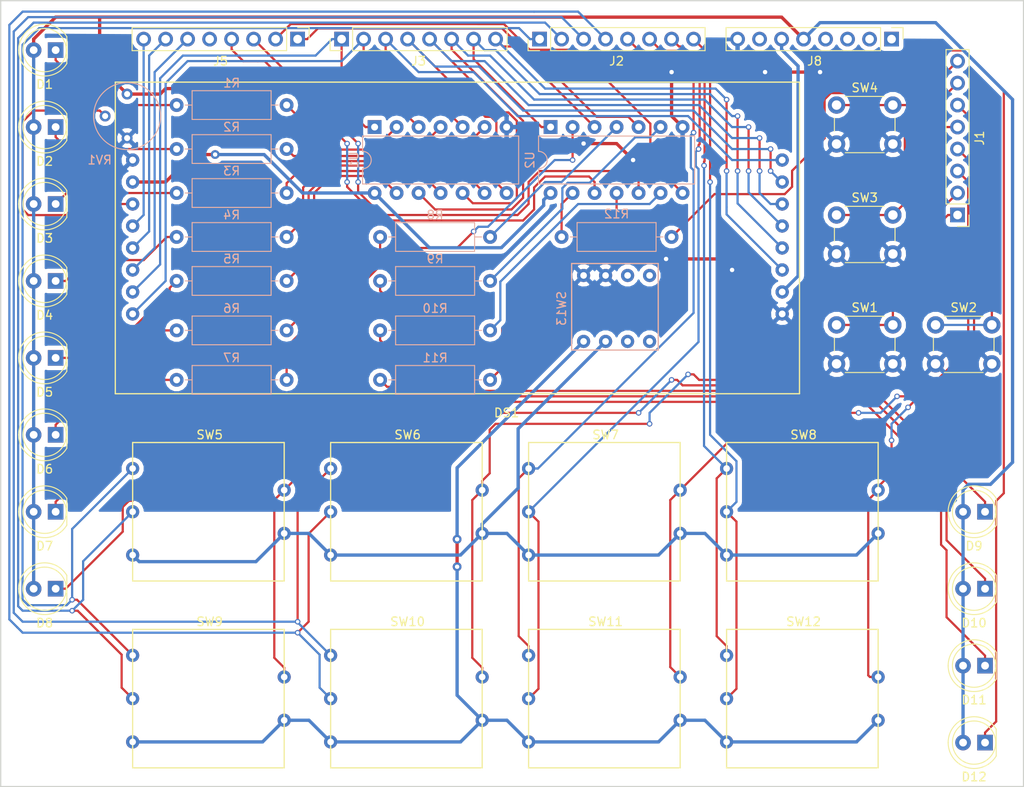
<source format=kicad_pcb>
(kicad_pcb (version 4) (host pcbnew 4.0.6)

  (general
    (links 144)
    (no_connects 0)
    (area 86.259999 41.809999 204.570001 132.180001)
    (thickness 1.6)
    (drawings 4)
    (tracks 629)
    (zones 0)
    (modules 46)
    (nets 72)
  )

  (page A4)
  (layers
    (0 F.Cu signal)
    (31 B.Cu signal)
    (34 B.Paste user)
    (35 F.Paste user)
    (36 B.SilkS user)
    (37 F.SilkS user)
    (38 B.Mask user)
    (39 F.Mask user)
    (44 Edge.Cuts user)
  )

  (setup
    (last_trace_width 0.254)
    (trace_clearance 0.254)
    (zone_clearance 0.508)
    (zone_45_only no)
    (trace_min 0.2)
    (segment_width 0.2)
    (edge_width 0.15)
    (via_size 0.635)
    (via_drill 0.381)
    (via_min_size 0.4)
    (via_min_drill 0.3)
    (uvia_size 0.3)
    (uvia_drill 0.1)
    (uvias_allowed no)
    (uvia_min_size 0.2)
    (uvia_min_drill 0.1)
    (pcb_text_width 0.3)
    (pcb_text_size 1.5 1.5)
    (mod_edge_width 0.15)
    (mod_text_size 1 1)
    (mod_text_width 0.15)
    (pad_size 0.8 0.8)
    (pad_drill 0.4)
    (pad_to_mask_clearance 0.2)
    (aux_axis_origin 0 0)
    (visible_elements FFFFFFFF)
    (pcbplotparams
      (layerselection 0x00030_80000001)
      (usegerberextensions false)
      (excludeedgelayer true)
      (linewidth 0.100000)
      (plotframeref false)
      (viasonmask false)
      (mode 1)
      (useauxorigin false)
      (hpglpennumber 1)
      (hpglpenspeed 20)
      (hpglpendiameter 15)
      (hpglpenoverlay 2)
      (psnegative false)
      (psa4output false)
      (plotreference true)
      (plotvalue true)
      (plotinvisibletext false)
      (padsonsilk false)
      (subtractmaskfromsilk false)
      (outputformat 1)
      (mirror false)
      (drillshape 1)
      (scaleselection 1)
      (outputdirectory ""))
  )

  (net 0 "")
  (net 1 "Net-(D1-Pad1)")
  (net 2 +3V3)
  (net 3 "Net-(D2-Pad1)")
  (net 4 "Net-(D3-Pad1)")
  (net 5 "Net-(D4-Pad1)")
  (net 6 "Net-(D5-Pad1)")
  (net 7 "Net-(D6-Pad1)")
  (net 8 "Net-(D7-Pad1)")
  (net 9 "Net-(D8-Pad1)")
  (net 10 "Net-(D9-Pad1)")
  (net 11 "Net-(D10-Pad1)")
  (net 12 "Net-(D11-Pad1)")
  (net 13 "Net-(D12-Pad1)")
  (net 14 GND)
  (net 15 /3V)
  (net 16 /P3.7)
  (net 17 /P3.6)
  (net 18 /P3.5)
  (net 19 /P3.4)
  (net 20 /P3.3)
  (net 21 /P3.2)
  (net 22 /P3.1)
  (net 23 /P3.0)
  (net 24 /P5.5)
  (net 25 /P5.6)
  (net 26 /P5.7)
  (net 27 "Net-(DS1-Pad3)")
  (net 28 /P1.0)
  (net 29 /P1.1)
  (net 30 /P1.2)
  (net 31 /P1.3)
  (net 32 /P1.4)
  (net 33 /P1.5)
  (net 34 /P1.6)
  (net 35 /P1.7)
  (net 36 /P2.0)
  (net 37 /P2.1)
  (net 38 /P2.2)
  (net 39 /P2.3)
  (net 40 /P2.4)
  (net 41 /P2.5)
  (net 42 /P2.6)
  (net 43 /P2.7)
  (net 44 /SN74_C)
  (net 45 /SN74_D)
  (net 46 /SN74_E)
  (net 47 /SN74_F)
  (net 48 "Net-(J5-Pad5)")
  (net 49 /P8.0)
  (net 50 /P8.1)
  (net 51 /P8.2)
  (net 52 /P8.3)
  (net 53 "Net-(J8-Pad7)")
  (net 54 "Net-(R1-Pad2)")
  (net 55 "Net-(R2-Pad2)")
  (net 56 "Net-(R3-Pad2)")
  (net 57 "Net-(R4-Pad2)")
  (net 58 "Net-(R5-Pad2)")
  (net 59 "Net-(R6-Pad2)")
  (net 60 "Net-(R7-Pad2)")
  (net 61 "Net-(R8-Pad2)")
  (net 62 "Net-(R9-Pad2)")
  (net 63 "Net-(R10-Pad2)")
  (net 64 "Net-(R11-Pad2)")
  (net 65 "Net-(R12-Pad2)")
  (net 66 /24d_enc_GND)
  (net 67 /12d_enc_GND)
  (net 68 "Net-(SW13-Pad1)")
  (net 69 "Net-(SW13-Pad2)")
  (net 70 "Net-(SW13-Pad7)")
  (net 71 "Net-(SW13-Pad8)")

  (net_class Default "This is the default net class."
    (clearance 0.254)
    (trace_width 0.254)
    (via_dia 0.635)
    (via_drill 0.381)
    (uvia_dia 0.3)
    (uvia_drill 0.1)
    (add_net /P1.0)
    (add_net /P1.1)
    (add_net /P1.2)
    (add_net /P1.3)
    (add_net /P1.4)
    (add_net /P1.5)
    (add_net /P1.6)
    (add_net /P1.7)
    (add_net /P2.0)
    (add_net /P2.1)
    (add_net /P2.2)
    (add_net /P2.3)
    (add_net /P2.4)
    (add_net /P2.5)
    (add_net /P2.6)
    (add_net /P2.7)
    (add_net /P3.0)
    (add_net /P3.1)
    (add_net /P3.2)
    (add_net /P3.3)
    (add_net /P3.4)
    (add_net /P3.5)
    (add_net /P3.6)
    (add_net /P3.7)
    (add_net /P5.5)
    (add_net /P5.6)
    (add_net /P5.7)
    (add_net /P8.0)
    (add_net /P8.1)
    (add_net /P8.2)
    (add_net /P8.3)
    (add_net /SN74_C)
    (add_net /SN74_D)
    (add_net /SN74_E)
    (add_net /SN74_F)
    (add_net "Net-(D1-Pad1)")
    (add_net "Net-(D10-Pad1)")
    (add_net "Net-(D11-Pad1)")
    (add_net "Net-(D12-Pad1)")
    (add_net "Net-(D2-Pad1)")
    (add_net "Net-(D3-Pad1)")
    (add_net "Net-(D4-Pad1)")
    (add_net "Net-(D5-Pad1)")
    (add_net "Net-(D6-Pad1)")
    (add_net "Net-(D7-Pad1)")
    (add_net "Net-(D8-Pad1)")
    (add_net "Net-(D9-Pad1)")
    (add_net "Net-(DS1-Pad3)")
    (add_net "Net-(J5-Pad5)")
    (add_net "Net-(J8-Pad7)")
    (add_net "Net-(R1-Pad2)")
    (add_net "Net-(R10-Pad2)")
    (add_net "Net-(R11-Pad2)")
    (add_net "Net-(R12-Pad2)")
    (add_net "Net-(R2-Pad2)")
    (add_net "Net-(R3-Pad2)")
    (add_net "Net-(R4-Pad2)")
    (add_net "Net-(R5-Pad2)")
    (add_net "Net-(R6-Pad2)")
    (add_net "Net-(R7-Pad2)")
    (add_net "Net-(R8-Pad2)")
    (add_net "Net-(R9-Pad2)")
    (add_net "Net-(SW13-Pad1)")
    (add_net "Net-(SW13-Pad2)")
    (add_net "Net-(SW13-Pad7)")
    (add_net "Net-(SW13-Pad8)")
  )

  (net_class PWR ""
    (clearance 0.254)
    (trace_width 0.381)
    (via_dia 1.016)
    (via_drill 0.508)
    (uvia_dia 0.3)
    (uvia_drill 0.1)
    (add_net +3V3)
    (add_net /12d_enc_GND)
    (add_net /24d_enc_GND)
    (add_net /3V)
    (add_net GND)
  )

  (module "Front Panel Proto:PEC16-with_SW" (layer F.Cu) (tedit 58D89A6C) (tstamp 58D883DC)
    (at 147.32 100.33)
    (path /58D85D9A)
    (fp_text reference SW7 (at 8.89 -8.89) (layer F.SilkS)
      (effects (font (size 1 1) (thickness 0.15)))
    )
    (fp_text value Rotary_Encoder_Switch (at 8.89 -7.62) (layer F.Fab)
      (effects (font (size 1 1) (thickness 0.15)))
    )
    (fp_line (start 0 -8) (end 0 8) (layer F.SilkS) (width 0.15))
    (fp_line (start 0 8) (end 17.5 8) (layer F.SilkS) (width 0.15))
    (fp_line (start 17.5 8) (end 17.5 -8) (layer F.SilkS) (width 0.15))
    (fp_line (start 17.5 -8) (end 0 -8) (layer F.SilkS) (width 0.15))
    (pad 2 thru_hole circle (at 0 0) (size 1.524 1.524) (drill 0.762) (layers *.Cu *.Mask)
      (net 41 /P2.5))
    (pad 1 thru_hole circle (at 0 -5) (size 1.524 1.524) (drill 0.762) (layers *.Cu *.Mask)
      (net 40 /P2.4))
    (pad 3 thru_hole circle (at 0 5) (size 1.524 1.524) (drill 0.762) (layers *.Cu *.Mask)
      (net 66 /24d_enc_GND))
    (pad 4 thru_hole circle (at 17.5 -2.5) (size 1.524 1.524) (drill 0.762) (layers *.Cu *.Mask)
      (net 30 /P1.2))
    (pad 5 thru_hole circle (at 17.5 2.5) (size 1.524 1.524) (drill 0.762) (layers *.Cu *.Mask)
      (net 66 /24d_enc_GND))
  )

  (module "Front Panel Proto:NHD-0420H1Z-FL-GBW-33V3" (layer F.Cu) (tedit 58D89B96) (tstamp 58D88316)
    (at 101.6 59.69)
    (path /58D86FE5)
    (fp_text reference DS1 (at 43.18 29.21) (layer F.SilkS)
      (effects (font (size 1 1) (thickness 0.15)))
    )
    (fp_text value LCD-4x20 (at 68.58 22.86) (layer F.Fab)
      (effects (font (size 1 1) (thickness 0.15)))
    )
    (fp_line (start -2 27) (end -2 -9) (layer F.SilkS) (width 0.15))
    (fp_line (start -2 -9) (end 77 -9) (layer F.SilkS) (width 0.15))
    (fp_line (start 77 -9) (end 77 27) (layer F.SilkS) (width 0.15))
    (fp_line (start 77 27) (end -2 27) (layer F.SilkS) (width 0.15))
    (pad 16 thru_hole circle (at 75 17.78) (size 1.524 1.524) (drill 0.762) (layers *.Cu *.Mask)
      (net 14 GND))
    (pad 15 thru_hole circle (at 75 15.24) (size 1.524 1.524) (drill 0.762) (layers *.Cu *.Mask)
      (net 15 /3V))
    (pad 14 thru_hole circle (at 75 12.7) (size 1.524 1.524) (drill 0.762) (layers *.Cu *.Mask)
      (net 16 /P3.7))
    (pad 13 thru_hole circle (at 75 10.16) (size 1.524 1.524) (drill 0.762) (layers *.Cu *.Mask)
      (net 17 /P3.6))
    (pad 12 thru_hole circle (at 75 7.62) (size 1.524 1.524) (drill 0.762) (layers *.Cu *.Mask)
      (net 18 /P3.5))
    (pad 11 thru_hole circle (at 75 5.08) (size 1.524 1.524) (drill 0.762) (layers *.Cu *.Mask)
      (net 19 /P3.4))
    (pad 10 thru_hole circle (at 75 2.54) (size 1.524 1.524) (drill 0.762) (layers *.Cu *.Mask)
      (net 20 /P3.3))
    (pad 9 thru_hole circle (at 75 0) (size 1.524 1.524) (drill 0.762) (layers *.Cu *.Mask)
      (net 21 /P3.2))
    (pad 9 thru_hole circle (at 75 0) (size 1.524 1.524) (drill 0.762) (layers *.Cu *.Mask)
      (net 21 /P3.2))
    (pad 10 thru_hole circle (at 75 2.54) (size 1.524 1.524) (drill 0.762) (layers *.Cu *.Mask)
      (net 20 /P3.3))
    (pad 11 thru_hole circle (at 75 5.08) (size 1.524 1.524) (drill 0.762) (layers *.Cu *.Mask)
      (net 19 /P3.4))
    (pad 12 thru_hole circle (at 75 7.62) (size 1.524 1.524) (drill 0.762) (layers *.Cu *.Mask)
      (net 18 /P3.5))
    (pad 13 thru_hole circle (at 75 10.16) (size 1.524 1.524) (drill 0.762) (layers *.Cu *.Mask)
      (net 17 /P3.6))
    (pad 14 thru_hole circle (at 75 12.7) (size 1.524 1.524) (drill 0.762) (layers *.Cu *.Mask)
      (net 16 /P3.7))
    (pad 15 thru_hole circle (at 75 15.24) (size 1.524 1.524) (drill 0.762) (layers *.Cu *.Mask)
      (net 15 /3V))
    (pad 16 thru_hole circle (at 75 17.78) (size 1.524 1.524) (drill 0.762) (layers *.Cu *.Mask)
      (net 14 GND))
    (pad 8 thru_hole circle (at 0 17.78) (size 1.524 1.524) (drill 0.762) (layers *.Cu *.Mask)
      (net 22 /P3.1))
    (pad 7 thru_hole circle (at 0 15.24) (size 1.524 1.524) (drill 0.762) (layers *.Cu *.Mask)
      (net 23 /P3.0))
    (pad 6 thru_hole circle (at 0 12.7) (size 1.524 1.524) (drill 0.762) (layers *.Cu *.Mask)
      (net 24 /P5.5))
    (pad 5 thru_hole circle (at 0 10.16) (size 1.524 1.524) (drill 0.762) (layers *.Cu *.Mask)
      (net 25 /P5.6))
    (pad 4 thru_hole circle (at 0 7.62) (size 1.524 1.524) (drill 0.762) (layers *.Cu *.Mask)
      (net 26 /P5.7))
    (pad 3 thru_hole circle (at 0 5.08) (size 1.524 1.524) (drill 0.762) (layers *.Cu *.Mask)
      (net 27 "Net-(DS1-Pad3)"))
    (pad 2 thru_hole circle (at 0 2.54) (size 1.524 1.524) (drill 0.762) (layers *.Cu *.Mask)
      (net 2 +3V3))
    (pad 1 thru_hole circle (at 0 0) (size 1.524 1.524) (drill 0.762) (layers *.Cu *.Mask)
      (net 14 GND))
    (pad 1 thru_hole circle (at 0 0) (size 1.524 1.524) (drill 0.762) (layers *.Cu *.Mask)
      (net 14 GND))
    (pad 2 thru_hole circle (at 0 2.54) (size 1.524 1.524) (drill 0.762) (layers *.Cu *.Mask)
      (net 2 +3V3))
    (pad 3 thru_hole circle (at 0 5.08) (size 1.524 1.524) (drill 0.762) (layers *.Cu *.Mask)
      (net 27 "Net-(DS1-Pad3)"))
    (pad 4 thru_hole circle (at 0 7.62) (size 1.524 1.524) (drill 0.762) (layers *.Cu *.Mask)
      (net 26 /P5.7))
    (pad 5 thru_hole circle (at 0 10.16) (size 1.524 1.524) (drill 0.762) (layers *.Cu *.Mask)
      (net 25 /P5.6))
    (pad 6 thru_hole circle (at 0 12.7) (size 1.524 1.524) (drill 0.762) (layers *.Cu *.Mask)
      (net 24 /P5.5))
    (pad 7 thru_hole circle (at 0 15.24) (size 1.524 1.524) (drill 0.762) (layers *.Cu *.Mask)
      (net 23 /P3.0))
    (pad 8 thru_hole circle (at 0 17.78) (size 1.524 1.524) (drill 0.762) (layers *.Cu *.Mask)
      (net 22 /P3.1))
  )

  (module Housings_DIP:DIP-14_W7.62mm (layer B.Cu) (tedit 58D89911) (tstamp 58D8842B)
    (at 129.54 55.88 270)
    (descr "14-lead dip package, row spacing 7.62 mm (300 mils)")
    (tags "DIL DIP PDIP 2.54mm 7.62mm 300mil")
    (path /58D88808)
    (fp_text reference U1 (at 3.81 2.39 270) (layer B.SilkS)
      (effects (font (size 1 1) (thickness 0.15)) (justify mirror))
    )
    (fp_text value SN74LVC14APWR (at 3.81 -7.62 540) (layer B.Fab)
      (effects (font (size 1 1) (thickness 0.15)) (justify mirror))
    )
    (fp_arc (start 3.81 1.39) (end 2.81 1.39) (angle 180) (layer B.SilkS) (width 0.12))
    (fp_line (start 1.635 1.27) (end 6.985 1.27) (layer B.Fab) (width 0.1))
    (fp_line (start 6.985 1.27) (end 6.985 -16.51) (layer B.Fab) (width 0.1))
    (fp_line (start 6.985 -16.51) (end 0.635 -16.51) (layer B.Fab) (width 0.1))
    (fp_line (start 0.635 -16.51) (end 0.635 0.27) (layer B.Fab) (width 0.1))
    (fp_line (start 0.635 0.27) (end 1.635 1.27) (layer B.Fab) (width 0.1))
    (fp_line (start 2.81 1.39) (end 1.04 1.39) (layer B.SilkS) (width 0.12))
    (fp_line (start 1.04 1.39) (end 1.04 -16.63) (layer B.SilkS) (width 0.12))
    (fp_line (start 1.04 -16.63) (end 6.58 -16.63) (layer B.SilkS) (width 0.12))
    (fp_line (start 6.58 -16.63) (end 6.58 1.39) (layer B.SilkS) (width 0.12))
    (fp_line (start 6.58 1.39) (end 4.81 1.39) (layer B.SilkS) (width 0.12))
    (fp_line (start -1.1 1.6) (end -1.1 -16.8) (layer B.CrtYd) (width 0.05))
    (fp_line (start -1.1 -16.8) (end 8.7 -16.8) (layer B.CrtYd) (width 0.05))
    (fp_line (start 8.7 -16.8) (end 8.7 1.6) (layer B.CrtYd) (width 0.05))
    (fp_line (start 8.7 1.6) (end -1.1 1.6) (layer B.CrtYd) (width 0.05))
    (pad 1 thru_hole rect (at 0 0 270) (size 1.6 1.6) (drill 0.8) (layers *.Cu *.Mask)
      (net 23 /P3.0))
    (pad 8 thru_hole oval (at 7.62 -15.24 270) (size 1.6 1.6) (drill 0.8) (layers *.Cu *.Mask)
      (net 20 /P3.3))
    (pad 2 thru_hole oval (at 0 -2.54 270) (size 1.6 1.6) (drill 0.8) (layers *.Cu *.Mask)
      (net 54 "Net-(R1-Pad2)"))
    (pad 9 thru_hole oval (at 7.62 -12.7 270) (size 1.6 1.6) (drill 0.8) (layers *.Cu *.Mask)
      (net 57 "Net-(R4-Pad2)"))
    (pad 3 thru_hole oval (at 0 -5.08 270) (size 1.6 1.6) (drill 0.8) (layers *.Cu *.Mask)
      (net 22 /P3.1))
    (pad 10 thru_hole oval (at 7.62 -10.16 270) (size 1.6 1.6) (drill 0.8) (layers *.Cu *.Mask)
      (net 19 /P3.4))
    (pad 4 thru_hole oval (at 0 -7.62 270) (size 1.6 1.6) (drill 0.8) (layers *.Cu *.Mask)
      (net 55 "Net-(R2-Pad2)"))
    (pad 11 thru_hole oval (at 7.62 -7.62 270) (size 1.6 1.6) (drill 0.8) (layers *.Cu *.Mask)
      (net 58 "Net-(R5-Pad2)"))
    (pad 5 thru_hole oval (at 0 -10.16 270) (size 1.6 1.6) (drill 0.8) (layers *.Cu *.Mask)
      (net 21 /P3.2))
    (pad 12 thru_hole oval (at 7.62 -5.08 270) (size 1.6 1.6) (drill 0.8) (layers *.Cu *.Mask)
      (net 18 /P3.5))
    (pad 6 thru_hole oval (at 0 -12.7 270) (size 1.6 1.6) (drill 0.8) (layers *.Cu *.Mask)
      (net 56 "Net-(R3-Pad2)"))
    (pad 13 thru_hole oval (at 7.62 -2.54 270) (size 1.6 1.6) (drill 0.8) (layers *.Cu *.Mask)
      (net 59 "Net-(R6-Pad2)"))
    (pad 7 thru_hole oval (at 0 -15.24 270) (size 1.6 1.6) (drill 0.8) (layers *.Cu *.Mask)
      (net 14 GND))
    (pad 14 thru_hole oval (at 7.62 0 270) (size 1.6 1.6) (drill 0.8) (layers *.Cu *.Mask)
      (net 2 +3V3))
    (model Housings_DIP.3dshapes/DIP-14_W7.62mm.wrl
      (at (xyz 0 0 0))
      (scale (xyz 1 1 1))
      (rotate (xyz 0 0 0))
    )
  )

  (module LEDs:LED_D5.0mm (layer F.Cu) (tedit 58D8999C) (tstamp 58D882B0)
    (at 92.71 46.99 180)
    (descr "LED, diameter 5.0mm, 2 pins, http://cdn-reichelt.de/documents/datenblatt/A500/LL-504BC2E-009.pdf")
    (tags "LED diameter 5.0mm 2 pins")
    (path /58D896CD)
    (fp_text reference D1 (at 1.27 -3.96 180) (layer F.SilkS)
      (effects (font (size 1 1) (thickness 0.15)))
    )
    (fp_text value LED (at -2.54 0 270) (layer F.Fab)
      (effects (font (size 1 1) (thickness 0.15)))
    )
    (fp_arc (start 1.27 0) (end -1.23 -1.469694) (angle 299.1) (layer F.Fab) (width 0.1))
    (fp_arc (start 1.27 0) (end -1.29 -1.54483) (angle 148.9) (layer F.SilkS) (width 0.12))
    (fp_arc (start 1.27 0) (end -1.29 1.54483) (angle -148.9) (layer F.SilkS) (width 0.12))
    (fp_circle (center 1.27 0) (end 3.77 0) (layer F.Fab) (width 0.1))
    (fp_circle (center 1.27 0) (end 3.77 0) (layer F.SilkS) (width 0.12))
    (fp_line (start -1.23 -1.469694) (end -1.23 1.469694) (layer F.Fab) (width 0.1))
    (fp_line (start -1.29 -1.545) (end -1.29 1.545) (layer F.SilkS) (width 0.12))
    (fp_line (start -1.95 -3.25) (end -1.95 3.25) (layer F.CrtYd) (width 0.05))
    (fp_line (start -1.95 3.25) (end 4.5 3.25) (layer F.CrtYd) (width 0.05))
    (fp_line (start 4.5 3.25) (end 4.5 -3.25) (layer F.CrtYd) (width 0.05))
    (fp_line (start 4.5 -3.25) (end -1.95 -3.25) (layer F.CrtYd) (width 0.05))
    (pad 1 thru_hole rect (at 0 0 180) (size 1.8 1.8) (drill 0.9) (layers *.Cu *.Mask)
      (net 1 "Net-(D1-Pad1)"))
    (pad 2 thru_hole circle (at 2.54 0 180) (size 1.8 1.8) (drill 0.9) (layers *.Cu *.Mask)
      (net 2 +3V3))
    (model LEDs.3dshapes/LED_D5.0mm.wrl
      (at (xyz 0 0 0))
      (scale (xyz 0.393701 0.393701 0.393701))
      (rotate (xyz 0 0 0))
    )
  )

  (module LEDs:LED_D5.0mm (layer F.Cu) (tedit 58D8999F) (tstamp 58D882B6)
    (at 92.71 55.88 180)
    (descr "LED, diameter 5.0mm, 2 pins, http://cdn-reichelt.de/documents/datenblatt/A500/LL-504BC2E-009.pdf")
    (tags "LED diameter 5.0mm 2 pins")
    (path /58D89DE3)
    (fp_text reference D2 (at 1.27 -3.96 180) (layer F.SilkS)
      (effects (font (size 1 1) (thickness 0.15)))
    )
    (fp_text value LED (at -2.54 0 270) (layer F.Fab)
      (effects (font (size 1 1) (thickness 0.15)))
    )
    (fp_arc (start 1.27 0) (end -1.23 -1.469694) (angle 299.1) (layer F.Fab) (width 0.1))
    (fp_arc (start 1.27 0) (end -1.29 -1.54483) (angle 148.9) (layer F.SilkS) (width 0.12))
    (fp_arc (start 1.27 0) (end -1.29 1.54483) (angle -148.9) (layer F.SilkS) (width 0.12))
    (fp_circle (center 1.27 0) (end 3.77 0) (layer F.Fab) (width 0.1))
    (fp_circle (center 1.27 0) (end 3.77 0) (layer F.SilkS) (width 0.12))
    (fp_line (start -1.23 -1.469694) (end -1.23 1.469694) (layer F.Fab) (width 0.1))
    (fp_line (start -1.29 -1.545) (end -1.29 1.545) (layer F.SilkS) (width 0.12))
    (fp_line (start -1.95 -3.25) (end -1.95 3.25) (layer F.CrtYd) (width 0.05))
    (fp_line (start -1.95 3.25) (end 4.5 3.25) (layer F.CrtYd) (width 0.05))
    (fp_line (start 4.5 3.25) (end 4.5 -3.25) (layer F.CrtYd) (width 0.05))
    (fp_line (start 4.5 -3.25) (end -1.95 -3.25) (layer F.CrtYd) (width 0.05))
    (pad 1 thru_hole rect (at 0 0 180) (size 1.8 1.8) (drill 0.9) (layers *.Cu *.Mask)
      (net 3 "Net-(D2-Pad1)"))
    (pad 2 thru_hole circle (at 2.54 0 180) (size 1.8 1.8) (drill 0.9) (layers *.Cu *.Mask)
      (net 2 +3V3))
    (model LEDs.3dshapes/LED_D5.0mm.wrl
      (at (xyz 0 0 0))
      (scale (xyz 0.393701 0.393701 0.393701))
      (rotate (xyz 0 0 0))
    )
  )

  (module LEDs:LED_D5.0mm (layer F.Cu) (tedit 58D899A2) (tstamp 58D882BC)
    (at 92.71 64.77 180)
    (descr "LED, diameter 5.0mm, 2 pins, http://cdn-reichelt.de/documents/datenblatt/A500/LL-504BC2E-009.pdf")
    (tags "LED diameter 5.0mm 2 pins")
    (path /58D89E6F)
    (fp_text reference D3 (at 1.27 -3.96 180) (layer F.SilkS)
      (effects (font (size 1 1) (thickness 0.15)))
    )
    (fp_text value LED (at -2.54 0 270) (layer F.Fab)
      (effects (font (size 1 1) (thickness 0.15)))
    )
    (fp_arc (start 1.27 0) (end -1.23 -1.469694) (angle 299.1) (layer F.Fab) (width 0.1))
    (fp_arc (start 1.27 0) (end -1.29 -1.54483) (angle 148.9) (layer F.SilkS) (width 0.12))
    (fp_arc (start 1.27 0) (end -1.29 1.54483) (angle -148.9) (layer F.SilkS) (width 0.12))
    (fp_circle (center 1.27 0) (end 3.77 0) (layer F.Fab) (width 0.1))
    (fp_circle (center 1.27 0) (end 3.77 0) (layer F.SilkS) (width 0.12))
    (fp_line (start -1.23 -1.469694) (end -1.23 1.469694) (layer F.Fab) (width 0.1))
    (fp_line (start -1.29 -1.545) (end -1.29 1.545) (layer F.SilkS) (width 0.12))
    (fp_line (start -1.95 -3.25) (end -1.95 3.25) (layer F.CrtYd) (width 0.05))
    (fp_line (start -1.95 3.25) (end 4.5 3.25) (layer F.CrtYd) (width 0.05))
    (fp_line (start 4.5 3.25) (end 4.5 -3.25) (layer F.CrtYd) (width 0.05))
    (fp_line (start 4.5 -3.25) (end -1.95 -3.25) (layer F.CrtYd) (width 0.05))
    (pad 1 thru_hole rect (at 0 0 180) (size 1.8 1.8) (drill 0.9) (layers *.Cu *.Mask)
      (net 4 "Net-(D3-Pad1)"))
    (pad 2 thru_hole circle (at 2.54 0 180) (size 1.8 1.8) (drill 0.9) (layers *.Cu *.Mask)
      (net 2 +3V3))
    (model LEDs.3dshapes/LED_D5.0mm.wrl
      (at (xyz 0 0 0))
      (scale (xyz 0.393701 0.393701 0.393701))
      (rotate (xyz 0 0 0))
    )
  )

  (module LEDs:LED_D5.0mm (layer F.Cu) (tedit 58D899A6) (tstamp 58D882C2)
    (at 92.71 73.66 180)
    (descr "LED, diameter 5.0mm, 2 pins, http://cdn-reichelt.de/documents/datenblatt/A500/LL-504BC2E-009.pdf")
    (tags "LED diameter 5.0mm 2 pins")
    (path /58D8A1E7)
    (fp_text reference D4 (at 1.27 -3.96 180) (layer F.SilkS)
      (effects (font (size 1 1) (thickness 0.15)))
    )
    (fp_text value LED (at -2.54 0 270) (layer F.Fab)
      (effects (font (size 1 1) (thickness 0.15)))
    )
    (fp_arc (start 1.27 0) (end -1.23 -1.469694) (angle 299.1) (layer F.Fab) (width 0.1))
    (fp_arc (start 1.27 0) (end -1.29 -1.54483) (angle 148.9) (layer F.SilkS) (width 0.12))
    (fp_arc (start 1.27 0) (end -1.29 1.54483) (angle -148.9) (layer F.SilkS) (width 0.12))
    (fp_circle (center 1.27 0) (end 3.77 0) (layer F.Fab) (width 0.1))
    (fp_circle (center 1.27 0) (end 3.77 0) (layer F.SilkS) (width 0.12))
    (fp_line (start -1.23 -1.469694) (end -1.23 1.469694) (layer F.Fab) (width 0.1))
    (fp_line (start -1.29 -1.545) (end -1.29 1.545) (layer F.SilkS) (width 0.12))
    (fp_line (start -1.95 -3.25) (end -1.95 3.25) (layer F.CrtYd) (width 0.05))
    (fp_line (start -1.95 3.25) (end 4.5 3.25) (layer F.CrtYd) (width 0.05))
    (fp_line (start 4.5 3.25) (end 4.5 -3.25) (layer F.CrtYd) (width 0.05))
    (fp_line (start 4.5 -3.25) (end -1.95 -3.25) (layer F.CrtYd) (width 0.05))
    (pad 1 thru_hole rect (at 0 0 180) (size 1.8 1.8) (drill 0.9) (layers *.Cu *.Mask)
      (net 5 "Net-(D4-Pad1)"))
    (pad 2 thru_hole circle (at 2.54 0 180) (size 1.8 1.8) (drill 0.9) (layers *.Cu *.Mask)
      (net 2 +3V3))
    (model LEDs.3dshapes/LED_D5.0mm.wrl
      (at (xyz 0 0 0))
      (scale (xyz 0.393701 0.393701 0.393701))
      (rotate (xyz 0 0 0))
    )
  )

  (module LEDs:LED_D5.0mm (layer F.Cu) (tedit 58D899A8) (tstamp 58D882C8)
    (at 92.71 82.55 180)
    (descr "LED, diameter 5.0mm, 2 pins, http://cdn-reichelt.de/documents/datenblatt/A500/LL-504BC2E-009.pdf")
    (tags "LED diameter 5.0mm 2 pins")
    (path /58D8A27B)
    (fp_text reference D5 (at 1.27 -3.96 180) (layer F.SilkS)
      (effects (font (size 1 1) (thickness 0.15)))
    )
    (fp_text value LED (at -2.54 0 270) (layer F.Fab)
      (effects (font (size 1 1) (thickness 0.15)))
    )
    (fp_arc (start 1.27 0) (end -1.23 -1.469694) (angle 299.1) (layer F.Fab) (width 0.1))
    (fp_arc (start 1.27 0) (end -1.29 -1.54483) (angle 148.9) (layer F.SilkS) (width 0.12))
    (fp_arc (start 1.27 0) (end -1.29 1.54483) (angle -148.9) (layer F.SilkS) (width 0.12))
    (fp_circle (center 1.27 0) (end 3.77 0) (layer F.Fab) (width 0.1))
    (fp_circle (center 1.27 0) (end 3.77 0) (layer F.SilkS) (width 0.12))
    (fp_line (start -1.23 -1.469694) (end -1.23 1.469694) (layer F.Fab) (width 0.1))
    (fp_line (start -1.29 -1.545) (end -1.29 1.545) (layer F.SilkS) (width 0.12))
    (fp_line (start -1.95 -3.25) (end -1.95 3.25) (layer F.CrtYd) (width 0.05))
    (fp_line (start -1.95 3.25) (end 4.5 3.25) (layer F.CrtYd) (width 0.05))
    (fp_line (start 4.5 3.25) (end 4.5 -3.25) (layer F.CrtYd) (width 0.05))
    (fp_line (start 4.5 -3.25) (end -1.95 -3.25) (layer F.CrtYd) (width 0.05))
    (pad 1 thru_hole rect (at 0 0 180) (size 1.8 1.8) (drill 0.9) (layers *.Cu *.Mask)
      (net 6 "Net-(D5-Pad1)"))
    (pad 2 thru_hole circle (at 2.54 0 180) (size 1.8 1.8) (drill 0.9) (layers *.Cu *.Mask)
      (net 2 +3V3))
    (model LEDs.3dshapes/LED_D5.0mm.wrl
      (at (xyz 0 0 0))
      (scale (xyz 0.393701 0.393701 0.393701))
      (rotate (xyz 0 0 0))
    )
  )

  (module LEDs:LED_D5.0mm (layer F.Cu) (tedit 58D899AC) (tstamp 58D882CE)
    (at 92.71 91.44 180)
    (descr "LED, diameter 5.0mm, 2 pins, http://cdn-reichelt.de/documents/datenblatt/A500/LL-504BC2E-009.pdf")
    (tags "LED diameter 5.0mm 2 pins")
    (path /58D8A307)
    (fp_text reference D6 (at 1.27 -3.96 180) (layer F.SilkS)
      (effects (font (size 1 1) (thickness 0.15)))
    )
    (fp_text value LED (at -2.54 0 270) (layer F.Fab)
      (effects (font (size 1 1) (thickness 0.15)))
    )
    (fp_arc (start 1.27 0) (end -1.23 -1.469694) (angle 299.1) (layer F.Fab) (width 0.1))
    (fp_arc (start 1.27 0) (end -1.29 -1.54483) (angle 148.9) (layer F.SilkS) (width 0.12))
    (fp_arc (start 1.27 0) (end -1.29 1.54483) (angle -148.9) (layer F.SilkS) (width 0.12))
    (fp_circle (center 1.27 0) (end 3.77 0) (layer F.Fab) (width 0.1))
    (fp_circle (center 1.27 0) (end 3.77 0) (layer F.SilkS) (width 0.12))
    (fp_line (start -1.23 -1.469694) (end -1.23 1.469694) (layer F.Fab) (width 0.1))
    (fp_line (start -1.29 -1.545) (end -1.29 1.545) (layer F.SilkS) (width 0.12))
    (fp_line (start -1.95 -3.25) (end -1.95 3.25) (layer F.CrtYd) (width 0.05))
    (fp_line (start -1.95 3.25) (end 4.5 3.25) (layer F.CrtYd) (width 0.05))
    (fp_line (start 4.5 3.25) (end 4.5 -3.25) (layer F.CrtYd) (width 0.05))
    (fp_line (start 4.5 -3.25) (end -1.95 -3.25) (layer F.CrtYd) (width 0.05))
    (pad 1 thru_hole rect (at 0 0 180) (size 1.8 1.8) (drill 0.9) (layers *.Cu *.Mask)
      (net 7 "Net-(D6-Pad1)"))
    (pad 2 thru_hole circle (at 2.54 0 180) (size 1.8 1.8) (drill 0.9) (layers *.Cu *.Mask)
      (net 2 +3V3))
    (model LEDs.3dshapes/LED_D5.0mm.wrl
      (at (xyz 0 0 0))
      (scale (xyz 0.393701 0.393701 0.393701))
      (rotate (xyz 0 0 0))
    )
  )

  (module LEDs:LED_D5.0mm (layer F.Cu) (tedit 58D899AF) (tstamp 58D882D4)
    (at 92.71 100.33 180)
    (descr "LED, diameter 5.0mm, 2 pins, http://cdn-reichelt.de/documents/datenblatt/A500/LL-504BC2E-009.pdf")
    (tags "LED diameter 5.0mm 2 pins")
    (path /58D8A4E7)
    (fp_text reference D7 (at 1.27 -3.96 180) (layer F.SilkS)
      (effects (font (size 1 1) (thickness 0.15)))
    )
    (fp_text value LED (at -2.54 0 270) (layer F.Fab)
      (effects (font (size 1 1) (thickness 0.15)))
    )
    (fp_arc (start 1.27 0) (end -1.23 -1.469694) (angle 299.1) (layer F.Fab) (width 0.1))
    (fp_arc (start 1.27 0) (end -1.29 -1.54483) (angle 148.9) (layer F.SilkS) (width 0.12))
    (fp_arc (start 1.27 0) (end -1.29 1.54483) (angle -148.9) (layer F.SilkS) (width 0.12))
    (fp_circle (center 1.27 0) (end 3.77 0) (layer F.Fab) (width 0.1))
    (fp_circle (center 1.27 0) (end 3.77 0) (layer F.SilkS) (width 0.12))
    (fp_line (start -1.23 -1.469694) (end -1.23 1.469694) (layer F.Fab) (width 0.1))
    (fp_line (start -1.29 -1.545) (end -1.29 1.545) (layer F.SilkS) (width 0.12))
    (fp_line (start -1.95 -3.25) (end -1.95 3.25) (layer F.CrtYd) (width 0.05))
    (fp_line (start -1.95 3.25) (end 4.5 3.25) (layer F.CrtYd) (width 0.05))
    (fp_line (start 4.5 3.25) (end 4.5 -3.25) (layer F.CrtYd) (width 0.05))
    (fp_line (start 4.5 -3.25) (end -1.95 -3.25) (layer F.CrtYd) (width 0.05))
    (pad 1 thru_hole rect (at 0 0 180) (size 1.8 1.8) (drill 0.9) (layers *.Cu *.Mask)
      (net 8 "Net-(D7-Pad1)"))
    (pad 2 thru_hole circle (at 2.54 0 180) (size 1.8 1.8) (drill 0.9) (layers *.Cu *.Mask)
      (net 2 +3V3))
    (model LEDs.3dshapes/LED_D5.0mm.wrl
      (at (xyz 0 0 0))
      (scale (xyz 0.393701 0.393701 0.393701))
      (rotate (xyz 0 0 0))
    )
  )

  (module LEDs:LED_D5.0mm (layer F.Cu) (tedit 58D899B9) (tstamp 58D882DA)
    (at 92.71 109.22 180)
    (descr "LED, diameter 5.0mm, 2 pins, http://cdn-reichelt.de/documents/datenblatt/A500/LL-504BC2E-009.pdf")
    (tags "LED diameter 5.0mm 2 pins")
    (path /58D8A7C7)
    (fp_text reference D8 (at 1.27 -3.96 180) (layer F.SilkS)
      (effects (font (size 1 1) (thickness 0.15)))
    )
    (fp_text value LED (at -2.54 0 270) (layer F.Fab)
      (effects (font (size 1 1) (thickness 0.15)))
    )
    (fp_arc (start 1.27 0) (end -1.23 -1.469694) (angle 299.1) (layer F.Fab) (width 0.1))
    (fp_arc (start 1.27 0) (end -1.29 -1.54483) (angle 148.9) (layer F.SilkS) (width 0.12))
    (fp_arc (start 1.27 0) (end -1.29 1.54483) (angle -148.9) (layer F.SilkS) (width 0.12))
    (fp_circle (center 1.27 0) (end 3.77 0) (layer F.Fab) (width 0.1))
    (fp_circle (center 1.27 0) (end 3.77 0) (layer F.SilkS) (width 0.12))
    (fp_line (start -1.23 -1.469694) (end -1.23 1.469694) (layer F.Fab) (width 0.1))
    (fp_line (start -1.29 -1.545) (end -1.29 1.545) (layer F.SilkS) (width 0.12))
    (fp_line (start -1.95 -3.25) (end -1.95 3.25) (layer F.CrtYd) (width 0.05))
    (fp_line (start -1.95 3.25) (end 4.5 3.25) (layer F.CrtYd) (width 0.05))
    (fp_line (start 4.5 3.25) (end 4.5 -3.25) (layer F.CrtYd) (width 0.05))
    (fp_line (start 4.5 -3.25) (end -1.95 -3.25) (layer F.CrtYd) (width 0.05))
    (pad 1 thru_hole rect (at 0 0 180) (size 1.8 1.8) (drill 0.9) (layers *.Cu *.Mask)
      (net 9 "Net-(D8-Pad1)"))
    (pad 2 thru_hole circle (at 2.54 0 180) (size 1.8 1.8) (drill 0.9) (layers *.Cu *.Mask)
      (net 2 +3V3))
    (model LEDs.3dshapes/LED_D5.0mm.wrl
      (at (xyz 0 0 0))
      (scale (xyz 0.393701 0.393701 0.393701))
      (rotate (xyz 0 0 0))
    )
  )

  (module LEDs:LED_D5.0mm (layer F.Cu) (tedit 58D899C2) (tstamp 58D882E0)
    (at 200.025 100.33 180)
    (descr "LED, diameter 5.0mm, 2 pins, http://cdn-reichelt.de/documents/datenblatt/A500/LL-504BC2E-009.pdf")
    (tags "LED diameter 5.0mm 2 pins")
    (path /58D8A89F)
    (fp_text reference D9 (at 1.27 -3.96 180) (layer F.SilkS)
      (effects (font (size 1 1) (thickness 0.15)))
    )
    (fp_text value LED (at -2.54 0 270) (layer F.Fab)
      (effects (font (size 1 1) (thickness 0.15)))
    )
    (fp_arc (start 1.27 0) (end -1.23 -1.469694) (angle 299.1) (layer F.Fab) (width 0.1))
    (fp_arc (start 1.27 0) (end -1.29 -1.54483) (angle 148.9) (layer F.SilkS) (width 0.12))
    (fp_arc (start 1.27 0) (end -1.29 1.54483) (angle -148.9) (layer F.SilkS) (width 0.12))
    (fp_circle (center 1.27 0) (end 3.77 0) (layer F.Fab) (width 0.1))
    (fp_circle (center 1.27 0) (end 3.77 0) (layer F.SilkS) (width 0.12))
    (fp_line (start -1.23 -1.469694) (end -1.23 1.469694) (layer F.Fab) (width 0.1))
    (fp_line (start -1.29 -1.545) (end -1.29 1.545) (layer F.SilkS) (width 0.12))
    (fp_line (start -1.95 -3.25) (end -1.95 3.25) (layer F.CrtYd) (width 0.05))
    (fp_line (start -1.95 3.25) (end 4.5 3.25) (layer F.CrtYd) (width 0.05))
    (fp_line (start 4.5 3.25) (end 4.5 -3.25) (layer F.CrtYd) (width 0.05))
    (fp_line (start 4.5 -3.25) (end -1.95 -3.25) (layer F.CrtYd) (width 0.05))
    (pad 1 thru_hole rect (at 0 0 180) (size 1.8 1.8) (drill 0.9) (layers *.Cu *.Mask)
      (net 10 "Net-(D9-Pad1)"))
    (pad 2 thru_hole circle (at 2.54 0 180) (size 1.8 1.8) (drill 0.9) (layers *.Cu *.Mask)
      (net 2 +3V3))
    (model LEDs.3dshapes/LED_D5.0mm.wrl
      (at (xyz 0 0 0))
      (scale (xyz 0.393701 0.393701 0.393701))
      (rotate (xyz 0 0 0))
    )
  )

  (module LEDs:LED_D5.0mm (layer F.Cu) (tedit 58D899C6) (tstamp 58D882E6)
    (at 200.025 109.22 180)
    (descr "LED, diameter 5.0mm, 2 pins, http://cdn-reichelt.de/documents/datenblatt/A500/LL-504BC2E-009.pdf")
    (tags "LED diameter 5.0mm 2 pins")
    (path /58D8AB33)
    (fp_text reference D10 (at 1.27 -3.96 180) (layer F.SilkS)
      (effects (font (size 1 1) (thickness 0.15)))
    )
    (fp_text value LED (at -2.54 0 270) (layer F.Fab)
      (effects (font (size 1 1) (thickness 0.15)))
    )
    (fp_arc (start 1.27 0) (end -1.23 -1.469694) (angle 299.1) (layer F.Fab) (width 0.1))
    (fp_arc (start 1.27 0) (end -1.29 -1.54483) (angle 148.9) (layer F.SilkS) (width 0.12))
    (fp_arc (start 1.27 0) (end -1.29 1.54483) (angle -148.9) (layer F.SilkS) (width 0.12))
    (fp_circle (center 1.27 0) (end 3.77 0) (layer F.Fab) (width 0.1))
    (fp_circle (center 1.27 0) (end 3.77 0) (layer F.SilkS) (width 0.12))
    (fp_line (start -1.23 -1.469694) (end -1.23 1.469694) (layer F.Fab) (width 0.1))
    (fp_line (start -1.29 -1.545) (end -1.29 1.545) (layer F.SilkS) (width 0.12))
    (fp_line (start -1.95 -3.25) (end -1.95 3.25) (layer F.CrtYd) (width 0.05))
    (fp_line (start -1.95 3.25) (end 4.5 3.25) (layer F.CrtYd) (width 0.05))
    (fp_line (start 4.5 3.25) (end 4.5 -3.25) (layer F.CrtYd) (width 0.05))
    (fp_line (start 4.5 -3.25) (end -1.95 -3.25) (layer F.CrtYd) (width 0.05))
    (pad 1 thru_hole rect (at 0 0 180) (size 1.8 1.8) (drill 0.9) (layers *.Cu *.Mask)
      (net 11 "Net-(D10-Pad1)"))
    (pad 2 thru_hole circle (at 2.54 0 180) (size 1.8 1.8) (drill 0.9) (layers *.Cu *.Mask)
      (net 2 +3V3))
    (model LEDs.3dshapes/LED_D5.0mm.wrl
      (at (xyz 0 0 0))
      (scale (xyz 0.393701 0.393701 0.393701))
      (rotate (xyz 0 0 0))
    )
  )

  (module LEDs:LED_D5.0mm (layer F.Cu) (tedit 58D899D5) (tstamp 58D882EC)
    (at 200.025 118.11 180)
    (descr "LED, diameter 5.0mm, 2 pins, http://cdn-reichelt.de/documents/datenblatt/A500/LL-504BC2E-009.pdf")
    (tags "LED diameter 5.0mm 2 pins")
    (path /58D8AEF5)
    (fp_text reference D11 (at 1.27 -3.96 180) (layer F.SilkS)
      (effects (font (size 1 1) (thickness 0.15)))
    )
    (fp_text value LED (at -2.54 0 270) (layer F.Fab)
      (effects (font (size 1 1) (thickness 0.15)))
    )
    (fp_arc (start 1.27 0) (end -1.23 -1.469694) (angle 299.1) (layer F.Fab) (width 0.1))
    (fp_arc (start 1.27 0) (end -1.29 -1.54483) (angle 148.9) (layer F.SilkS) (width 0.12))
    (fp_arc (start 1.27 0) (end -1.29 1.54483) (angle -148.9) (layer F.SilkS) (width 0.12))
    (fp_circle (center 1.27 0) (end 3.77 0) (layer F.Fab) (width 0.1))
    (fp_circle (center 1.27 0) (end 3.77 0) (layer F.SilkS) (width 0.12))
    (fp_line (start -1.23 -1.469694) (end -1.23 1.469694) (layer F.Fab) (width 0.1))
    (fp_line (start -1.29 -1.545) (end -1.29 1.545) (layer F.SilkS) (width 0.12))
    (fp_line (start -1.95 -3.25) (end -1.95 3.25) (layer F.CrtYd) (width 0.05))
    (fp_line (start -1.95 3.25) (end 4.5 3.25) (layer F.CrtYd) (width 0.05))
    (fp_line (start 4.5 3.25) (end 4.5 -3.25) (layer F.CrtYd) (width 0.05))
    (fp_line (start 4.5 -3.25) (end -1.95 -3.25) (layer F.CrtYd) (width 0.05))
    (pad 1 thru_hole rect (at 0 0 180) (size 1.8 1.8) (drill 0.9) (layers *.Cu *.Mask)
      (net 12 "Net-(D11-Pad1)"))
    (pad 2 thru_hole circle (at 2.54 0 180) (size 1.8 1.8) (drill 0.9) (layers *.Cu *.Mask)
      (net 2 +3V3))
    (model LEDs.3dshapes/LED_D5.0mm.wrl
      (at (xyz 0 0 0))
      (scale (xyz 0.393701 0.393701 0.393701))
      (rotate (xyz 0 0 0))
    )
  )

  (module LEDs:LED_D5.0mm (layer F.Cu) (tedit 58D899CA) (tstamp 58D882F2)
    (at 200.025 127 180)
    (descr "LED, diameter 5.0mm, 2 pins, http://cdn-reichelt.de/documents/datenblatt/A500/LL-504BC2E-009.pdf")
    (tags "LED diameter 5.0mm 2 pins")
    (path /58D8AFA1)
    (fp_text reference D12 (at 1.27 -3.96 180) (layer F.SilkS)
      (effects (font (size 1 1) (thickness 0.15)))
    )
    (fp_text value LED (at -2.54 0 270) (layer F.Fab)
      (effects (font (size 1 1) (thickness 0.15)))
    )
    (fp_arc (start 1.27 0) (end -1.23 -1.469694) (angle 299.1) (layer F.Fab) (width 0.1))
    (fp_arc (start 1.27 0) (end -1.29 -1.54483) (angle 148.9) (layer F.SilkS) (width 0.12))
    (fp_arc (start 1.27 0) (end -1.29 1.54483) (angle -148.9) (layer F.SilkS) (width 0.12))
    (fp_circle (center 1.27 0) (end 3.77 0) (layer F.Fab) (width 0.1))
    (fp_circle (center 1.27 0) (end 3.77 0) (layer F.SilkS) (width 0.12))
    (fp_line (start -1.23 -1.469694) (end -1.23 1.469694) (layer F.Fab) (width 0.1))
    (fp_line (start -1.29 -1.545) (end -1.29 1.545) (layer F.SilkS) (width 0.12))
    (fp_line (start -1.95 -3.25) (end -1.95 3.25) (layer F.CrtYd) (width 0.05))
    (fp_line (start -1.95 3.25) (end 4.5 3.25) (layer F.CrtYd) (width 0.05))
    (fp_line (start 4.5 3.25) (end 4.5 -3.25) (layer F.CrtYd) (width 0.05))
    (fp_line (start 4.5 -3.25) (end -1.95 -3.25) (layer F.CrtYd) (width 0.05))
    (pad 1 thru_hole rect (at 0 0 180) (size 1.8 1.8) (drill 0.9) (layers *.Cu *.Mask)
      (net 13 "Net-(D12-Pad1)"))
    (pad 2 thru_hole circle (at 2.54 0 180) (size 1.8 1.8) (drill 0.9) (layers *.Cu *.Mask)
      (net 2 +3V3))
    (model LEDs.3dshapes/LED_D5.0mm.wrl
      (at (xyz 0 0 0))
      (scale (xyz 0.393701 0.393701 0.393701))
      (rotate (xyz 0 0 0))
    )
  )

  (module Pin_Headers:Pin_Header_Straight_1x08_Pitch2.54mm (layer F.Cu) (tedit 58D89B56) (tstamp 58D88322)
    (at 196.85 66.04 180)
    (descr "Through hole straight pin header, 1x08, 2.54mm pitch, single row")
    (tags "Through hole pin header THT 1x08 2.54mm single row")
    (path /58D967B4)
    (fp_text reference J1 (at -2.54 8.89 270) (layer F.SilkS)
      (effects (font (size 1 1) (thickness 0.15)))
    )
    (fp_text value CONN_01X08 (at 2.54 8.89 270) (layer F.Fab)
      (effects (font (size 1 1) (thickness 0.15)))
    )
    (fp_line (start -1.27 -1.27) (end -1.27 19.05) (layer F.Fab) (width 0.1))
    (fp_line (start -1.27 19.05) (end 1.27 19.05) (layer F.Fab) (width 0.1))
    (fp_line (start 1.27 19.05) (end 1.27 -1.27) (layer F.Fab) (width 0.1))
    (fp_line (start 1.27 -1.27) (end -1.27 -1.27) (layer F.Fab) (width 0.1))
    (fp_line (start -1.33 1.27) (end -1.33 19.11) (layer F.SilkS) (width 0.12))
    (fp_line (start -1.33 19.11) (end 1.33 19.11) (layer F.SilkS) (width 0.12))
    (fp_line (start 1.33 19.11) (end 1.33 1.27) (layer F.SilkS) (width 0.12))
    (fp_line (start 1.33 1.27) (end -1.33 1.27) (layer F.SilkS) (width 0.12))
    (fp_line (start -1.33 0) (end -1.33 -1.33) (layer F.SilkS) (width 0.12))
    (fp_line (start -1.33 -1.33) (end 0 -1.33) (layer F.SilkS) (width 0.12))
    (fp_line (start -1.8 -1.8) (end -1.8 19.55) (layer F.CrtYd) (width 0.05))
    (fp_line (start -1.8 19.55) (end 1.8 19.55) (layer F.CrtYd) (width 0.05))
    (fp_line (start 1.8 19.55) (end 1.8 -1.8) (layer F.CrtYd) (width 0.05))
    (fp_line (start 1.8 -1.8) (end -1.8 -1.8) (layer F.CrtYd) (width 0.05))
    (fp_text user %R (at -2.54 0 270) (layer F.Fab)
      (effects (font (size 1 1) (thickness 0.15)))
    )
    (pad 1 thru_hole rect (at 0 0 180) (size 1.7 1.7) (drill 1) (layers *.Cu *.Mask)
      (net 28 /P1.0))
    (pad 2 thru_hole oval (at 0 2.54 180) (size 1.7 1.7) (drill 1) (layers *.Cu *.Mask)
      (net 29 /P1.1))
    (pad 3 thru_hole oval (at 0 5.08 180) (size 1.7 1.7) (drill 1) (layers *.Cu *.Mask)
      (net 30 /P1.2))
    (pad 4 thru_hole oval (at 0 7.62 180) (size 1.7 1.7) (drill 1) (layers *.Cu *.Mask)
      (net 31 /P1.3))
    (pad 5 thru_hole oval (at 0 10.16 180) (size 1.7 1.7) (drill 1) (layers *.Cu *.Mask)
      (net 32 /P1.4))
    (pad 6 thru_hole oval (at 0 12.7 180) (size 1.7 1.7) (drill 1) (layers *.Cu *.Mask)
      (net 33 /P1.5))
    (pad 7 thru_hole oval (at 0 15.24 180) (size 1.7 1.7) (drill 1) (layers *.Cu *.Mask)
      (net 34 /P1.6))
    (pad 8 thru_hole oval (at 0 17.78 180) (size 1.7 1.7) (drill 1) (layers *.Cu *.Mask)
      (net 35 /P1.7))
    (model ${KISYS3DMOD}/Pin_Headers.3dshapes/Pin_Header_Straight_1x08_Pitch2.54mm.wrl
      (at (xyz 0 -0.35 0))
      (scale (xyz 1 1 1))
      (rotate (xyz 0 0 90))
    )
  )

  (module Pin_Headers:Pin_Header_Straight_1x08_Pitch2.54mm (layer F.Cu) (tedit 58D89B17) (tstamp 58D8832E)
    (at 148.59 45.72 90)
    (descr "Through hole straight pin header, 1x08, 2.54mm pitch, single row")
    (tags "Through hole pin header THT 1x08 2.54mm single row")
    (path /58D86B15)
    (fp_text reference J2 (at -2.54 8.89 180) (layer F.SilkS)
      (effects (font (size 1 1) (thickness 0.15)))
    )
    (fp_text value CONN_01X08 (at 2.54 8.89 180) (layer F.Fab)
      (effects (font (size 1 1) (thickness 0.15)))
    )
    (fp_line (start -1.27 -1.27) (end -1.27 19.05) (layer F.Fab) (width 0.1))
    (fp_line (start -1.27 19.05) (end 1.27 19.05) (layer F.Fab) (width 0.1))
    (fp_line (start 1.27 19.05) (end 1.27 -1.27) (layer F.Fab) (width 0.1))
    (fp_line (start 1.27 -1.27) (end -1.27 -1.27) (layer F.Fab) (width 0.1))
    (fp_line (start -1.33 1.27) (end -1.33 19.11) (layer F.SilkS) (width 0.12))
    (fp_line (start -1.33 19.11) (end 1.33 19.11) (layer F.SilkS) (width 0.12))
    (fp_line (start 1.33 19.11) (end 1.33 1.27) (layer F.SilkS) (width 0.12))
    (fp_line (start 1.33 1.27) (end -1.33 1.27) (layer F.SilkS) (width 0.12))
    (fp_line (start -1.33 0) (end -1.33 -1.33) (layer F.SilkS) (width 0.12))
    (fp_line (start -1.33 -1.33) (end 0 -1.33) (layer F.SilkS) (width 0.12))
    (fp_line (start -1.8 -1.8) (end -1.8 19.55) (layer F.CrtYd) (width 0.05))
    (fp_line (start -1.8 19.55) (end 1.8 19.55) (layer F.CrtYd) (width 0.05))
    (fp_line (start 1.8 19.55) (end 1.8 -1.8) (layer F.CrtYd) (width 0.05))
    (fp_line (start 1.8 -1.8) (end -1.8 -1.8) (layer F.CrtYd) (width 0.05))
    (fp_text user %R (at -2.54 17.78 180) (layer F.Fab)
      (effects (font (size 1 1) (thickness 0.15)))
    )
    (pad 1 thru_hole rect (at 0 0 90) (size 1.7 1.7) (drill 1) (layers *.Cu *.Mask)
      (net 36 /P2.0))
    (pad 2 thru_hole oval (at 0 2.54 90) (size 1.7 1.7) (drill 1) (layers *.Cu *.Mask)
      (net 37 /P2.1))
    (pad 3 thru_hole oval (at 0 5.08 90) (size 1.7 1.7) (drill 1) (layers *.Cu *.Mask)
      (net 38 /P2.2))
    (pad 4 thru_hole oval (at 0 7.62 90) (size 1.7 1.7) (drill 1) (layers *.Cu *.Mask)
      (net 39 /P2.3))
    (pad 5 thru_hole oval (at 0 10.16 90) (size 1.7 1.7) (drill 1) (layers *.Cu *.Mask)
      (net 40 /P2.4))
    (pad 6 thru_hole oval (at 0 12.7 90) (size 1.7 1.7) (drill 1) (layers *.Cu *.Mask)
      (net 41 /P2.5))
    (pad 7 thru_hole oval (at 0 15.24 90) (size 1.7 1.7) (drill 1) (layers *.Cu *.Mask)
      (net 42 /P2.6))
    (pad 8 thru_hole oval (at 0 17.78 90) (size 1.7 1.7) (drill 1) (layers *.Cu *.Mask)
      (net 43 /P2.7))
    (model ${KISYS3DMOD}/Pin_Headers.3dshapes/Pin_Header_Straight_1x08_Pitch2.54mm.wrl
      (at (xyz 0 -0.35 0))
      (scale (xyz 1 1 1))
      (rotate (xyz 0 0 90))
    )
  )

  (module Pin_Headers:Pin_Header_Straight_1x08_Pitch2.54mm (layer F.Cu) (tedit 58D89B1A) (tstamp 58D8833A)
    (at 125.73 45.72 90)
    (descr "Through hole straight pin header, 1x08, 2.54mm pitch, single row")
    (tags "Through hole pin header THT 1x08 2.54mm single row")
    (path /58D86C1F)
    (fp_text reference J3 (at -2.54 8.89 180) (layer F.SilkS)
      (effects (font (size 1 1) (thickness 0.15)))
    )
    (fp_text value CONN_01X08 (at 2.54 8.89 180) (layer F.Fab)
      (effects (font (size 1 1) (thickness 0.15)))
    )
    (fp_line (start -1.27 -1.27) (end -1.27 19.05) (layer F.Fab) (width 0.1))
    (fp_line (start -1.27 19.05) (end 1.27 19.05) (layer F.Fab) (width 0.1))
    (fp_line (start 1.27 19.05) (end 1.27 -1.27) (layer F.Fab) (width 0.1))
    (fp_line (start 1.27 -1.27) (end -1.27 -1.27) (layer F.Fab) (width 0.1))
    (fp_line (start -1.33 1.27) (end -1.33 19.11) (layer F.SilkS) (width 0.12))
    (fp_line (start -1.33 19.11) (end 1.33 19.11) (layer F.SilkS) (width 0.12))
    (fp_line (start 1.33 19.11) (end 1.33 1.27) (layer F.SilkS) (width 0.12))
    (fp_line (start 1.33 1.27) (end -1.33 1.27) (layer F.SilkS) (width 0.12))
    (fp_line (start -1.33 0) (end -1.33 -1.33) (layer F.SilkS) (width 0.12))
    (fp_line (start -1.33 -1.33) (end 0 -1.33) (layer F.SilkS) (width 0.12))
    (fp_line (start -1.8 -1.8) (end -1.8 19.55) (layer F.CrtYd) (width 0.05))
    (fp_line (start -1.8 19.55) (end 1.8 19.55) (layer F.CrtYd) (width 0.05))
    (fp_line (start 1.8 19.55) (end 1.8 -1.8) (layer F.CrtYd) (width 0.05))
    (fp_line (start 1.8 -1.8) (end -1.8 -1.8) (layer F.CrtYd) (width 0.05))
    (fp_text user %R (at -2.54 17.78 180) (layer F.Fab)
      (effects (font (size 1 1) (thickness 0.15)))
    )
    (pad 1 thru_hole rect (at 0 0 90) (size 1.7 1.7) (drill 1) (layers *.Cu *.Mask)
      (net 23 /P3.0))
    (pad 2 thru_hole oval (at 0 2.54 90) (size 1.7 1.7) (drill 1) (layers *.Cu *.Mask)
      (net 22 /P3.1))
    (pad 3 thru_hole oval (at 0 5.08 90) (size 1.7 1.7) (drill 1) (layers *.Cu *.Mask)
      (net 21 /P3.2))
    (pad 4 thru_hole oval (at 0 7.62 90) (size 1.7 1.7) (drill 1) (layers *.Cu *.Mask)
      (net 20 /P3.3))
    (pad 5 thru_hole oval (at 0 10.16 90) (size 1.7 1.7) (drill 1) (layers *.Cu *.Mask)
      (net 19 /P3.4))
    (pad 6 thru_hole oval (at 0 12.7 90) (size 1.7 1.7) (drill 1) (layers *.Cu *.Mask)
      (net 18 /P3.5))
    (pad 7 thru_hole oval (at 0 15.24 90) (size 1.7 1.7) (drill 1) (layers *.Cu *.Mask)
      (net 17 /P3.6))
    (pad 8 thru_hole oval (at 0 17.78 90) (size 1.7 1.7) (drill 1) (layers *.Cu *.Mask)
      (net 16 /P3.7))
    (model ${KISYS3DMOD}/Pin_Headers.3dshapes/Pin_Header_Straight_1x08_Pitch2.54mm.wrl
      (at (xyz 0 -0.35 0))
      (scale (xyz 1 1 1))
      (rotate (xyz 0 0 90))
    )
  )

  (module Pin_Headers:Pin_Header_Straight_1x08_Pitch2.54mm (layer F.Cu) (tedit 58D89B1F) (tstamp 58D88346)
    (at 120.65 45.72 270)
    (descr "Through hole straight pin header, 1x08, 2.54mm pitch, single row")
    (tags "Through hole pin header THT 1x08 2.54mm single row")
    (path /58D95350)
    (fp_text reference J5 (at 2.54 8.89 360) (layer F.SilkS)
      (effects (font (size 1 1) (thickness 0.15)))
    )
    (fp_text value CONN_01X08 (at -2.54 8.89 360) (layer F.Fab)
      (effects (font (size 1 1) (thickness 0.15)))
    )
    (fp_line (start -1.27 -1.27) (end -1.27 19.05) (layer F.Fab) (width 0.1))
    (fp_line (start -1.27 19.05) (end 1.27 19.05) (layer F.Fab) (width 0.1))
    (fp_line (start 1.27 19.05) (end 1.27 -1.27) (layer F.Fab) (width 0.1))
    (fp_line (start 1.27 -1.27) (end -1.27 -1.27) (layer F.Fab) (width 0.1))
    (fp_line (start -1.33 1.27) (end -1.33 19.11) (layer F.SilkS) (width 0.12))
    (fp_line (start -1.33 19.11) (end 1.33 19.11) (layer F.SilkS) (width 0.12))
    (fp_line (start 1.33 19.11) (end 1.33 1.27) (layer F.SilkS) (width 0.12))
    (fp_line (start 1.33 1.27) (end -1.33 1.27) (layer F.SilkS) (width 0.12))
    (fp_line (start -1.33 0) (end -1.33 -1.33) (layer F.SilkS) (width 0.12))
    (fp_line (start -1.33 -1.33) (end 0 -1.33) (layer F.SilkS) (width 0.12))
    (fp_line (start -1.8 -1.8) (end -1.8 19.55) (layer F.CrtYd) (width 0.05))
    (fp_line (start -1.8 19.55) (end 1.8 19.55) (layer F.CrtYd) (width 0.05))
    (fp_line (start 1.8 19.55) (end 1.8 -1.8) (layer F.CrtYd) (width 0.05))
    (fp_line (start 1.8 -1.8) (end -1.8 -1.8) (layer F.CrtYd) (width 0.05))
    (fp_text user %R (at 2.54 0 360) (layer F.Fab)
      (effects (font (size 1 1) (thickness 0.15)))
    )
    (pad 1 thru_hole rect (at 0 0 270) (size 1.7 1.7) (drill 1) (layers *.Cu *.Mask)
      (net 44 /SN74_C))
    (pad 2 thru_hole oval (at 0 2.54 270) (size 1.7 1.7) (drill 1) (layers *.Cu *.Mask)
      (net 45 /SN74_D))
    (pad 3 thru_hole oval (at 0 5.08 270) (size 1.7 1.7) (drill 1) (layers *.Cu *.Mask)
      (net 46 /SN74_E))
    (pad 4 thru_hole oval (at 0 7.62 270) (size 1.7 1.7) (drill 1) (layers *.Cu *.Mask)
      (net 47 /SN74_F))
    (pad 5 thru_hole oval (at 0 10.16 270) (size 1.7 1.7) (drill 1) (layers *.Cu *.Mask)
      (net 48 "Net-(J5-Pad5)"))
    (pad 6 thru_hole oval (at 0 12.7 270) (size 1.7 1.7) (drill 1) (layers *.Cu *.Mask)
      (net 24 /P5.5))
    (pad 7 thru_hole oval (at 0 15.24 270) (size 1.7 1.7) (drill 1) (layers *.Cu *.Mask)
      (net 25 /P5.6))
    (pad 8 thru_hole oval (at 0 17.78 270) (size 1.7 1.7) (drill 1) (layers *.Cu *.Mask)
      (net 26 /P5.7))
    (model ${KISYS3DMOD}/Pin_Headers.3dshapes/Pin_Header_Straight_1x08_Pitch2.54mm.wrl
      (at (xyz 0 -0.35 0))
      (scale (xyz 1 1 1))
      (rotate (xyz 0 0 90))
    )
  )

  (module Pin_Headers:Pin_Header_Straight_1x08_Pitch2.54mm (layer F.Cu) (tedit 58D89B13) (tstamp 58D88352)
    (at 189.23 45.72 270)
    (descr "Through hole straight pin header, 1x08, 2.54mm pitch, single row")
    (tags "Through hole pin header THT 1x08 2.54mm single row")
    (path /58D9A7D8)
    (fp_text reference J8 (at 2.54 8.89 360) (layer F.SilkS)
      (effects (font (size 1 1) (thickness 0.15)))
    )
    (fp_text value CONN_01X08 (at -2.54 8.89 360) (layer F.Fab)
      (effects (font (size 1 1) (thickness 0.15)))
    )
    (fp_line (start -1.27 -1.27) (end -1.27 19.05) (layer F.Fab) (width 0.1))
    (fp_line (start -1.27 19.05) (end 1.27 19.05) (layer F.Fab) (width 0.1))
    (fp_line (start 1.27 19.05) (end 1.27 -1.27) (layer F.Fab) (width 0.1))
    (fp_line (start 1.27 -1.27) (end -1.27 -1.27) (layer F.Fab) (width 0.1))
    (fp_line (start -1.33 1.27) (end -1.33 19.11) (layer F.SilkS) (width 0.12))
    (fp_line (start -1.33 19.11) (end 1.33 19.11) (layer F.SilkS) (width 0.12))
    (fp_line (start 1.33 19.11) (end 1.33 1.27) (layer F.SilkS) (width 0.12))
    (fp_line (start 1.33 1.27) (end -1.33 1.27) (layer F.SilkS) (width 0.12))
    (fp_line (start -1.33 0) (end -1.33 -1.33) (layer F.SilkS) (width 0.12))
    (fp_line (start -1.33 -1.33) (end 0 -1.33) (layer F.SilkS) (width 0.12))
    (fp_line (start -1.8 -1.8) (end -1.8 19.55) (layer F.CrtYd) (width 0.05))
    (fp_line (start -1.8 19.55) (end 1.8 19.55) (layer F.CrtYd) (width 0.05))
    (fp_line (start 1.8 19.55) (end 1.8 -1.8) (layer F.CrtYd) (width 0.05))
    (fp_line (start 1.8 -1.8) (end -1.8 -1.8) (layer F.CrtYd) (width 0.05))
    (fp_text user %R (at 2.54 0 540) (layer F.Fab)
      (effects (font (size 1 1) (thickness 0.15)))
    )
    (pad 1 thru_hole rect (at 0 0 270) (size 1.7 1.7) (drill 1) (layers *.Cu *.Mask)
      (net 49 /P8.0))
    (pad 2 thru_hole oval (at 0 2.54 270) (size 1.7 1.7) (drill 1) (layers *.Cu *.Mask)
      (net 50 /P8.1))
    (pad 3 thru_hole oval (at 0 5.08 270) (size 1.7 1.7) (drill 1) (layers *.Cu *.Mask)
      (net 51 /P8.2))
    (pad 4 thru_hole oval (at 0 7.62 270) (size 1.7 1.7) (drill 1) (layers *.Cu *.Mask)
      (net 52 /P8.3))
    (pad 5 thru_hole oval (at 0 10.16 270) (size 1.7 1.7) (drill 1) (layers *.Cu *.Mask)
      (net 2 +3V3))
    (pad 6 thru_hole oval (at 0 12.7 270) (size 1.7 1.7) (drill 1) (layers *.Cu *.Mask)
      (net 15 /3V))
    (pad 7 thru_hole oval (at 0 15.24 270) (size 1.7 1.7) (drill 1) (layers *.Cu *.Mask)
      (net 53 "Net-(J8-Pad7)"))
    (pad 8 thru_hole oval (at 0 17.78 270) (size 1.7 1.7) (drill 1) (layers *.Cu *.Mask)
      (net 14 GND))
    (model ${KISYS3DMOD}/Pin_Headers.3dshapes/Pin_Header_Straight_1x08_Pitch2.54mm.wrl
      (at (xyz 0 -0.35 0))
      (scale (xyz 1 1 1))
      (rotate (xyz 0 0 90))
    )
  )

  (module Resistors_ThroughHole:R_Axial_DIN0309_L9.0mm_D3.2mm_P12.70mm_Horizontal (layer B.Cu) (tedit 58D89970) (tstamp 58D88358)
    (at 106.68 53.34)
    (descr "Resistor, Axial_DIN0309 series, Axial, Horizontal, pin pitch=12.7mm, 0.5W = 1/2W, length*diameter=9*3.2mm^2, http://cdn-reichelt.de/documents/datenblatt/B400/1_4W%23YAG.pdf")
    (tags "Resistor Axial_DIN0309 series Axial Horizontal pin pitch 12.7mm 0.5W = 1/2W length 9mm diameter 3.2mm")
    (path /58D89396)
    (fp_text reference R1 (at 6.35 -2.54) (layer B.SilkS)
      (effects (font (size 1 1) (thickness 0.15)) (justify mirror))
    )
    (fp_text value 100 (at 6.35 0) (layer B.Fab)
      (effects (font (size 1 1) (thickness 0.15)) (justify mirror))
    )
    (fp_line (start 1.85 1.6) (end 1.85 -1.6) (layer B.Fab) (width 0.1))
    (fp_line (start 1.85 -1.6) (end 10.85 -1.6) (layer B.Fab) (width 0.1))
    (fp_line (start 10.85 -1.6) (end 10.85 1.6) (layer B.Fab) (width 0.1))
    (fp_line (start 10.85 1.6) (end 1.85 1.6) (layer B.Fab) (width 0.1))
    (fp_line (start 0 0) (end 1.85 0) (layer B.Fab) (width 0.1))
    (fp_line (start 12.7 0) (end 10.85 0) (layer B.Fab) (width 0.1))
    (fp_line (start 1.79 1.66) (end 1.79 -1.66) (layer B.SilkS) (width 0.12))
    (fp_line (start 1.79 -1.66) (end 10.91 -1.66) (layer B.SilkS) (width 0.12))
    (fp_line (start 10.91 -1.66) (end 10.91 1.66) (layer B.SilkS) (width 0.12))
    (fp_line (start 10.91 1.66) (end 1.79 1.66) (layer B.SilkS) (width 0.12))
    (fp_line (start 0.98 0) (end 1.79 0) (layer B.SilkS) (width 0.12))
    (fp_line (start 11.72 0) (end 10.91 0) (layer B.SilkS) (width 0.12))
    (fp_line (start -1.05 1.95) (end -1.05 -1.95) (layer B.CrtYd) (width 0.05))
    (fp_line (start -1.05 -1.95) (end 13.75 -1.95) (layer B.CrtYd) (width 0.05))
    (fp_line (start 13.75 -1.95) (end 13.75 1.95) (layer B.CrtYd) (width 0.05))
    (fp_line (start 13.75 1.95) (end -1.05 1.95) (layer B.CrtYd) (width 0.05))
    (pad 1 thru_hole circle (at 0 0) (size 1.6 1.6) (drill 0.8) (layers *.Cu *.Mask)
      (net 1 "Net-(D1-Pad1)"))
    (pad 2 thru_hole oval (at 12.7 0) (size 1.6 1.6) (drill 0.8) (layers *.Cu *.Mask)
      (net 54 "Net-(R1-Pad2)"))
    (model Resistors_THT.3dshapes/R_Axial_DIN0309_L9.0mm_D3.2mm_P12.70mm_Horizontal.wrl
      (at (xyz 0 0 0))
      (scale (xyz 0.393701 0.393701 0.393701))
      (rotate (xyz 0 0 0))
    )
  )

  (module Resistors_ThroughHole:R_Axial_DIN0309_L9.0mm_D3.2mm_P12.70mm_Horizontal (layer B.Cu) (tedit 58D89973) (tstamp 58D8835E)
    (at 106.68 58.42)
    (descr "Resistor, Axial_DIN0309 series, Axial, Horizontal, pin pitch=12.7mm, 0.5W = 1/2W, length*diameter=9*3.2mm^2, http://cdn-reichelt.de/documents/datenblatt/B400/1_4W%23YAG.pdf")
    (tags "Resistor Axial_DIN0309 series Axial Horizontal pin pitch 12.7mm 0.5W = 1/2W length 9mm diameter 3.2mm")
    (path /58D89DDD)
    (fp_text reference R2 (at 6.35 -2.54) (layer B.SilkS)
      (effects (font (size 1 1) (thickness 0.15)) (justify mirror))
    )
    (fp_text value 100 (at 6.35 0) (layer B.Fab)
      (effects (font (size 1 1) (thickness 0.15)) (justify mirror))
    )
    (fp_line (start 1.85 1.6) (end 1.85 -1.6) (layer B.Fab) (width 0.1))
    (fp_line (start 1.85 -1.6) (end 10.85 -1.6) (layer B.Fab) (width 0.1))
    (fp_line (start 10.85 -1.6) (end 10.85 1.6) (layer B.Fab) (width 0.1))
    (fp_line (start 10.85 1.6) (end 1.85 1.6) (layer B.Fab) (width 0.1))
    (fp_line (start 0 0) (end 1.85 0) (layer B.Fab) (width 0.1))
    (fp_line (start 12.7 0) (end 10.85 0) (layer B.Fab) (width 0.1))
    (fp_line (start 1.79 1.66) (end 1.79 -1.66) (layer B.SilkS) (width 0.12))
    (fp_line (start 1.79 -1.66) (end 10.91 -1.66) (layer B.SilkS) (width 0.12))
    (fp_line (start 10.91 -1.66) (end 10.91 1.66) (layer B.SilkS) (width 0.12))
    (fp_line (start 10.91 1.66) (end 1.79 1.66) (layer B.SilkS) (width 0.12))
    (fp_line (start 0.98 0) (end 1.79 0) (layer B.SilkS) (width 0.12))
    (fp_line (start 11.72 0) (end 10.91 0) (layer B.SilkS) (width 0.12))
    (fp_line (start -1.05 1.95) (end -1.05 -1.95) (layer B.CrtYd) (width 0.05))
    (fp_line (start -1.05 -1.95) (end 13.75 -1.95) (layer B.CrtYd) (width 0.05))
    (fp_line (start 13.75 -1.95) (end 13.75 1.95) (layer B.CrtYd) (width 0.05))
    (fp_line (start 13.75 1.95) (end -1.05 1.95) (layer B.CrtYd) (width 0.05))
    (pad 1 thru_hole circle (at 0 0) (size 1.6 1.6) (drill 0.8) (layers *.Cu *.Mask)
      (net 3 "Net-(D2-Pad1)"))
    (pad 2 thru_hole oval (at 12.7 0) (size 1.6 1.6) (drill 0.8) (layers *.Cu *.Mask)
      (net 55 "Net-(R2-Pad2)"))
    (model Resistors_THT.3dshapes/R_Axial_DIN0309_L9.0mm_D3.2mm_P12.70mm_Horizontal.wrl
      (at (xyz 0 0 0))
      (scale (xyz 0.393701 0.393701 0.393701))
      (rotate (xyz 0 0 0))
    )
  )

  (module Resistors_ThroughHole:R_Axial_DIN0309_L9.0mm_D3.2mm_P12.70mm_Horizontal (layer B.Cu) (tedit 58D89976) (tstamp 58D88364)
    (at 106.68 63.5)
    (descr "Resistor, Axial_DIN0309 series, Axial, Horizontal, pin pitch=12.7mm, 0.5W = 1/2W, length*diameter=9*3.2mm^2, http://cdn-reichelt.de/documents/datenblatt/B400/1_4W%23YAG.pdf")
    (tags "Resistor Axial_DIN0309 series Axial Horizontal pin pitch 12.7mm 0.5W = 1/2W length 9mm diameter 3.2mm")
    (path /58D89E69)
    (fp_text reference R3 (at 6.35 -2.54) (layer B.SilkS)
      (effects (font (size 1 1) (thickness 0.15)) (justify mirror))
    )
    (fp_text value 100 (at 6.35 0) (layer B.Fab)
      (effects (font (size 1 1) (thickness 0.15)) (justify mirror))
    )
    (fp_line (start 1.85 1.6) (end 1.85 -1.6) (layer B.Fab) (width 0.1))
    (fp_line (start 1.85 -1.6) (end 10.85 -1.6) (layer B.Fab) (width 0.1))
    (fp_line (start 10.85 -1.6) (end 10.85 1.6) (layer B.Fab) (width 0.1))
    (fp_line (start 10.85 1.6) (end 1.85 1.6) (layer B.Fab) (width 0.1))
    (fp_line (start 0 0) (end 1.85 0) (layer B.Fab) (width 0.1))
    (fp_line (start 12.7 0) (end 10.85 0) (layer B.Fab) (width 0.1))
    (fp_line (start 1.79 1.66) (end 1.79 -1.66) (layer B.SilkS) (width 0.12))
    (fp_line (start 1.79 -1.66) (end 10.91 -1.66) (layer B.SilkS) (width 0.12))
    (fp_line (start 10.91 -1.66) (end 10.91 1.66) (layer B.SilkS) (width 0.12))
    (fp_line (start 10.91 1.66) (end 1.79 1.66) (layer B.SilkS) (width 0.12))
    (fp_line (start 0.98 0) (end 1.79 0) (layer B.SilkS) (width 0.12))
    (fp_line (start 11.72 0) (end 10.91 0) (layer B.SilkS) (width 0.12))
    (fp_line (start -1.05 1.95) (end -1.05 -1.95) (layer B.CrtYd) (width 0.05))
    (fp_line (start -1.05 -1.95) (end 13.75 -1.95) (layer B.CrtYd) (width 0.05))
    (fp_line (start 13.75 -1.95) (end 13.75 1.95) (layer B.CrtYd) (width 0.05))
    (fp_line (start 13.75 1.95) (end -1.05 1.95) (layer B.CrtYd) (width 0.05))
    (pad 1 thru_hole circle (at 0 0) (size 1.6 1.6) (drill 0.8) (layers *.Cu *.Mask)
      (net 4 "Net-(D3-Pad1)"))
    (pad 2 thru_hole oval (at 12.7 0) (size 1.6 1.6) (drill 0.8) (layers *.Cu *.Mask)
      (net 56 "Net-(R3-Pad2)"))
    (model Resistors_THT.3dshapes/R_Axial_DIN0309_L9.0mm_D3.2mm_P12.70mm_Horizontal.wrl
      (at (xyz 0 0 0))
      (scale (xyz 0.393701 0.393701 0.393701))
      (rotate (xyz 0 0 0))
    )
  )

  (module Resistors_ThroughHole:R_Axial_DIN0309_L9.0mm_D3.2mm_P12.70mm_Horizontal (layer B.Cu) (tedit 58D8997A) (tstamp 58D8836A)
    (at 106.68 68.58)
    (descr "Resistor, Axial_DIN0309 series, Axial, Horizontal, pin pitch=12.7mm, 0.5W = 1/2W, length*diameter=9*3.2mm^2, http://cdn-reichelt.de/documents/datenblatt/B400/1_4W%23YAG.pdf")
    (tags "Resistor Axial_DIN0309 series Axial Horizontal pin pitch 12.7mm 0.5W = 1/2W length 9mm diameter 3.2mm")
    (path /58D8A1E1)
    (fp_text reference R4 (at 6.35 -2.54) (layer B.SilkS)
      (effects (font (size 1 1) (thickness 0.15)) (justify mirror))
    )
    (fp_text value 100 (at 6.35 0) (layer B.Fab)
      (effects (font (size 1 1) (thickness 0.15)) (justify mirror))
    )
    (fp_line (start 1.85 1.6) (end 1.85 -1.6) (layer B.Fab) (width 0.1))
    (fp_line (start 1.85 -1.6) (end 10.85 -1.6) (layer B.Fab) (width 0.1))
    (fp_line (start 10.85 -1.6) (end 10.85 1.6) (layer B.Fab) (width 0.1))
    (fp_line (start 10.85 1.6) (end 1.85 1.6) (layer B.Fab) (width 0.1))
    (fp_line (start 0 0) (end 1.85 0) (layer B.Fab) (width 0.1))
    (fp_line (start 12.7 0) (end 10.85 0) (layer B.Fab) (width 0.1))
    (fp_line (start 1.79 1.66) (end 1.79 -1.66) (layer B.SilkS) (width 0.12))
    (fp_line (start 1.79 -1.66) (end 10.91 -1.66) (layer B.SilkS) (width 0.12))
    (fp_line (start 10.91 -1.66) (end 10.91 1.66) (layer B.SilkS) (width 0.12))
    (fp_line (start 10.91 1.66) (end 1.79 1.66) (layer B.SilkS) (width 0.12))
    (fp_line (start 0.98 0) (end 1.79 0) (layer B.SilkS) (width 0.12))
    (fp_line (start 11.72 0) (end 10.91 0) (layer B.SilkS) (width 0.12))
    (fp_line (start -1.05 1.95) (end -1.05 -1.95) (layer B.CrtYd) (width 0.05))
    (fp_line (start -1.05 -1.95) (end 13.75 -1.95) (layer B.CrtYd) (width 0.05))
    (fp_line (start 13.75 -1.95) (end 13.75 1.95) (layer B.CrtYd) (width 0.05))
    (fp_line (start 13.75 1.95) (end -1.05 1.95) (layer B.CrtYd) (width 0.05))
    (pad 1 thru_hole circle (at 0 0) (size 1.6 1.6) (drill 0.8) (layers *.Cu *.Mask)
      (net 5 "Net-(D4-Pad1)"))
    (pad 2 thru_hole oval (at 12.7 0) (size 1.6 1.6) (drill 0.8) (layers *.Cu *.Mask)
      (net 57 "Net-(R4-Pad2)"))
    (model Resistors_THT.3dshapes/R_Axial_DIN0309_L9.0mm_D3.2mm_P12.70mm_Horizontal.wrl
      (at (xyz 0 0 0))
      (scale (xyz 0.393701 0.393701 0.393701))
      (rotate (xyz 0 0 0))
    )
  )

  (module Resistors_ThroughHole:R_Axial_DIN0309_L9.0mm_D3.2mm_P12.70mm_Horizontal (layer B.Cu) (tedit 58D8997F) (tstamp 58D88370)
    (at 106.68 73.66)
    (descr "Resistor, Axial_DIN0309 series, Axial, Horizontal, pin pitch=12.7mm, 0.5W = 1/2W, length*diameter=9*3.2mm^2, http://cdn-reichelt.de/documents/datenblatt/B400/1_4W%23YAG.pdf")
    (tags "Resistor Axial_DIN0309 series Axial Horizontal pin pitch 12.7mm 0.5W = 1/2W length 9mm diameter 3.2mm")
    (path /58D8A275)
    (fp_text reference R5 (at 6.35 -2.54) (layer B.SilkS)
      (effects (font (size 1 1) (thickness 0.15)) (justify mirror))
    )
    (fp_text value 100 (at 6.35 0) (layer B.Fab)
      (effects (font (size 1 1) (thickness 0.15)) (justify mirror))
    )
    (fp_line (start 1.85 1.6) (end 1.85 -1.6) (layer B.Fab) (width 0.1))
    (fp_line (start 1.85 -1.6) (end 10.85 -1.6) (layer B.Fab) (width 0.1))
    (fp_line (start 10.85 -1.6) (end 10.85 1.6) (layer B.Fab) (width 0.1))
    (fp_line (start 10.85 1.6) (end 1.85 1.6) (layer B.Fab) (width 0.1))
    (fp_line (start 0 0) (end 1.85 0) (layer B.Fab) (width 0.1))
    (fp_line (start 12.7 0) (end 10.85 0) (layer B.Fab) (width 0.1))
    (fp_line (start 1.79 1.66) (end 1.79 -1.66) (layer B.SilkS) (width 0.12))
    (fp_line (start 1.79 -1.66) (end 10.91 -1.66) (layer B.SilkS) (width 0.12))
    (fp_line (start 10.91 -1.66) (end 10.91 1.66) (layer B.SilkS) (width 0.12))
    (fp_line (start 10.91 1.66) (end 1.79 1.66) (layer B.SilkS) (width 0.12))
    (fp_line (start 0.98 0) (end 1.79 0) (layer B.SilkS) (width 0.12))
    (fp_line (start 11.72 0) (end 10.91 0) (layer B.SilkS) (width 0.12))
    (fp_line (start -1.05 1.95) (end -1.05 -1.95) (layer B.CrtYd) (width 0.05))
    (fp_line (start -1.05 -1.95) (end 13.75 -1.95) (layer B.CrtYd) (width 0.05))
    (fp_line (start 13.75 -1.95) (end 13.75 1.95) (layer B.CrtYd) (width 0.05))
    (fp_line (start 13.75 1.95) (end -1.05 1.95) (layer B.CrtYd) (width 0.05))
    (pad 1 thru_hole circle (at 0 0) (size 1.6 1.6) (drill 0.8) (layers *.Cu *.Mask)
      (net 6 "Net-(D5-Pad1)"))
    (pad 2 thru_hole oval (at 12.7 0) (size 1.6 1.6) (drill 0.8) (layers *.Cu *.Mask)
      (net 58 "Net-(R5-Pad2)"))
    (model Resistors_THT.3dshapes/R_Axial_DIN0309_L9.0mm_D3.2mm_P12.70mm_Horizontal.wrl
      (at (xyz 0 0 0))
      (scale (xyz 0.393701 0.393701 0.393701))
      (rotate (xyz 0 0 0))
    )
  )

  (module Resistors_ThroughHole:R_Axial_DIN0309_L9.0mm_D3.2mm_P12.70mm_Horizontal (layer B.Cu) (tedit 58D89983) (tstamp 58D88376)
    (at 106.68 79.375)
    (descr "Resistor, Axial_DIN0309 series, Axial, Horizontal, pin pitch=12.7mm, 0.5W = 1/2W, length*diameter=9*3.2mm^2, http://cdn-reichelt.de/documents/datenblatt/B400/1_4W%23YAG.pdf")
    (tags "Resistor Axial_DIN0309 series Axial Horizontal pin pitch 12.7mm 0.5W = 1/2W length 9mm diameter 3.2mm")
    (path /58D8A301)
    (fp_text reference R6 (at 6.35 -2.54) (layer B.SilkS)
      (effects (font (size 1 1) (thickness 0.15)) (justify mirror))
    )
    (fp_text value 100 (at 6.35 0) (layer B.Fab)
      (effects (font (size 1 1) (thickness 0.15)) (justify mirror))
    )
    (fp_line (start 1.85 1.6) (end 1.85 -1.6) (layer B.Fab) (width 0.1))
    (fp_line (start 1.85 -1.6) (end 10.85 -1.6) (layer B.Fab) (width 0.1))
    (fp_line (start 10.85 -1.6) (end 10.85 1.6) (layer B.Fab) (width 0.1))
    (fp_line (start 10.85 1.6) (end 1.85 1.6) (layer B.Fab) (width 0.1))
    (fp_line (start 0 0) (end 1.85 0) (layer B.Fab) (width 0.1))
    (fp_line (start 12.7 0) (end 10.85 0) (layer B.Fab) (width 0.1))
    (fp_line (start 1.79 1.66) (end 1.79 -1.66) (layer B.SilkS) (width 0.12))
    (fp_line (start 1.79 -1.66) (end 10.91 -1.66) (layer B.SilkS) (width 0.12))
    (fp_line (start 10.91 -1.66) (end 10.91 1.66) (layer B.SilkS) (width 0.12))
    (fp_line (start 10.91 1.66) (end 1.79 1.66) (layer B.SilkS) (width 0.12))
    (fp_line (start 0.98 0) (end 1.79 0) (layer B.SilkS) (width 0.12))
    (fp_line (start 11.72 0) (end 10.91 0) (layer B.SilkS) (width 0.12))
    (fp_line (start -1.05 1.95) (end -1.05 -1.95) (layer B.CrtYd) (width 0.05))
    (fp_line (start -1.05 -1.95) (end 13.75 -1.95) (layer B.CrtYd) (width 0.05))
    (fp_line (start 13.75 -1.95) (end 13.75 1.95) (layer B.CrtYd) (width 0.05))
    (fp_line (start 13.75 1.95) (end -1.05 1.95) (layer B.CrtYd) (width 0.05))
    (pad 1 thru_hole circle (at 0 0) (size 1.6 1.6) (drill 0.8) (layers *.Cu *.Mask)
      (net 7 "Net-(D6-Pad1)"))
    (pad 2 thru_hole oval (at 12.7 0) (size 1.6 1.6) (drill 0.8) (layers *.Cu *.Mask)
      (net 59 "Net-(R6-Pad2)"))
    (model Resistors_THT.3dshapes/R_Axial_DIN0309_L9.0mm_D3.2mm_P12.70mm_Horizontal.wrl
      (at (xyz 0 0 0))
      (scale (xyz 0.393701 0.393701 0.393701))
      (rotate (xyz 0 0 0))
    )
  )

  (module Resistors_ThroughHole:R_Axial_DIN0309_L9.0mm_D3.2mm_P12.70mm_Horizontal (layer B.Cu) (tedit 58D89986) (tstamp 58D8837C)
    (at 106.68 85.09)
    (descr "Resistor, Axial_DIN0309 series, Axial, Horizontal, pin pitch=12.7mm, 0.5W = 1/2W, length*diameter=9*3.2mm^2, http://cdn-reichelt.de/documents/datenblatt/B400/1_4W%23YAG.pdf")
    (tags "Resistor Axial_DIN0309 series Axial Horizontal pin pitch 12.7mm 0.5W = 1/2W length 9mm diameter 3.2mm")
    (path /58D8A4E1)
    (fp_text reference R7 (at 6.35 -2.54) (layer B.SilkS)
      (effects (font (size 1 1) (thickness 0.15)) (justify mirror))
    )
    (fp_text value 100 (at 6.35 0) (layer B.Fab)
      (effects (font (size 1 1) (thickness 0.15)) (justify mirror))
    )
    (fp_line (start 1.85 1.6) (end 1.85 -1.6) (layer B.Fab) (width 0.1))
    (fp_line (start 1.85 -1.6) (end 10.85 -1.6) (layer B.Fab) (width 0.1))
    (fp_line (start 10.85 -1.6) (end 10.85 1.6) (layer B.Fab) (width 0.1))
    (fp_line (start 10.85 1.6) (end 1.85 1.6) (layer B.Fab) (width 0.1))
    (fp_line (start 0 0) (end 1.85 0) (layer B.Fab) (width 0.1))
    (fp_line (start 12.7 0) (end 10.85 0) (layer B.Fab) (width 0.1))
    (fp_line (start 1.79 1.66) (end 1.79 -1.66) (layer B.SilkS) (width 0.12))
    (fp_line (start 1.79 -1.66) (end 10.91 -1.66) (layer B.SilkS) (width 0.12))
    (fp_line (start 10.91 -1.66) (end 10.91 1.66) (layer B.SilkS) (width 0.12))
    (fp_line (start 10.91 1.66) (end 1.79 1.66) (layer B.SilkS) (width 0.12))
    (fp_line (start 0.98 0) (end 1.79 0) (layer B.SilkS) (width 0.12))
    (fp_line (start 11.72 0) (end 10.91 0) (layer B.SilkS) (width 0.12))
    (fp_line (start -1.05 1.95) (end -1.05 -1.95) (layer B.CrtYd) (width 0.05))
    (fp_line (start -1.05 -1.95) (end 13.75 -1.95) (layer B.CrtYd) (width 0.05))
    (fp_line (start 13.75 -1.95) (end 13.75 1.95) (layer B.CrtYd) (width 0.05))
    (fp_line (start 13.75 1.95) (end -1.05 1.95) (layer B.CrtYd) (width 0.05))
    (pad 1 thru_hole circle (at 0 0) (size 1.6 1.6) (drill 0.8) (layers *.Cu *.Mask)
      (net 8 "Net-(D7-Pad1)"))
    (pad 2 thru_hole oval (at 12.7 0) (size 1.6 1.6) (drill 0.8) (layers *.Cu *.Mask)
      (net 60 "Net-(R7-Pad2)"))
    (model Resistors_THT.3dshapes/R_Axial_DIN0309_L9.0mm_D3.2mm_P12.70mm_Horizontal.wrl
      (at (xyz 0 0 0))
      (scale (xyz 0.393701 0.393701 0.393701))
      (rotate (xyz 0 0 0))
    )
  )

  (module Resistors_ThroughHole:R_Axial_DIN0309_L9.0mm_D3.2mm_P12.70mm_Horizontal (layer B.Cu) (tedit 58D89947) (tstamp 58D88382)
    (at 130.175 68.58)
    (descr "Resistor, Axial_DIN0309 series, Axial, Horizontal, pin pitch=12.7mm, 0.5W = 1/2W, length*diameter=9*3.2mm^2, http://cdn-reichelt.de/documents/datenblatt/B400/1_4W%23YAG.pdf")
    (tags "Resistor Axial_DIN0309 series Axial Horizontal pin pitch 12.7mm 0.5W = 1/2W length 9mm diameter 3.2mm")
    (path /58D8A7C1)
    (fp_text reference R8 (at 6.35 -2.54) (layer B.SilkS)
      (effects (font (size 1 1) (thickness 0.15)) (justify mirror))
    )
    (fp_text value 100 (at 6.35 0) (layer B.Fab)
      (effects (font (size 1 1) (thickness 0.15)) (justify mirror))
    )
    (fp_line (start 1.85 1.6) (end 1.85 -1.6) (layer B.Fab) (width 0.1))
    (fp_line (start 1.85 -1.6) (end 10.85 -1.6) (layer B.Fab) (width 0.1))
    (fp_line (start 10.85 -1.6) (end 10.85 1.6) (layer B.Fab) (width 0.1))
    (fp_line (start 10.85 1.6) (end 1.85 1.6) (layer B.Fab) (width 0.1))
    (fp_line (start 0 0) (end 1.85 0) (layer B.Fab) (width 0.1))
    (fp_line (start 12.7 0) (end 10.85 0) (layer B.Fab) (width 0.1))
    (fp_line (start 1.79 1.66) (end 1.79 -1.66) (layer B.SilkS) (width 0.12))
    (fp_line (start 1.79 -1.66) (end 10.91 -1.66) (layer B.SilkS) (width 0.12))
    (fp_line (start 10.91 -1.66) (end 10.91 1.66) (layer B.SilkS) (width 0.12))
    (fp_line (start 10.91 1.66) (end 1.79 1.66) (layer B.SilkS) (width 0.12))
    (fp_line (start 0.98 0) (end 1.79 0) (layer B.SilkS) (width 0.12))
    (fp_line (start 11.72 0) (end 10.91 0) (layer B.SilkS) (width 0.12))
    (fp_line (start -1.05 1.95) (end -1.05 -1.95) (layer B.CrtYd) (width 0.05))
    (fp_line (start -1.05 -1.95) (end 13.75 -1.95) (layer B.CrtYd) (width 0.05))
    (fp_line (start 13.75 -1.95) (end 13.75 1.95) (layer B.CrtYd) (width 0.05))
    (fp_line (start 13.75 1.95) (end -1.05 1.95) (layer B.CrtYd) (width 0.05))
    (pad 1 thru_hole circle (at 0 0) (size 1.6 1.6) (drill 0.8) (layers *.Cu *.Mask)
      (net 9 "Net-(D8-Pad1)"))
    (pad 2 thru_hole oval (at 12.7 0) (size 1.6 1.6) (drill 0.8) (layers *.Cu *.Mask)
      (net 61 "Net-(R8-Pad2)"))
    (model Resistors_THT.3dshapes/R_Axial_DIN0309_L9.0mm_D3.2mm_P12.70mm_Horizontal.wrl
      (at (xyz 0 0 0))
      (scale (xyz 0.393701 0.393701 0.393701))
      (rotate (xyz 0 0 0))
    )
  )

  (module Resistors_ThroughHole:R_Axial_DIN0309_L9.0mm_D3.2mm_P12.70mm_Horizontal (layer B.Cu) (tedit 58D8994B) (tstamp 58D88388)
    (at 130.175 73.66)
    (descr "Resistor, Axial_DIN0309 series, Axial, Horizontal, pin pitch=12.7mm, 0.5W = 1/2W, length*diameter=9*3.2mm^2, http://cdn-reichelt.de/documents/datenblatt/B400/1_4W%23YAG.pdf")
    (tags "Resistor Axial_DIN0309 series Axial Horizontal pin pitch 12.7mm 0.5W = 1/2W length 9mm diameter 3.2mm")
    (path /58D8A899)
    (fp_text reference R9 (at 6.35 -2.54) (layer B.SilkS)
      (effects (font (size 1 1) (thickness 0.15)) (justify mirror))
    )
    (fp_text value 100 (at 6.35 0) (layer B.Fab)
      (effects (font (size 1 1) (thickness 0.15)) (justify mirror))
    )
    (fp_line (start 1.85 1.6) (end 1.85 -1.6) (layer B.Fab) (width 0.1))
    (fp_line (start 1.85 -1.6) (end 10.85 -1.6) (layer B.Fab) (width 0.1))
    (fp_line (start 10.85 -1.6) (end 10.85 1.6) (layer B.Fab) (width 0.1))
    (fp_line (start 10.85 1.6) (end 1.85 1.6) (layer B.Fab) (width 0.1))
    (fp_line (start 0 0) (end 1.85 0) (layer B.Fab) (width 0.1))
    (fp_line (start 12.7 0) (end 10.85 0) (layer B.Fab) (width 0.1))
    (fp_line (start 1.79 1.66) (end 1.79 -1.66) (layer B.SilkS) (width 0.12))
    (fp_line (start 1.79 -1.66) (end 10.91 -1.66) (layer B.SilkS) (width 0.12))
    (fp_line (start 10.91 -1.66) (end 10.91 1.66) (layer B.SilkS) (width 0.12))
    (fp_line (start 10.91 1.66) (end 1.79 1.66) (layer B.SilkS) (width 0.12))
    (fp_line (start 0.98 0) (end 1.79 0) (layer B.SilkS) (width 0.12))
    (fp_line (start 11.72 0) (end 10.91 0) (layer B.SilkS) (width 0.12))
    (fp_line (start -1.05 1.95) (end -1.05 -1.95) (layer B.CrtYd) (width 0.05))
    (fp_line (start -1.05 -1.95) (end 13.75 -1.95) (layer B.CrtYd) (width 0.05))
    (fp_line (start 13.75 -1.95) (end 13.75 1.95) (layer B.CrtYd) (width 0.05))
    (fp_line (start 13.75 1.95) (end -1.05 1.95) (layer B.CrtYd) (width 0.05))
    (pad 1 thru_hole circle (at 0 0) (size 1.6 1.6) (drill 0.8) (layers *.Cu *.Mask)
      (net 10 "Net-(D9-Pad1)"))
    (pad 2 thru_hole oval (at 12.7 0) (size 1.6 1.6) (drill 0.8) (layers *.Cu *.Mask)
      (net 62 "Net-(R9-Pad2)"))
    (model Resistors_THT.3dshapes/R_Axial_DIN0309_L9.0mm_D3.2mm_P12.70mm_Horizontal.wrl
      (at (xyz 0 0 0))
      (scale (xyz 0.393701 0.393701 0.393701))
      (rotate (xyz 0 0 0))
    )
  )

  (module Resistors_ThroughHole:R_Axial_DIN0309_L9.0mm_D3.2mm_P12.70mm_Horizontal (layer B.Cu) (tedit 58D8994E) (tstamp 58D8838E)
    (at 130.175 79.375)
    (descr "Resistor, Axial_DIN0309 series, Axial, Horizontal, pin pitch=12.7mm, 0.5W = 1/2W, length*diameter=9*3.2mm^2, http://cdn-reichelt.de/documents/datenblatt/B400/1_4W%23YAG.pdf")
    (tags "Resistor Axial_DIN0309 series Axial Horizontal pin pitch 12.7mm 0.5W = 1/2W length 9mm diameter 3.2mm")
    (path /58D8AB2D)
    (fp_text reference R10 (at 6.35 -2.54) (layer B.SilkS)
      (effects (font (size 1 1) (thickness 0.15)) (justify mirror))
    )
    (fp_text value 100 (at 6.35 0) (layer B.Fab)
      (effects (font (size 1 1) (thickness 0.15)) (justify mirror))
    )
    (fp_line (start 1.85 1.6) (end 1.85 -1.6) (layer B.Fab) (width 0.1))
    (fp_line (start 1.85 -1.6) (end 10.85 -1.6) (layer B.Fab) (width 0.1))
    (fp_line (start 10.85 -1.6) (end 10.85 1.6) (layer B.Fab) (width 0.1))
    (fp_line (start 10.85 1.6) (end 1.85 1.6) (layer B.Fab) (width 0.1))
    (fp_line (start 0 0) (end 1.85 0) (layer B.Fab) (width 0.1))
    (fp_line (start 12.7 0) (end 10.85 0) (layer B.Fab) (width 0.1))
    (fp_line (start 1.79 1.66) (end 1.79 -1.66) (layer B.SilkS) (width 0.12))
    (fp_line (start 1.79 -1.66) (end 10.91 -1.66) (layer B.SilkS) (width 0.12))
    (fp_line (start 10.91 -1.66) (end 10.91 1.66) (layer B.SilkS) (width 0.12))
    (fp_line (start 10.91 1.66) (end 1.79 1.66) (layer B.SilkS) (width 0.12))
    (fp_line (start 0.98 0) (end 1.79 0) (layer B.SilkS) (width 0.12))
    (fp_line (start 11.72 0) (end 10.91 0) (layer B.SilkS) (width 0.12))
    (fp_line (start -1.05 1.95) (end -1.05 -1.95) (layer B.CrtYd) (width 0.05))
    (fp_line (start -1.05 -1.95) (end 13.75 -1.95) (layer B.CrtYd) (width 0.05))
    (fp_line (start 13.75 -1.95) (end 13.75 1.95) (layer B.CrtYd) (width 0.05))
    (fp_line (start 13.75 1.95) (end -1.05 1.95) (layer B.CrtYd) (width 0.05))
    (pad 1 thru_hole circle (at 0 0) (size 1.6 1.6) (drill 0.8) (layers *.Cu *.Mask)
      (net 11 "Net-(D10-Pad1)"))
    (pad 2 thru_hole oval (at 12.7 0) (size 1.6 1.6) (drill 0.8) (layers *.Cu *.Mask)
      (net 63 "Net-(R10-Pad2)"))
    (model Resistors_THT.3dshapes/R_Axial_DIN0309_L9.0mm_D3.2mm_P12.70mm_Horizontal.wrl
      (at (xyz 0 0 0))
      (scale (xyz 0.393701 0.393701 0.393701))
      (rotate (xyz 0 0 0))
    )
  )

  (module Resistors_ThroughHole:R_Axial_DIN0309_L9.0mm_D3.2mm_P12.70mm_Horizontal (layer B.Cu) (tedit 58D89953) (tstamp 58D88394)
    (at 130.175 85.09)
    (descr "Resistor, Axial_DIN0309 series, Axial, Horizontal, pin pitch=12.7mm, 0.5W = 1/2W, length*diameter=9*3.2mm^2, http://cdn-reichelt.de/documents/datenblatt/B400/1_4W%23YAG.pdf")
    (tags "Resistor Axial_DIN0309 series Axial Horizontal pin pitch 12.7mm 0.5W = 1/2W length 9mm diameter 3.2mm")
    (path /58D8AEEF)
    (fp_text reference R11 (at 6.35 -2.54) (layer B.SilkS)
      (effects (font (size 1 1) (thickness 0.15)) (justify mirror))
    )
    (fp_text value 100 (at 6.35 0) (layer B.Fab)
      (effects (font (size 1 1) (thickness 0.15)) (justify mirror))
    )
    (fp_line (start 1.85 1.6) (end 1.85 -1.6) (layer B.Fab) (width 0.1))
    (fp_line (start 1.85 -1.6) (end 10.85 -1.6) (layer B.Fab) (width 0.1))
    (fp_line (start 10.85 -1.6) (end 10.85 1.6) (layer B.Fab) (width 0.1))
    (fp_line (start 10.85 1.6) (end 1.85 1.6) (layer B.Fab) (width 0.1))
    (fp_line (start 0 0) (end 1.85 0) (layer B.Fab) (width 0.1))
    (fp_line (start 12.7 0) (end 10.85 0) (layer B.Fab) (width 0.1))
    (fp_line (start 1.79 1.66) (end 1.79 -1.66) (layer B.SilkS) (width 0.12))
    (fp_line (start 1.79 -1.66) (end 10.91 -1.66) (layer B.SilkS) (width 0.12))
    (fp_line (start 10.91 -1.66) (end 10.91 1.66) (layer B.SilkS) (width 0.12))
    (fp_line (start 10.91 1.66) (end 1.79 1.66) (layer B.SilkS) (width 0.12))
    (fp_line (start 0.98 0) (end 1.79 0) (layer B.SilkS) (width 0.12))
    (fp_line (start 11.72 0) (end 10.91 0) (layer B.SilkS) (width 0.12))
    (fp_line (start -1.05 1.95) (end -1.05 -1.95) (layer B.CrtYd) (width 0.05))
    (fp_line (start -1.05 -1.95) (end 13.75 -1.95) (layer B.CrtYd) (width 0.05))
    (fp_line (start 13.75 -1.95) (end 13.75 1.95) (layer B.CrtYd) (width 0.05))
    (fp_line (start 13.75 1.95) (end -1.05 1.95) (layer B.CrtYd) (width 0.05))
    (pad 1 thru_hole circle (at 0 0) (size 1.6 1.6) (drill 0.8) (layers *.Cu *.Mask)
      (net 12 "Net-(D11-Pad1)"))
    (pad 2 thru_hole oval (at 12.7 0) (size 1.6 1.6) (drill 0.8) (layers *.Cu *.Mask)
      (net 64 "Net-(R11-Pad2)"))
    (model Resistors_THT.3dshapes/R_Axial_DIN0309_L9.0mm_D3.2mm_P12.70mm_Horizontal.wrl
      (at (xyz 0 0 0))
      (scale (xyz 0.393701 0.393701 0.393701))
      (rotate (xyz 0 0 0))
    )
  )

  (module Resistors_ThroughHole:R_Axial_DIN0309_L9.0mm_D3.2mm_P12.70mm_Horizontal (layer B.Cu) (tedit 58D89B7E) (tstamp 58D8839A)
    (at 163.83 68.58 180)
    (descr "Resistor, Axial_DIN0309 series, Axial, Horizontal, pin pitch=12.7mm, 0.5W = 1/2W, length*diameter=9*3.2mm^2, http://cdn-reichelt.de/documents/datenblatt/B400/1_4W%23YAG.pdf")
    (tags "Resistor Axial_DIN0309 series Axial Horizontal pin pitch 12.7mm 0.5W = 1/2W length 9mm diameter 3.2mm")
    (path /58D8AF9B)
    (fp_text reference R12 (at 6.35 2.66 180) (layer B.SilkS)
      (effects (font (size 1 1) (thickness 0.15)) (justify mirror))
    )
    (fp_text value 100 (at 6.35 0 180) (layer B.Fab)
      (effects (font (size 1 1) (thickness 0.15)) (justify mirror))
    )
    (fp_line (start 1.85 1.6) (end 1.85 -1.6) (layer B.Fab) (width 0.1))
    (fp_line (start 1.85 -1.6) (end 10.85 -1.6) (layer B.Fab) (width 0.1))
    (fp_line (start 10.85 -1.6) (end 10.85 1.6) (layer B.Fab) (width 0.1))
    (fp_line (start 10.85 1.6) (end 1.85 1.6) (layer B.Fab) (width 0.1))
    (fp_line (start 0 0) (end 1.85 0) (layer B.Fab) (width 0.1))
    (fp_line (start 12.7 0) (end 10.85 0) (layer B.Fab) (width 0.1))
    (fp_line (start 1.79 1.66) (end 1.79 -1.66) (layer B.SilkS) (width 0.12))
    (fp_line (start 1.79 -1.66) (end 10.91 -1.66) (layer B.SilkS) (width 0.12))
    (fp_line (start 10.91 -1.66) (end 10.91 1.66) (layer B.SilkS) (width 0.12))
    (fp_line (start 10.91 1.66) (end 1.79 1.66) (layer B.SilkS) (width 0.12))
    (fp_line (start 0.98 0) (end 1.79 0) (layer B.SilkS) (width 0.12))
    (fp_line (start 11.72 0) (end 10.91 0) (layer B.SilkS) (width 0.12))
    (fp_line (start -1.05 1.95) (end -1.05 -1.95) (layer B.CrtYd) (width 0.05))
    (fp_line (start -1.05 -1.95) (end 13.75 -1.95) (layer B.CrtYd) (width 0.05))
    (fp_line (start 13.75 -1.95) (end 13.75 1.95) (layer B.CrtYd) (width 0.05))
    (fp_line (start 13.75 1.95) (end -1.05 1.95) (layer B.CrtYd) (width 0.05))
    (pad 1 thru_hole circle (at 0 0 180) (size 1.6 1.6) (drill 0.8) (layers *.Cu *.Mask)
      (net 13 "Net-(D12-Pad1)"))
    (pad 2 thru_hole oval (at 12.7 0 180) (size 1.6 1.6) (drill 0.8) (layers *.Cu *.Mask)
      (net 65 "Net-(R12-Pad2)"))
    (model Resistors_THT.3dshapes/R_Axial_DIN0309_L9.0mm_D3.2mm_P12.70mm_Horizontal.wrl
      (at (xyz 0 0 0))
      (scale (xyz 0.393701 0.393701 0.393701))
      (rotate (xyz 0 0 0))
    )
  )

  (module Potentiometers:Potentiometer_Trimmer_Bourns_3339P_Horizontal (layer B.Cu) (tedit 58D89453) (tstamp 58D883A1)
    (at 100.965 52.07)
    (descr "Potentiometer, horizontally mounted, Omeg PC16PU, Omeg PC16PU, Omeg PC16PU, Vishay/Spectrol 248GJ/249GJ Single, Vishay/Spectrol 248GJ/249GJ Single, Vishay/Spectrol 248GJ/249GJ Single, Vishay/Spectrol 248GH/249GH Single, Vishay/Spectrol 148/149 Single, Vishay/Spectrol 148/149 Single, Vishay/Spectrol 148/149 Single, Vishay/Spectrol 148A/149A Single with mounting plates, Vishay/Spectrol 148/149 Double, Vishay/Spectrol 148A/149A Double with mounting plates, Piher PC-16 Single, Piher PC-16 Single, Piher PC-16 Single, Piher PC-16SV Single, Piher PC-16 Double, Piher PC-16 Triple, Piher T16H Single, Piher T16L Single, Piher T16H Double, Alps RK163 Single, Alps RK163 Double, Alps RK097 Single, Alps RK097 Double, Bourns PTV09A-2 Single with mounting sleve Single, Bourns PTV09A-1 with mounting sleve Single, Bourns PRS11S Single, Alps RK09K Single with mounting sleve Single, Alps RK09K with mounting sleve Single, Alps RK09L Single, Alps RK09L Single, Alps RK09L Double, Alps RK09L Double, Alps RK09Y Single, Bourns 3339S Single, Bourns 3339S Single, Bourns 3339P Single, http://www.alps.com/prod/info/E/HTML/Potentiometer/RotaryPotentiometers/RK09Y11/RK09Y11L0001.html")
    (tags "Potentiometer horizontal  Omeg PC16PU  Omeg PC16PU  Omeg PC16PU  Vishay/Spectrol 248GJ/249GJ Single  Vishay/Spectrol 248GJ/249GJ Single  Vishay/Spectrol 248GJ/249GJ Single  Vishay/Spectrol 248GH/249GH Single  Vishay/Spectrol 148/149 Single  Vishay/Spectrol 148/149 Single  Vishay/Spectrol 148/149 Single  Vishay/Spectrol 148A/149A Single with mounting plates  Vishay/Spectrol 148/149 Double  Vishay/Spectrol 148A/149A Double with mounting plates  Piher PC-16 Single  Piher PC-16 Single  Piher PC-16 Single  Piher PC-16SV Single  Piher PC-16 Double  Piher PC-16 Triple  Piher T16H Single  Piher T16L Single  Piher T16H Double  Alps RK163 Single  Alps RK163 Double  Alps RK097 Single  Alps RK097 Double  Bourns PTV09A-2 Single with mounting sleve Single  Bourns PTV09A-1 with mounting sleve Single  Bourns PRS11S Single  Alps RK09K Single with mounting sleve Single  Alps RK09K with mounting sleve Single  Alps RK09L Single  Alps RK09L Single  Alps RK09L Double  Alps RK09L Double  Alps RK09Y Single  Bourns 3339S Single  Bourns 3339S Single  Bourns 3339P Single")
    (path /58D88336)
    (fp_text reference RV1 (at -3.175 7.62) (layer B.SilkS)
      (effects (font (size 1 1) (thickness 0.15)) (justify mirror))
    )
    (fp_text value POT_TRIM (at 0 -2.52) (layer B.Fab)
      (effects (font (size 1 1) (thickness 0.15)) (justify mirror))
    )
    (fp_circle (center 0 2.54) (end 3.81 2.54) (layer B.Fab) (width 0.1))
    (fp_circle (center 0 2.54) (end 2.5 2.54) (layer B.Fab) (width 0.1))
    (fp_circle (center 0 2.54) (end 2.5 2.54) (layer B.Fab) (width 0.1))
    (fp_circle (center 0 2.54) (end 3.87 2.54) (layer B.SilkS) (width 0.12))
    (fp_line (start 1.897 4.13) (end -1.592 0.644) (layer B.Fab) (width 0.1))
    (fp_line (start 1.592 4.435) (end -1.897 0.949) (layer B.Fab) (width 0.1))
    (fp_line (start -4.1 6.6) (end -4.1 -1.55) (layer B.CrtYd) (width 0.05))
    (fp_line (start -4.1 -1.55) (end 4.1 -1.55) (layer B.CrtYd) (width 0.05))
    (fp_line (start 4.1 -1.55) (end 4.1 6.6) (layer B.CrtYd) (width 0.05))
    (fp_line (start 4.1 6.6) (end -4.1 6.6) (layer B.CrtYd) (width 0.05))
    (pad 3 thru_hole circle (at 0 5.08) (size 1.26 1.26) (drill 0.7) (layers *.Cu *.Mask)
      (net 14 GND))
    (pad 2 thru_hole circle (at -2.54 2.54) (size 1.26 1.26) (drill 0.7) (layers *.Cu *.Mask)
      (net 27 "Net-(DS1-Pad3)"))
    (pad 1 thru_hole circle (at 0 0) (size 1.26 1.26) (drill 0.7) (layers *.Cu *.Mask)
      (net 2 +3V3))
    (model Potentiometers.3dshapes/Potentiometer_Trimmer_Bourns_3339P_Horizontal.wrl
      (at (xyz 0 0 0))
      (scale (xyz 1 1 1))
      (rotate (xyz 0 0 -90))
    )
  )

  (module Buttons_Switches_ThroughHole:SW_PUSH_6mm (layer F.Cu) (tedit 58134C96) (tstamp 58D883A9)
    (at 182.88 78.74)
    (descr https://www.omron.com/ecb/products/pdf/en-b3f.pdf)
    (tags "tact sw push 6mm")
    (path /58D856B1)
    (fp_text reference SW1 (at 3.25 -2) (layer F.SilkS)
      (effects (font (size 1 1) (thickness 0.15)))
    )
    (fp_text value SW_Push (at 3.75 6.7) (layer F.Fab)
      (effects (font (size 1 1) (thickness 0.15)))
    )
    (fp_line (start 3.25 -0.75) (end 6.25 -0.75) (layer F.Fab) (width 0.1))
    (fp_line (start 6.25 -0.75) (end 6.25 5.25) (layer F.Fab) (width 0.1))
    (fp_line (start 6.25 5.25) (end 0.25 5.25) (layer F.Fab) (width 0.1))
    (fp_line (start 0.25 5.25) (end 0.25 -0.75) (layer F.Fab) (width 0.1))
    (fp_line (start 0.25 -0.75) (end 3.25 -0.75) (layer F.Fab) (width 0.1))
    (fp_line (start 7.75 6) (end 8 6) (layer F.CrtYd) (width 0.05))
    (fp_line (start 8 6) (end 8 5.75) (layer F.CrtYd) (width 0.05))
    (fp_line (start 7.75 -1.5) (end 8 -1.5) (layer F.CrtYd) (width 0.05))
    (fp_line (start 8 -1.5) (end 8 -1.25) (layer F.CrtYd) (width 0.05))
    (fp_line (start -1.5 -1.25) (end -1.5 -1.5) (layer F.CrtYd) (width 0.05))
    (fp_line (start -1.5 -1.5) (end -1.25 -1.5) (layer F.CrtYd) (width 0.05))
    (fp_line (start -1.5 5.75) (end -1.5 6) (layer F.CrtYd) (width 0.05))
    (fp_line (start -1.5 6) (end -1.25 6) (layer F.CrtYd) (width 0.05))
    (fp_line (start -1.25 -1.5) (end 7.75 -1.5) (layer F.CrtYd) (width 0.05))
    (fp_line (start -1.5 5.75) (end -1.5 -1.25) (layer F.CrtYd) (width 0.05))
    (fp_line (start 7.75 6) (end -1.25 6) (layer F.CrtYd) (width 0.05))
    (fp_line (start 8 -1.25) (end 8 5.75) (layer F.CrtYd) (width 0.05))
    (fp_line (start 1 5.5) (end 5.5 5.5) (layer F.SilkS) (width 0.12))
    (fp_line (start -0.25 1.5) (end -0.25 3) (layer F.SilkS) (width 0.12))
    (fp_line (start 5.5 -1) (end 1 -1) (layer F.SilkS) (width 0.12))
    (fp_line (start 6.75 3) (end 6.75 1.5) (layer F.SilkS) (width 0.12))
    (fp_circle (center 3.25 2.25) (end 1.25 2.5) (layer F.Fab) (width 0.1))
    (pad 2 thru_hole circle (at 0 4.5 90) (size 2 2) (drill 1.1) (layers *.Cu *.Mask)
      (net 14 GND))
    (pad 1 thru_hole circle (at 0 0 90) (size 2 2) (drill 1.1) (layers *.Cu *.Mask)
      (net 32 /P1.4))
    (pad 2 thru_hole circle (at 6.5 4.5 90) (size 2 2) (drill 1.1) (layers *.Cu *.Mask)
      (net 14 GND))
    (pad 1 thru_hole circle (at 6.5 0 90) (size 2 2) (drill 1.1) (layers *.Cu *.Mask)
      (net 32 /P1.4))
    (model Buttons_Switches_THT.3dshapes/SW_PUSH_6mm.wrl
      (at (xyz 0.005 0 0))
      (scale (xyz 0.3937 0.3937 0.3937))
      (rotate (xyz 0 0 0))
    )
  )

  (module Buttons_Switches_ThroughHole:SW_PUSH_6mm (layer F.Cu) (tedit 58134C96) (tstamp 58D883B1)
    (at 194.31 78.74)
    (descr https://www.omron.com/ecb/products/pdf/en-b3f.pdf)
    (tags "tact sw push 6mm")
    (path /58D857E2)
    (fp_text reference SW2 (at 3.25 -2) (layer F.SilkS)
      (effects (font (size 1 1) (thickness 0.15)))
    )
    (fp_text value SW_Push (at 3.75 6.7) (layer F.Fab)
      (effects (font (size 1 1) (thickness 0.15)))
    )
    (fp_line (start 3.25 -0.75) (end 6.25 -0.75) (layer F.Fab) (width 0.1))
    (fp_line (start 6.25 -0.75) (end 6.25 5.25) (layer F.Fab) (width 0.1))
    (fp_line (start 6.25 5.25) (end 0.25 5.25) (layer F.Fab) (width 0.1))
    (fp_line (start 0.25 5.25) (end 0.25 -0.75) (layer F.Fab) (width 0.1))
    (fp_line (start 0.25 -0.75) (end 3.25 -0.75) (layer F.Fab) (width 0.1))
    (fp_line (start 7.75 6) (end 8 6) (layer F.CrtYd) (width 0.05))
    (fp_line (start 8 6) (end 8 5.75) (layer F.CrtYd) (width 0.05))
    (fp_line (start 7.75 -1.5) (end 8 -1.5) (layer F.CrtYd) (width 0.05))
    (fp_line (start 8 -1.5) (end 8 -1.25) (layer F.CrtYd) (width 0.05))
    (fp_line (start -1.5 -1.25) (end -1.5 -1.5) (layer F.CrtYd) (width 0.05))
    (fp_line (start -1.5 -1.5) (end -1.25 -1.5) (layer F.CrtYd) (width 0.05))
    (fp_line (start -1.5 5.75) (end -1.5 6) (layer F.CrtYd) (width 0.05))
    (fp_line (start -1.5 6) (end -1.25 6) (layer F.CrtYd) (width 0.05))
    (fp_line (start -1.25 -1.5) (end 7.75 -1.5) (layer F.CrtYd) (width 0.05))
    (fp_line (start -1.5 5.75) (end -1.5 -1.25) (layer F.CrtYd) (width 0.05))
    (fp_line (start 7.75 6) (end -1.25 6) (layer F.CrtYd) (width 0.05))
    (fp_line (start 8 -1.25) (end 8 5.75) (layer F.CrtYd) (width 0.05))
    (fp_line (start 1 5.5) (end 5.5 5.5) (layer F.SilkS) (width 0.12))
    (fp_line (start -0.25 1.5) (end -0.25 3) (layer F.SilkS) (width 0.12))
    (fp_line (start 5.5 -1) (end 1 -1) (layer F.SilkS) (width 0.12))
    (fp_line (start 6.75 3) (end 6.75 1.5) (layer F.SilkS) (width 0.12))
    (fp_circle (center 3.25 2.25) (end 1.25 2.5) (layer F.Fab) (width 0.1))
    (pad 2 thru_hole circle (at 0 4.5 90) (size 2 2) (drill 1.1) (layers *.Cu *.Mask)
      (net 14 GND))
    (pad 1 thru_hole circle (at 0 0 90) (size 2 2) (drill 1.1) (layers *.Cu *.Mask)
      (net 33 /P1.5))
    (pad 2 thru_hole circle (at 6.5 4.5 90) (size 2 2) (drill 1.1) (layers *.Cu *.Mask)
      (net 14 GND))
    (pad 1 thru_hole circle (at 6.5 0 90) (size 2 2) (drill 1.1) (layers *.Cu *.Mask)
      (net 33 /P1.5))
    (model Buttons_Switches_THT.3dshapes/SW_PUSH_6mm.wrl
      (at (xyz 0.005 0 0))
      (scale (xyz 0.3937 0.3937 0.3937))
      (rotate (xyz 0 0 0))
    )
  )

  (module Buttons_Switches_ThroughHole:SW_PUSH_6mm (layer F.Cu) (tedit 58134C96) (tstamp 58D883B9)
    (at 182.88 66.04)
    (descr https://www.omron.com/ecb/products/pdf/en-b3f.pdf)
    (tags "tact sw push 6mm")
    (path /58D8580A)
    (fp_text reference SW3 (at 3.25 -2) (layer F.SilkS)
      (effects (font (size 1 1) (thickness 0.15)))
    )
    (fp_text value SW_Push (at 3.75 6.7) (layer F.Fab)
      (effects (font (size 1 1) (thickness 0.15)))
    )
    (fp_line (start 3.25 -0.75) (end 6.25 -0.75) (layer F.Fab) (width 0.1))
    (fp_line (start 6.25 -0.75) (end 6.25 5.25) (layer F.Fab) (width 0.1))
    (fp_line (start 6.25 5.25) (end 0.25 5.25) (layer F.Fab) (width 0.1))
    (fp_line (start 0.25 5.25) (end 0.25 -0.75) (layer F.Fab) (width 0.1))
    (fp_line (start 0.25 -0.75) (end 3.25 -0.75) (layer F.Fab) (width 0.1))
    (fp_line (start 7.75 6) (end 8 6) (layer F.CrtYd) (width 0.05))
    (fp_line (start 8 6) (end 8 5.75) (layer F.CrtYd) (width 0.05))
    (fp_line (start 7.75 -1.5) (end 8 -1.5) (layer F.CrtYd) (width 0.05))
    (fp_line (start 8 -1.5) (end 8 -1.25) (layer F.CrtYd) (width 0.05))
    (fp_line (start -1.5 -1.25) (end -1.5 -1.5) (layer F.CrtYd) (width 0.05))
    (fp_line (start -1.5 -1.5) (end -1.25 -1.5) (layer F.CrtYd) (width 0.05))
    (fp_line (start -1.5 5.75) (end -1.5 6) (layer F.CrtYd) (width 0.05))
    (fp_line (start -1.5 6) (end -1.25 6) (layer F.CrtYd) (width 0.05))
    (fp_line (start -1.25 -1.5) (end 7.75 -1.5) (layer F.CrtYd) (width 0.05))
    (fp_line (start -1.5 5.75) (end -1.5 -1.25) (layer F.CrtYd) (width 0.05))
    (fp_line (start 7.75 6) (end -1.25 6) (layer F.CrtYd) (width 0.05))
    (fp_line (start 8 -1.25) (end 8 5.75) (layer F.CrtYd) (width 0.05))
    (fp_line (start 1 5.5) (end 5.5 5.5) (layer F.SilkS) (width 0.12))
    (fp_line (start -0.25 1.5) (end -0.25 3) (layer F.SilkS) (width 0.12))
    (fp_line (start 5.5 -1) (end 1 -1) (layer F.SilkS) (width 0.12))
    (fp_line (start 6.75 3) (end 6.75 1.5) (layer F.SilkS) (width 0.12))
    (fp_circle (center 3.25 2.25) (end 1.25 2.5) (layer F.Fab) (width 0.1))
    (pad 2 thru_hole circle (at 0 4.5 90) (size 2 2) (drill 1.1) (layers *.Cu *.Mask)
      (net 14 GND))
    (pad 1 thru_hole circle (at 0 0 90) (size 2 2) (drill 1.1) (layers *.Cu *.Mask)
      (net 34 /P1.6))
    (pad 2 thru_hole circle (at 6.5 4.5 90) (size 2 2) (drill 1.1) (layers *.Cu *.Mask)
      (net 14 GND))
    (pad 1 thru_hole circle (at 6.5 0 90) (size 2 2) (drill 1.1) (layers *.Cu *.Mask)
      (net 34 /P1.6))
    (model Buttons_Switches_THT.3dshapes/SW_PUSH_6mm.wrl
      (at (xyz 0.005 0 0))
      (scale (xyz 0.3937 0.3937 0.3937))
      (rotate (xyz 0 0 0))
    )
  )

  (module Buttons_Switches_ThroughHole:SW_PUSH_6mm (layer F.Cu) (tedit 58134C96) (tstamp 58D883C1)
    (at 182.88 53.34)
    (descr https://www.omron.com/ecb/products/pdf/en-b3f.pdf)
    (tags "tact sw push 6mm")
    (path /58D85839)
    (fp_text reference SW4 (at 3.25 -2) (layer F.SilkS)
      (effects (font (size 1 1) (thickness 0.15)))
    )
    (fp_text value SW_Push (at 3.75 6.7) (layer F.Fab)
      (effects (font (size 1 1) (thickness 0.15)))
    )
    (fp_line (start 3.25 -0.75) (end 6.25 -0.75) (layer F.Fab) (width 0.1))
    (fp_line (start 6.25 -0.75) (end 6.25 5.25) (layer F.Fab) (width 0.1))
    (fp_line (start 6.25 5.25) (end 0.25 5.25) (layer F.Fab) (width 0.1))
    (fp_line (start 0.25 5.25) (end 0.25 -0.75) (layer F.Fab) (width 0.1))
    (fp_line (start 0.25 -0.75) (end 3.25 -0.75) (layer F.Fab) (width 0.1))
    (fp_line (start 7.75 6) (end 8 6) (layer F.CrtYd) (width 0.05))
    (fp_line (start 8 6) (end 8 5.75) (layer F.CrtYd) (width 0.05))
    (fp_line (start 7.75 -1.5) (end 8 -1.5) (layer F.CrtYd) (width 0.05))
    (fp_line (start 8 -1.5) (end 8 -1.25) (layer F.CrtYd) (width 0.05))
    (fp_line (start -1.5 -1.25) (end -1.5 -1.5) (layer F.CrtYd) (width 0.05))
    (fp_line (start -1.5 -1.5) (end -1.25 -1.5) (layer F.CrtYd) (width 0.05))
    (fp_line (start -1.5 5.75) (end -1.5 6) (layer F.CrtYd) (width 0.05))
    (fp_line (start -1.5 6) (end -1.25 6) (layer F.CrtYd) (width 0.05))
    (fp_line (start -1.25 -1.5) (end 7.75 -1.5) (layer F.CrtYd) (width 0.05))
    (fp_line (start -1.5 5.75) (end -1.5 -1.25) (layer F.CrtYd) (width 0.05))
    (fp_line (start 7.75 6) (end -1.25 6) (layer F.CrtYd) (width 0.05))
    (fp_line (start 8 -1.25) (end 8 5.75) (layer F.CrtYd) (width 0.05))
    (fp_line (start 1 5.5) (end 5.5 5.5) (layer F.SilkS) (width 0.12))
    (fp_line (start -0.25 1.5) (end -0.25 3) (layer F.SilkS) (width 0.12))
    (fp_line (start 5.5 -1) (end 1 -1) (layer F.SilkS) (width 0.12))
    (fp_line (start 6.75 3) (end 6.75 1.5) (layer F.SilkS) (width 0.12))
    (fp_circle (center 3.25 2.25) (end 1.25 2.5) (layer F.Fab) (width 0.1))
    (pad 2 thru_hole circle (at 0 4.5 90) (size 2 2) (drill 1.1) (layers *.Cu *.Mask)
      (net 14 GND))
    (pad 1 thru_hole circle (at 0 0 90) (size 2 2) (drill 1.1) (layers *.Cu *.Mask)
      (net 35 /P1.7))
    (pad 2 thru_hole circle (at 6.5 4.5 90) (size 2 2) (drill 1.1) (layers *.Cu *.Mask)
      (net 14 GND))
    (pad 1 thru_hole circle (at 6.5 0 90) (size 2 2) (drill 1.1) (layers *.Cu *.Mask)
      (net 35 /P1.7))
    (model Buttons_Switches_THT.3dshapes/SW_PUSH_6mm.wrl
      (at (xyz 0.005 0 0))
      (scale (xyz 0.3937 0.3937 0.3937))
      (rotate (xyz 0 0 0))
    )
  )

  (module "Front Panel Proto:PEC16-with_SW" (layer F.Cu) (tedit 58D89A72) (tstamp 58D883CA)
    (at 101.6 100.33)
    (path /58D85F56)
    (fp_text reference SW5 (at 8.89 -8.89) (layer F.SilkS)
      (effects (font (size 1 1) (thickness 0.15)))
    )
    (fp_text value Rotary_Encoder_Switch (at 8.89 -7.62) (layer F.Fab)
      (effects (font (size 1 1) (thickness 0.15)))
    )
    (fp_line (start 0 -8) (end 0 8) (layer F.SilkS) (width 0.15))
    (fp_line (start 0 8) (end 17.5 8) (layer F.SilkS) (width 0.15))
    (fp_line (start 17.5 8) (end 17.5 -8) (layer F.SilkS) (width 0.15))
    (fp_line (start 17.5 -8) (end 0 -8) (layer F.SilkS) (width 0.15))
    (pad 2 thru_hole circle (at 0 0) (size 1.524 1.524) (drill 0.762) (layers *.Cu *.Mask)
      (net 37 /P2.1))
    (pad 1 thru_hole circle (at 0 -5) (size 1.524 1.524) (drill 0.762) (layers *.Cu *.Mask)
      (net 36 /P2.0))
    (pad 3 thru_hole circle (at 0 5) (size 1.524 1.524) (drill 0.762) (layers *.Cu *.Mask)
      (net 66 /24d_enc_GND))
    (pad 4 thru_hole circle (at 17.5 -2.5) (size 1.524 1.524) (drill 0.762) (layers *.Cu *.Mask)
      (net 28 /P1.0))
    (pad 5 thru_hole circle (at 17.5 2.5) (size 1.524 1.524) (drill 0.762) (layers *.Cu *.Mask)
      (net 66 /24d_enc_GND))
  )

  (module "Front Panel Proto:PEC16-with_SW" (layer F.Cu) (tedit 58D89A6F) (tstamp 58D883D3)
    (at 124.46 100.33)
    (path /58D85F40)
    (fp_text reference SW6 (at 8.89 -8.89) (layer F.SilkS)
      (effects (font (size 1 1) (thickness 0.15)))
    )
    (fp_text value Rotary_Encoder_Switch (at 8.89 -7.62) (layer F.Fab)
      (effects (font (size 1 1) (thickness 0.15)))
    )
    (fp_line (start 0 -8) (end 0 8) (layer F.SilkS) (width 0.15))
    (fp_line (start 0 8) (end 17.5 8) (layer F.SilkS) (width 0.15))
    (fp_line (start 17.5 8) (end 17.5 -8) (layer F.SilkS) (width 0.15))
    (fp_line (start 17.5 -8) (end 0 -8) (layer F.SilkS) (width 0.15))
    (pad 2 thru_hole circle (at 0 0) (size 1.524 1.524) (drill 0.762) (layers *.Cu *.Mask)
      (net 39 /P2.3))
    (pad 1 thru_hole circle (at 0 -5) (size 1.524 1.524) (drill 0.762) (layers *.Cu *.Mask)
      (net 38 /P2.2))
    (pad 3 thru_hole circle (at 0 5) (size 1.524 1.524) (drill 0.762) (layers *.Cu *.Mask)
      (net 66 /24d_enc_GND))
    (pad 4 thru_hole circle (at 17.5 -2.5) (size 1.524 1.524) (drill 0.762) (layers *.Cu *.Mask)
      (net 29 /P1.1))
    (pad 5 thru_hole circle (at 17.5 2.5) (size 1.524 1.524) (drill 0.762) (layers *.Cu *.Mask)
      (net 66 /24d_enc_GND))
  )

  (module "Front Panel Proto:PEC16-with_SW" (layer F.Cu) (tedit 58D89A68) (tstamp 58D883E5)
    (at 170.18 100.33)
    (path /58D85685)
    (fp_text reference SW8 (at 8.89 -8.89) (layer F.SilkS)
      (effects (font (size 1 1) (thickness 0.15)))
    )
    (fp_text value Rotary_Encoder_Switch (at 8.89 -7.62) (layer F.Fab)
      (effects (font (size 1 1) (thickness 0.15)))
    )
    (fp_line (start 0 -8) (end 0 8) (layer F.SilkS) (width 0.15))
    (fp_line (start 0 8) (end 17.5 8) (layer F.SilkS) (width 0.15))
    (fp_line (start 17.5 8) (end 17.5 -8) (layer F.SilkS) (width 0.15))
    (fp_line (start 17.5 -8) (end 0 -8) (layer F.SilkS) (width 0.15))
    (pad 2 thru_hole circle (at 0 0) (size 1.524 1.524) (drill 0.762) (layers *.Cu *.Mask)
      (net 43 /P2.7))
    (pad 1 thru_hole circle (at 0 -5) (size 1.524 1.524) (drill 0.762) (layers *.Cu *.Mask)
      (net 42 /P2.6))
    (pad 3 thru_hole circle (at 0 5) (size 1.524 1.524) (drill 0.762) (layers *.Cu *.Mask)
      (net 66 /24d_enc_GND))
    (pad 4 thru_hole circle (at 17.5 -2.5) (size 1.524 1.524) (drill 0.762) (layers *.Cu *.Mask)
      (net 31 /P1.3))
    (pad 5 thru_hole circle (at 17.5 2.5) (size 1.524 1.524) (drill 0.762) (layers *.Cu *.Mask)
      (net 66 /24d_enc_GND))
  )

  (module "Front Panel Proto:PEC16-with_SW" (layer F.Cu) (tedit 58D89A76) (tstamp 58D883EE)
    (at 101.6 121.92)
    (path /58DA7271)
    (fp_text reference SW9 (at 8.89 -8.89) (layer F.SilkS)
      (effects (font (size 1 1) (thickness 0.15)))
    )
    (fp_text value Rotary_Encoder_Switch (at 8.89 -7.62) (layer F.Fab)
      (effects (font (size 1 1) (thickness 0.15)))
    )
    (fp_line (start 0 -8) (end 0 8) (layer F.SilkS) (width 0.15))
    (fp_line (start 0 8) (end 17.5 8) (layer F.SilkS) (width 0.15))
    (fp_line (start 17.5 8) (end 17.5 -8) (layer F.SilkS) (width 0.15))
    (fp_line (start 17.5 -8) (end 0 -8) (layer F.SilkS) (width 0.15))
    (pad 2 thru_hole circle (at 0 0) (size 1.524 1.524) (drill 0.762) (layers *.Cu *.Mask)
      (net 37 /P2.1))
    (pad 1 thru_hole circle (at 0 -5) (size 1.524 1.524) (drill 0.762) (layers *.Cu *.Mask)
      (net 36 /P2.0))
    (pad 3 thru_hole circle (at 0 5) (size 1.524 1.524) (drill 0.762) (layers *.Cu *.Mask)
      (net 67 /12d_enc_GND))
    (pad 4 thru_hole circle (at 17.5 -2.5) (size 1.524 1.524) (drill 0.762) (layers *.Cu *.Mask)
      (net 28 /P1.0))
    (pad 5 thru_hole circle (at 17.5 2.5) (size 1.524 1.524) (drill 0.762) (layers *.Cu *.Mask)
      (net 67 /12d_enc_GND))
  )

  (module "Front Panel Proto:PEC16-with_SW" (layer F.Cu) (tedit 58D89AA4) (tstamp 58D883F7)
    (at 124.46 121.92)
    (path /58DA726B)
    (fp_text reference SW10 (at 8.89 -8.89) (layer F.SilkS)
      (effects (font (size 1 1) (thickness 0.15)))
    )
    (fp_text value Rotary_Encoder_Switch (at 8.89 -7.62) (layer F.Fab)
      (effects (font (size 1 1) (thickness 0.15)))
    )
    (fp_line (start 0 -8) (end 0 8) (layer F.SilkS) (width 0.15))
    (fp_line (start 0 8) (end 17.5 8) (layer F.SilkS) (width 0.15))
    (fp_line (start 17.5 8) (end 17.5 -8) (layer F.SilkS) (width 0.15))
    (fp_line (start 17.5 -8) (end 0 -8) (layer F.SilkS) (width 0.15))
    (pad 2 thru_hole circle (at 0 0) (size 1.524 1.524) (drill 0.762) (layers *.Cu *.Mask)
      (net 39 /P2.3))
    (pad 1 thru_hole circle (at 0 -5) (size 1.524 1.524) (drill 0.762) (layers *.Cu *.Mask)
      (net 38 /P2.2))
    (pad 3 thru_hole circle (at 0 5) (size 1.524 1.524) (drill 0.762) (layers *.Cu *.Mask)
      (net 67 /12d_enc_GND))
    (pad 4 thru_hole circle (at 17.5 -2.5) (size 1.524 1.524) (drill 0.762) (layers *.Cu *.Mask)
      (net 29 /P1.1))
    (pad 5 thru_hole circle (at 17.5 2.5) (size 1.524 1.524) (drill 0.762) (layers *.Cu *.Mask)
      (net 67 /12d_enc_GND))
  )

  (module "Front Panel Proto:PEC16-with_SW" (layer F.Cu) (tedit 58D89AA5) (tstamp 58D88400)
    (at 147.32 121.92)
    (path /58DA7265)
    (fp_text reference SW11 (at 8.89 -8.89) (layer F.SilkS)
      (effects (font (size 1 1) (thickness 0.15)))
    )
    (fp_text value Rotary_Encoder_Switch (at 8.89 -7.62) (layer F.Fab)
      (effects (font (size 1 1) (thickness 0.15)))
    )
    (fp_line (start 0 -8) (end 0 8) (layer F.SilkS) (width 0.15))
    (fp_line (start 0 8) (end 17.5 8) (layer F.SilkS) (width 0.15))
    (fp_line (start 17.5 8) (end 17.5 -8) (layer F.SilkS) (width 0.15))
    (fp_line (start 17.5 -8) (end 0 -8) (layer F.SilkS) (width 0.15))
    (pad 2 thru_hole circle (at 0 0) (size 1.524 1.524) (drill 0.762) (layers *.Cu *.Mask)
      (net 41 /P2.5))
    (pad 1 thru_hole circle (at 0 -5) (size 1.524 1.524) (drill 0.762) (layers *.Cu *.Mask)
      (net 40 /P2.4))
    (pad 3 thru_hole circle (at 0 5) (size 1.524 1.524) (drill 0.762) (layers *.Cu *.Mask)
      (net 67 /12d_enc_GND))
    (pad 4 thru_hole circle (at 17.5 -2.5) (size 1.524 1.524) (drill 0.762) (layers *.Cu *.Mask)
      (net 30 /P1.2))
    (pad 5 thru_hole circle (at 17.5 2.5) (size 1.524 1.524) (drill 0.762) (layers *.Cu *.Mask)
      (net 67 /12d_enc_GND))
  )

  (module "Front Panel Proto:PEC16-with_SW" (layer F.Cu) (tedit 58D89AA8) (tstamp 58D88409)
    (at 170.18 121.92)
    (path /58DA725F)
    (fp_text reference SW12 (at 8.89 -8.89) (layer F.SilkS)
      (effects (font (size 1 1) (thickness 0.15)))
    )
    (fp_text value Rotary_Encoder_Switch (at 8.89 -7.62) (layer F.Fab)
      (effects (font (size 1 1) (thickness 0.15)))
    )
    (fp_line (start 0 -8) (end 0 8) (layer F.SilkS) (width 0.15))
    (fp_line (start 0 8) (end 17.5 8) (layer F.SilkS) (width 0.15))
    (fp_line (start 17.5 8) (end 17.5 -8) (layer F.SilkS) (width 0.15))
    (fp_line (start 17.5 -8) (end 0 -8) (layer F.SilkS) (width 0.15))
    (pad 2 thru_hole circle (at 0 0) (size 1.524 1.524) (drill 0.762) (layers *.Cu *.Mask)
      (net 43 /P2.7))
    (pad 1 thru_hole circle (at 0 -5) (size 1.524 1.524) (drill 0.762) (layers *.Cu *.Mask)
      (net 42 /P2.6))
    (pad 3 thru_hole circle (at 0 5) (size 1.524 1.524) (drill 0.762) (layers *.Cu *.Mask)
      (net 67 /12d_enc_GND))
    (pad 4 thru_hole circle (at 17.5 -2.5) (size 1.524 1.524) (drill 0.762) (layers *.Cu *.Mask)
      (net 31 /P1.3))
    (pad 5 thru_hole circle (at 17.5 2.5) (size 1.524 1.524) (drill 0.762) (layers *.Cu *.Mask)
      (net 67 /12d_enc_GND))
  )

  (module "Front Panel Proto:C&K-BD04" (layer B.Cu) (tedit 58D89B77) (tstamp 58D88419)
    (at 161.29 80.645 90)
    (path /58D947BB)
    (fp_text reference SW13 (at 3.81 -10.16 90) (layer B.SilkS)
      (effects (font (size 1 1) (thickness 0.15)) (justify mirror))
    )
    (fp_text value SW_DIP_x04 (at 3.81 2.54 90) (layer B.Fab)
      (effects (font (size 1 1) (thickness 0.15)) (justify mirror))
    )
    (fp_line (start -1 1) (end 9 1) (layer B.SilkS) (width 0.15))
    (fp_line (start 9 1) (end 9 -9) (layer B.SilkS) (width 0.15))
    (fp_line (start 9 -9) (end -1 -9) (layer B.SilkS) (width 0.15))
    (fp_line (start -1 -9) (end -1 1) (layer B.SilkS) (width 0.15))
    (pad 1 thru_hole circle (at 0 0 90) (size 1.524 1.524) (drill 0.762) (layers *.Cu *.Mask)
      (net 68 "Net-(SW13-Pad1)"))
    (pad 2 thru_hole circle (at 0 -2.54 90) (size 1.524 1.524) (drill 0.762) (layers *.Cu *.Mask)
      (net 69 "Net-(SW13-Pad2)"))
    (pad 3 thru_hole circle (at 0 -5.08 90) (size 1.524 1.524) (drill 0.762) (layers *.Cu *.Mask)
      (net 66 /24d_enc_GND))
    (pad 4 thru_hole circle (at 0 -7.62 90) (size 1.524 1.524) (drill 0.762) (layers *.Cu *.Mask)
      (net 67 /12d_enc_GND))
    (pad 5 thru_hole circle (at 7.62 -7.62 90) (size 1.524 1.524) (drill 0.762) (layers *.Cu *.Mask)
      (net 14 GND))
    (pad 6 thru_hole circle (at 7.62 -5.08 90) (size 1.524 1.524) (drill 0.762) (layers *.Cu *.Mask)
      (net 14 GND))
    (pad 7 thru_hole circle (at 7.62 -2.54 90) (size 1.524 1.524) (drill 0.762) (layers *.Cu *.Mask)
      (net 70 "Net-(SW13-Pad7)"))
    (pad 8 thru_hole circle (at 7.62 0 90) (size 1.524 1.524) (drill 0.762) (layers *.Cu *.Mask)
      (net 71 "Net-(SW13-Pad8)"))
  )

  (module Housings_DIP:DIP-14_W7.62mm (layer B.Cu) (tedit 58D89904) (tstamp 58D8843D)
    (at 149.86 55.88 270)
    (descr "14-lead dip package, row spacing 7.62 mm (300 mils)")
    (tags "DIL DIP PDIP 2.54mm 7.62mm 300mil")
    (path /58D89280)
    (fp_text reference U2 (at 3.81 2.39 270) (layer B.SilkS)
      (effects (font (size 1 1) (thickness 0.15)) (justify mirror))
    )
    (fp_text value SN74LVC14APWR (at 3.81 -7.62 540) (layer B.Fab)
      (effects (font (size 1 1) (thickness 0.15)) (justify mirror))
    )
    (fp_arc (start 3.81 1.39) (end 2.81 1.39) (angle 180) (layer B.SilkS) (width 0.12))
    (fp_line (start 1.635 1.27) (end 6.985 1.27) (layer B.Fab) (width 0.1))
    (fp_line (start 6.985 1.27) (end 6.985 -16.51) (layer B.Fab) (width 0.1))
    (fp_line (start 6.985 -16.51) (end 0.635 -16.51) (layer B.Fab) (width 0.1))
    (fp_line (start 0.635 -16.51) (end 0.635 0.27) (layer B.Fab) (width 0.1))
    (fp_line (start 0.635 0.27) (end 1.635 1.27) (layer B.Fab) (width 0.1))
    (fp_line (start 2.81 1.39) (end 1.04 1.39) (layer B.SilkS) (width 0.12))
    (fp_line (start 1.04 1.39) (end 1.04 -16.63) (layer B.SilkS) (width 0.12))
    (fp_line (start 1.04 -16.63) (end 6.58 -16.63) (layer B.SilkS) (width 0.12))
    (fp_line (start 6.58 -16.63) (end 6.58 1.39) (layer B.SilkS) (width 0.12))
    (fp_line (start 6.58 1.39) (end 4.81 1.39) (layer B.SilkS) (width 0.12))
    (fp_line (start -1.1 1.6) (end -1.1 -16.8) (layer B.CrtYd) (width 0.05))
    (fp_line (start -1.1 -16.8) (end 8.7 -16.8) (layer B.CrtYd) (width 0.05))
    (fp_line (start 8.7 -16.8) (end 8.7 1.6) (layer B.CrtYd) (width 0.05))
    (fp_line (start 8.7 1.6) (end -1.1 1.6) (layer B.CrtYd) (width 0.05))
    (pad 1 thru_hole rect (at 0 0 270) (size 1.6 1.6) (drill 0.8) (layers *.Cu *.Mask)
      (net 17 /P3.6))
    (pad 8 thru_hole oval (at 7.62 -15.24 270) (size 1.6 1.6) (drill 0.8) (layers *.Cu *.Mask)
      (net 45 /SN74_D))
    (pad 2 thru_hole oval (at 0 -2.54 270) (size 1.6 1.6) (drill 0.8) (layers *.Cu *.Mask)
      (net 60 "Net-(R7-Pad2)"))
    (pad 9 thru_hole oval (at 7.62 -12.7 270) (size 1.6 1.6) (drill 0.8) (layers *.Cu *.Mask)
      (net 63 "Net-(R10-Pad2)"))
    (pad 3 thru_hole oval (at 0 -5.08 270) (size 1.6 1.6) (drill 0.8) (layers *.Cu *.Mask)
      (net 16 /P3.7))
    (pad 10 thru_hole oval (at 7.62 -10.16 270) (size 1.6 1.6) (drill 0.8) (layers *.Cu *.Mask)
      (net 46 /SN74_E))
    (pad 4 thru_hole oval (at 0 -7.62 270) (size 1.6 1.6) (drill 0.8) (layers *.Cu *.Mask)
      (net 61 "Net-(R8-Pad2)"))
    (pad 11 thru_hole oval (at 7.62 -7.62 270) (size 1.6 1.6) (drill 0.8) (layers *.Cu *.Mask)
      (net 64 "Net-(R11-Pad2)"))
    (pad 5 thru_hole oval (at 0 -10.16 270) (size 1.6 1.6) (drill 0.8) (layers *.Cu *.Mask)
      (net 44 /SN74_C))
    (pad 12 thru_hole oval (at 7.62 -5.08 270) (size 1.6 1.6) (drill 0.8) (layers *.Cu *.Mask)
      (net 47 /SN74_F))
    (pad 6 thru_hole oval (at 0 -12.7 270) (size 1.6 1.6) (drill 0.8) (layers *.Cu *.Mask)
      (net 62 "Net-(R9-Pad2)"))
    (pad 13 thru_hole oval (at 7.62 -2.54 270) (size 1.6 1.6) (drill 0.8) (layers *.Cu *.Mask)
      (net 65 "Net-(R12-Pad2)"))
    (pad 7 thru_hole oval (at 0 -15.24 270) (size 1.6 1.6) (drill 0.8) (layers *.Cu *.Mask)
      (net 14 GND))
    (pad 14 thru_hole oval (at 7.62 0 270) (size 1.6 1.6) (drill 0.8) (layers *.Cu *.Mask)
      (net 2 +3V3))
    (model Housings_DIP.3dshapes/DIP-14_W7.62mm.wrl
      (at (xyz 0 0 0))
      (scale (xyz 1 1 1))
      (rotate (xyz 0 0 0))
    )
  )

  (gr_line (start 86.36 132.08) (end 86.36 41.275) (layer Edge.Cuts) (width 0.15))
  (gr_line (start 204.47 132.08) (end 86.36 132.08) (layer Edge.Cuts) (width 0.15))
  (gr_line (start 204.47 41.275) (end 204.47 132.08) (layer Edge.Cuts) (width 0.15))
  (gr_line (start 86.36 41.275) (end 204.47 41.275) (layer Edge.Cuts) (width 0.15))

  (segment (start 106.68 53.34) (end 97.906 53.34) (width 0.254) (layer F.Cu) (net 1))
  (segment (start 97.906 53.34) (end 92.71 48.144) (width 0.254) (layer F.Cu) (net 1))
  (segment (start 92.71 48.144) (end 92.71 46.99) (width 0.254) (layer F.Cu) (net 1))
  (segment (start 100.965 52.07) (end 97.79 48.895) (width 0.381) (layer F.Cu) (net 2))
  (segment (start 97.79 48.895) (end 97.79 43.815) (width 0.381) (layer F.Cu) (net 2))
  (segment (start 97.79 43.815) (end 97.79 43.18) (width 0.381) (layer F.Cu) (net 2))
  (segment (start 105.41 51.435) (end 104.775 52.07) (width 0.381) (layer F.Cu) (net 2))
  (segment (start 104.775 52.07) (end 100.965 52.07) (width 0.381) (layer F.Cu) (net 2))
  (segment (start 107.315 51.435) (end 105.41 51.435) (width 0.381) (layer F.Cu) (net 2))
  (segment (start 108.585 52.705) (end 107.315 51.435) (width 0.381) (layer F.Cu) (net 2))
  (segment (start 108.585 59.055) (end 108.585 52.705) (width 0.381) (layer F.Cu) (net 2))
  (segment (start 101.6 62.23) (end 105.41 62.23) (width 0.381) (layer F.Cu) (net 2))
  (segment (start 105.41 62.23) (end 108.585 59.055) (width 0.381) (layer F.Cu) (net 2))
  (segment (start 108.585 59.055) (end 111.125 59.055) (width 0.381) (layer F.Cu) (net 2))
  (segment (start 129.54 63.5) (end 121.221862 63.5) (width 0.381) (layer B.Cu) (net 2))
  (segment (start 121.221862 63.5) (end 116.776862 59.055) (width 0.381) (layer B.Cu) (net 2))
  (segment (start 116.776862 59.055) (end 111.125 59.055) (width 0.381) (layer B.Cu) (net 2))
  (via (at 111.125 59.055) (size 1.016) (drill 0.508) (layers F.Cu B.Cu) (net 2))
  (segment (start 179.07 45.72) (end 180.975 43.815) (width 0.381) (layer B.Cu) (net 2))
  (segment (start 180.975 43.815) (end 194.320862 43.815) (width 0.381) (layer B.Cu) (net 2))
  (segment (start 198.12 97.155) (end 197.485 97.79) (width 0.381) (layer B.Cu) (net 2))
  (segment (start 197.485 97.79) (end 197.485 100.33) (width 0.381) (layer B.Cu) (net 2))
  (segment (start 194.320862 43.815) (end 203.2 52.694138) (width 0.381) (layer B.Cu) (net 2))
  (segment (start 203.2 52.694138) (end 203.2 94.615) (width 0.381) (layer B.Cu) (net 2))
  (segment (start 203.2 94.615) (end 200.66 97.155) (width 0.381) (layer B.Cu) (net 2))
  (segment (start 200.66 97.155) (end 198.12 97.155) (width 0.381) (layer B.Cu) (net 2))
  (segment (start 176.53 43.18) (end 179.07 45.72) (width 0.381) (layer F.Cu) (net 2))
  (segment (start 97.79 43.18) (end 176.53 43.18) (width 0.381) (layer F.Cu) (net 2))
  (segment (start 92.71 43.18) (end 97.79 43.18) (width 0.381) (layer F.Cu) (net 2))
  (segment (start 90.17 46.99) (end 90.17 45.72) (width 0.381) (layer F.Cu) (net 2))
  (segment (start 90.17 45.72) (end 92.71 43.18) (width 0.381) (layer F.Cu) (net 2))
  (segment (start 197.485 118.11) (end 197.485 127) (width 0.381) (layer B.Cu) (net 2))
  (segment (start 197.485 109.22) (end 197.485 118.11) (width 0.381) (layer B.Cu) (net 2))
  (segment (start 197.485 100.33) (end 197.485 109.22) (width 0.381) (layer B.Cu) (net 2))
  (segment (start 90.17 100.33) (end 90.17 109.22) (width 0.381) (layer B.Cu) (net 2))
  (segment (start 90.17 91.44) (end 90.17 100.33) (width 0.381) (layer B.Cu) (net 2))
  (segment (start 90.17 82.55) (end 90.17 91.44) (width 0.381) (layer B.Cu) (net 2))
  (segment (start 90.17 73.66) (end 90.17 82.55) (width 0.381) (layer B.Cu) (net 2))
  (segment (start 90.17 64.77) (end 90.17 73.66) (width 0.381) (layer B.Cu) (net 2))
  (segment (start 90.17 55.88) (end 90.17 64.77) (width 0.381) (layer B.Cu) (net 2))
  (segment (start 90.17 46.99) (end 90.17 55.88) (width 0.381) (layer B.Cu) (net 2))
  (segment (start 149.060001 64.934999) (end 144.170499 69.824501) (width 0.381) (layer B.Cu) (net 2))
  (segment (start 144.170499 69.824501) (end 135.864501 69.824501) (width 0.381) (layer B.Cu) (net 2))
  (segment (start 135.864501 69.824501) (end 130.339999 64.299999) (width 0.381) (layer B.Cu) (net 2))
  (segment (start 130.339999 64.299999) (end 129.54 63.5) (width 0.381) (layer B.Cu) (net 2))
  (segment (start 149.86 63.5) (end 149.060001 64.299999) (width 0.381) (layer B.Cu) (net 2))
  (segment (start 149.060001 64.299999) (end 149.060001 64.934999) (width 0.381) (layer B.Cu) (net 2))
  (segment (start 106.68 58.42) (end 94.096 58.42) (width 0.254) (layer F.Cu) (net 3))
  (segment (start 94.096 58.42) (end 92.71 57.034) (width 0.254) (layer F.Cu) (net 3))
  (segment (start 92.71 57.034) (end 92.71 55.88) (width 0.254) (layer F.Cu) (net 3))
  (segment (start 93.98 63.5) (end 92.71 64.77) (width 0.254) (layer F.Cu) (net 4))
  (segment (start 106.68 63.5) (end 93.98 63.5) (width 0.254) (layer F.Cu) (net 4))
  (segment (start 106.68 68.58) (end 105.54863 68.58) (width 0.254) (layer F.Cu) (net 5))
  (segment (start 105.54863 68.58) (end 102.881631 71.246999) (width 0.254) (layer F.Cu) (net 5))
  (segment (start 102.881631 71.246999) (end 96.277001 71.246999) (width 0.254) (layer F.Cu) (net 5))
  (segment (start 96.277001 71.246999) (end 93.864 73.66) (width 0.254) (layer F.Cu) (net 5))
  (segment (start 93.864 73.66) (end 92.71 73.66) (width 0.254) (layer F.Cu) (net 5))
  (segment (start 106.68 73.66) (end 105.880001 74.459999) (width 0.254) (layer F.Cu) (net 6))
  (segment (start 105.880001 74.459999) (end 105.880001 74.881641) (width 0.254) (layer F.Cu) (net 6))
  (segment (start 105.880001 74.881641) (end 98.211642 82.55) (width 0.254) (layer F.Cu) (net 6))
  (segment (start 98.211642 82.55) (end 93.864 82.55) (width 0.254) (layer F.Cu) (net 6))
  (segment (start 93.864 82.55) (end 92.71 82.55) (width 0.254) (layer F.Cu) (net 6))
  (segment (start 106.68 79.375) (end 103.621 79.375) (width 0.254) (layer F.Cu) (net 7))
  (segment (start 103.621 79.375) (end 92.71 90.286) (width 0.254) (layer F.Cu) (net 7))
  (segment (start 92.71 90.286) (end 92.71 91.44) (width 0.254) (layer F.Cu) (net 7))
  (segment (start 94.615 89.535) (end 94.615 97.271) (width 0.254) (layer F.Cu) (net 8))
  (segment (start 94.615 97.271) (end 92.71 99.176) (width 0.254) (layer F.Cu) (net 8))
  (segment (start 92.71 99.176) (end 92.71 100.33) (width 0.254) (layer F.Cu) (net 8))
  (segment (start 99.06 85.09) (end 94.615 89.535) (width 0.254) (layer F.Cu) (net 8))
  (segment (start 106.68 85.09) (end 99.06 85.09) (width 0.254) (layer F.Cu) (net 8))
  (segment (start 130.175 68.58) (end 130.175 70.485) (width 0.254) (layer F.Cu) (net 9))
  (segment (start 130.175 70.485) (end 101.6 99.06) (width 0.254) (layer F.Cu) (net 9))
  (segment (start 101.6 99.06) (end 101.178358 99.06) (width 0.254) (layer F.Cu) (net 9))
  (segment (start 101.178358 99.06) (end 100.456999 99.781359) (width 0.254) (layer F.Cu) (net 9))
  (segment (start 100.456999 99.781359) (end 100.456999 102.627001) (width 0.254) (layer F.Cu) (net 9))
  (segment (start 100.456999 102.627001) (end 93.864 109.22) (width 0.254) (layer F.Cu) (net 9))
  (segment (start 93.864 109.22) (end 92.71 109.22) (width 0.254) (layer F.Cu) (net 9))
  (segment (start 141.74363 86.36) (end 187.209 86.36) (width 0.254) (layer F.Cu) (net 10))
  (segment (start 187.209 86.36) (end 200.025 99.176) (width 0.254) (layer F.Cu) (net 10))
  (segment (start 200.025 99.176) (end 200.025 100.33) (width 0.254) (layer F.Cu) (net 10))
  (segment (start 130.175 73.66) (end 130.175 74.79137) (width 0.254) (layer F.Cu) (net 10))
  (segment (start 130.175 74.79137) (end 141.74363 86.36) (width 0.254) (layer F.Cu) (net 10))
  (segment (start 195.58 95.885) (end 195.58 103.621) (width 0.254) (layer F.Cu) (net 11))
  (segment (start 195.58 103.621) (end 200.025 108.066) (width 0.254) (layer F.Cu) (net 11))
  (segment (start 200.025 108.066) (end 200.025 109.22) (width 0.254) (layer F.Cu) (net 11))
  (segment (start 186.69 86.995) (end 195.58 95.885) (width 0.254) (layer F.Cu) (net 11))
  (segment (start 136.66363 86.995) (end 186.69 86.995) (width 0.254) (layer F.Cu) (net 11))
  (segment (start 130.175 79.375) (end 130.175 80.50637) (width 0.254) (layer F.Cu) (net 11))
  (segment (start 130.175 80.50637) (end 136.66363 86.995) (width 0.254) (layer F.Cu) (net 11))
  (segment (start 195.58 104.775) (end 195.58 112.511) (width 0.254) (layer F.Cu) (net 12))
  (segment (start 195.58 112.511) (end 200.025 116.956) (width 0.254) (layer F.Cu) (net 12))
  (segment (start 200.025 116.956) (end 200.025 118.11) (width 0.254) (layer F.Cu) (net 12))
  (segment (start 130.175 85.09) (end 130.974999 85.889999) (width 0.254) (layer F.Cu) (net 12))
  (segment (start 130.974999 85.889999) (end 134.784999 85.889999) (width 0.254) (layer F.Cu) (net 12))
  (segment (start 186.055 87.63) (end 194.945 96.52) (width 0.254) (layer F.Cu) (net 12))
  (segment (start 134.784999 85.889999) (end 136.525 87.63) (width 0.254) (layer F.Cu) (net 12))
  (segment (start 136.525 87.63) (end 186.055 87.63) (width 0.254) (layer F.Cu) (net 12))
  (segment (start 194.945 96.52) (end 194.945 104.14) (width 0.254) (layer F.Cu) (net 12))
  (segment (start 194.945 104.14) (end 195.58 104.775) (width 0.254) (layer F.Cu) (net 12))
  (segment (start 168.783001 63.626999) (end 164.629999 67.780001) (width 0.254) (layer F.Cu) (net 13))
  (segment (start 164.629999 67.780001) (end 163.83 68.58) (width 0.254) (layer F.Cu) (net 13))
  (segment (start 201.306001 124.564999) (end 201.306001 99.071001) (width 0.254) (layer F.Cu) (net 13))
  (segment (start 177.743001 62.778641) (end 176.894643 63.626999) (width 0.254) (layer F.Cu) (net 13))
  (segment (start 181.498999 57.177119) (end 177.743001 60.933117) (width 0.254) (layer F.Cu) (net 13))
  (segment (start 182.217119 51.958999) (end 181.498999 52.677119) (width 0.254) (layer F.Cu) (net 13))
  (segment (start 181.498999 52.677119) (end 181.498999 57.177119) (width 0.254) (layer F.Cu) (net 13))
  (segment (start 186.717119 51.958999) (end 182.217119 51.958999) (width 0.254) (layer F.Cu) (net 13))
  (segment (start 176.894643 63.626999) (end 168.783001 63.626999) (width 0.254) (layer F.Cu) (net 13))
  (segment (start 197.523999 47.028999) (end 191.647119 47.028999) (width 0.254) (layer F.Cu) (net 13))
  (segment (start 191.647119 47.028999) (end 186.717119 51.958999) (width 0.254) (layer F.Cu) (net 13))
  (segment (start 201.306001 99.071001) (end 202.191001 98.186001) (width 0.254) (layer F.Cu) (net 13))
  (segment (start 202.191001 98.186001) (end 202.191001 51.696001) (width 0.254) (layer F.Cu) (net 13))
  (segment (start 202.191001 51.696001) (end 197.523999 47.028999) (width 0.254) (layer F.Cu) (net 13))
  (segment (start 200.025 125.846) (end 201.306001 124.564999) (width 0.254) (layer F.Cu) (net 13))
  (segment (start 177.743001 60.933117) (end 177.743001 62.778641) (width 0.254) (layer F.Cu) (net 13))
  (segment (start 200.025 127) (end 200.025 125.846) (width 0.254) (layer F.Cu) (net 13))
  (segment (start 144.78 55.88) (end 144.78 57.15) (width 0.381) (layer B.Cu) (net 14))
  (segment (start 144.78 57.15) (end 146.05 58.42) (width 0.381) (layer B.Cu) (net 14))
  (segment (start 146.05 58.42) (end 151.765 58.42) (width 0.381) (layer B.Cu) (net 14))
  (segment (start 151.765 58.42) (end 152.4 57.785) (width 0.381) (layer B.Cu) (net 14))
  (segment (start 152.4 57.785) (end 153.67 57.785) (width 0.381) (layer B.Cu) (net 14))
  (segment (start 153.67 57.785) (end 157.48 57.785) (width 0.381) (layer F.Cu) (net 14))
  (via (at 159.385 59.69) (size 1.016) (drill 0.508) (layers F.Cu B.Cu) (net 14))
  (segment (start 157.48 57.785) (end 159.385 59.69) (width 0.381) (layer F.Cu) (net 14))
  (via (at 153.67 57.785) (size 1.016) (drill 0.508) (layers F.Cu B.Cu) (net 14))
  (segment (start 169.545 71.12) (end 170.815 72.39) (width 0.381) (layer F.Cu) (net 14))
  (via (at 170.815 72.39) (size 1.016) (drill 0.508) (layers F.Cu B.Cu) (net 14))
  (segment (start 163.195 71.12) (end 169.545 71.12) (width 0.381) (layer F.Cu) (net 14))
  (segment (start 156.971999 71.628001) (end 157.48 71.12) (width 0.381) (layer B.Cu) (net 14))
  (segment (start 157.48 71.12) (end 163.195 71.12) (width 0.381) (layer B.Cu) (net 14))
  (via (at 163.195 71.12) (size 1.016) (drill 0.508) (layers F.Cu B.Cu) (net 14))
  (segment (start 156.21 73.025) (end 156.971999 72.263001) (width 0.381) (layer B.Cu) (net 14))
  (segment (start 156.971999 72.263001) (end 156.971999 71.628001) (width 0.381) (layer B.Cu) (net 14))
  (segment (start 174.625 49.53) (end 180.975 49.53) (width 0.381) (layer F.Cu) (net 14))
  (via (at 180.975 49.53) (size 1.016) (drill 0.508) (layers F.Cu B.Cu) (net 14))
  (segment (start 172.72 49.53) (end 174.625 49.53) (width 0.381) (layer B.Cu) (net 14))
  (via (at 174.625 49.53) (size 1.016) (drill 0.508) (layers F.Cu B.Cu) (net 14))
  (segment (start 171.45 48.26) (end 172.72 49.53) (width 0.381) (layer B.Cu) (net 14))
  (segment (start 171.45 45.72) (end 171.45 48.26) (width 0.381) (layer B.Cu) (net 14))
  (segment (start 163.83 54.61) (end 163.83 49.53) (width 0.381) (layer F.Cu) (net 14))
  (via (at 163.83 49.53) (size 1.016) (drill 0.508) (layers F.Cu B.Cu) (net 14))
  (segment (start 165.1 55.88) (end 163.83 54.61) (width 0.381) (layer F.Cu) (net 14))
  (segment (start 178.435 48.827081) (end 178.435 73.095) (width 0.381) (layer B.Cu) (net 15))
  (segment (start 178.435 73.095) (end 176.6 74.93) (width 0.381) (layer B.Cu) (net 15))
  (segment (start 176.53 45.72) (end 176.53 46.922081) (width 0.381) (layer B.Cu) (net 15))
  (segment (start 176.53 46.922081) (end 178.435 48.827081) (width 0.381) (layer B.Cu) (net 15))
  (segment (start 149.225 51.435) (end 143.51 45.72) (width 0.254) (layer B.Cu) (net 16))
  (segment (start 168.91 51.435) (end 149.225 51.435) (width 0.254) (layer B.Cu) (net 16))
  (segment (start 170.18 52.705) (end 168.91 51.435) (width 0.254) (layer B.Cu) (net 16))
  (segment (start 170.18 60.96) (end 170.18 52.705) (width 0.254) (layer F.Cu) (net 16))
  (via (at 170.18 52.705) (size 0.635) (drill 0.381) (layers F.Cu B.Cu) (net 16))
  (segment (start 176.6 72.39) (end 170.18 65.97) (width 0.254) (layer B.Cu) (net 16))
  (segment (start 170.18 65.97) (end 170.18 65.121642) (width 0.254) (layer B.Cu) (net 16))
  (segment (start 170.18 65.121642) (end 170.18 60.96) (width 0.254) (layer B.Cu) (net 16))
  (via (at 170.18 60.96) (size 0.635) (drill 0.381) (layers F.Cu B.Cu) (net 16))
  (segment (start 143.51 45.72) (end 144.359999 46.569999) (width 0.254) (layer F.Cu) (net 16))
  (segment (start 144.359999 46.569999) (end 145.629999 46.569999) (width 0.254) (layer F.Cu) (net 16))
  (segment (start 145.629999 46.569999) (end 154.140001 55.080001) (width 0.254) (layer F.Cu) (net 16))
  (segment (start 154.140001 55.080001) (end 154.94 55.88) (width 0.254) (layer F.Cu) (net 16))
  (segment (start 168.275 52.07) (end 148.59 52.07) (width 0.254) (layer B.Cu) (net 17))
  (segment (start 143.51 46.99) (end 148.59 52.07) (width 0.254) (layer B.Cu) (net 17))
  (segment (start 142.24 46.99) (end 140.97 45.72) (width 0.254) (layer B.Cu) (net 17))
  (segment (start 142.24 46.99) (end 143.51 46.99) (width 0.254) (layer B.Cu) (net 17))
  (segment (start 170.815 54.61) (end 168.275 52.07) (width 0.254) (layer B.Cu) (net 17))
  (segment (start 171.45 54.61) (end 170.815 54.61) (width 0.254) (layer B.Cu) (net 17))
  (via (at 171.45 54.61) (size 0.635) (drill 0.381) (layers F.Cu B.Cu) (net 17))
  (segment (start 171.45 60.96) (end 171.45 54.61) (width 0.254) (layer F.Cu) (net 17))
  (segment (start 176.6 69.85) (end 171.45 64.7) (width 0.254) (layer B.Cu) (net 17))
  (segment (start 171.45 64.7) (end 171.45 63.851642) (width 0.254) (layer B.Cu) (net 17))
  (segment (start 171.45 63.851642) (end 171.45 60.96) (width 0.254) (layer B.Cu) (net 17))
  (via (at 171.45 60.96) (size 0.635) (drill 0.381) (layers F.Cu B.Cu) (net 17))
  (segment (start 140.97 45.72) (end 140.97 48.044) (width 0.254) (layer F.Cu) (net 17))
  (segment (start 140.97 48.044) (end 148.806 55.88) (width 0.254) (layer F.Cu) (net 17))
  (segment (start 148.806 55.88) (end 149.86 55.88) (width 0.254) (layer F.Cu) (net 17))
  (segment (start 140.335 47.625) (end 138.43 45.72) (width 0.254) (layer B.Cu) (net 18))
  (segment (start 167.64 52.705) (end 147.955 52.705) (width 0.254) (layer B.Cu) (net 18))
  (segment (start 140.335 47.625) (end 142.875 47.625) (width 0.254) (layer B.Cu) (net 18))
  (segment (start 142.875 47.625) (end 147.955 52.705) (width 0.254) (layer B.Cu) (net 18))
  (segment (start 172.72 55.88) (end 170.815 55.88) (width 0.254) (layer B.Cu) (net 18))
  (segment (start 170.815 55.88) (end 167.64 52.705) (width 0.254) (layer B.Cu) (net 18))
  (segment (start 172.72 60.96) (end 172.72 55.88) (width 0.254) (layer F.Cu) (net 18))
  (via (at 172.72 55.88) (size 0.635) (drill 0.381) (layers F.Cu B.Cu) (net 18))
  (segment (start 176.6 67.31) (end 172.72 63.43) (width 0.254) (layer B.Cu) (net 18))
  (segment (start 172.72 63.43) (end 172.72 60.96) (width 0.254) (layer B.Cu) (net 18))
  (via (at 172.72 60.96) (size 0.635) (drill 0.381) (layers F.Cu B.Cu) (net 18))
  (segment (start 136.525 65.405) (end 134.62 63.5) (width 0.254) (layer F.Cu) (net 18))
  (segment (start 145.341318 65.405) (end 136.525 65.405) (width 0.254) (layer F.Cu) (net 18))
  (segment (start 146.685 64.061318) (end 145.341318 65.405) (width 0.254) (layer F.Cu) (net 18))
  (segment (start 146.685 55.177081) (end 146.685 64.061318) (width 0.254) (layer F.Cu) (net 18))
  (segment (start 138.43 46.922081) (end 146.685 55.177081) (width 0.254) (layer F.Cu) (net 18))
  (segment (start 138.43 45.72) (end 138.43 46.922081) (width 0.254) (layer F.Cu) (net 18))
  (segment (start 138.43 48.26) (end 135.89 45.72) (width 0.254) (layer B.Cu) (net 19))
  (segment (start 167.005 53.34) (end 147.32 53.34) (width 0.254) (layer B.Cu) (net 19))
  (segment (start 138.43 48.26) (end 142.24 48.26) (width 0.254) (layer B.Cu) (net 19))
  (segment (start 142.24 48.26) (end 147.32 53.34) (width 0.254) (layer B.Cu) (net 19))
  (segment (start 170.815 57.15) (end 167.005 53.34) (width 0.254) (layer B.Cu) (net 19))
  (segment (start 173.99 57.15) (end 170.815 57.15) (width 0.254) (layer B.Cu) (net 19))
  (segment (start 173.99 57.785) (end 173.99 57.15) (width 0.254) (layer F.Cu) (net 19))
  (via (at 173.99 57.15) (size 0.635) (drill 0.381) (layers F.Cu B.Cu) (net 19))
  (segment (start 173.99 60.96) (end 173.99 57.785) (width 0.254) (layer F.Cu) (net 19))
  (via (at 173.99 60.96) (size 0.635) (drill 0.381) (layers F.Cu B.Cu) (net 19))
  (segment (start 175.26 64.77) (end 173.99 63.5) (width 0.254) (layer B.Cu) (net 19))
  (segment (start 173.99 63.5) (end 173.99 60.96) (width 0.254) (layer B.Cu) (net 19))
  (via (at 173.99 60.96) (size 0.635) (drill 0.381) (layers F.Cu B.Cu) (net 19))
  (segment (start 176.6 64.77) (end 175.26 64.77) (width 0.254) (layer B.Cu) (net 19))
  (segment (start 140.499999 64.299999) (end 139.7 63.5) (width 0.254) (layer F.Cu) (net 19))
  (segment (start 145.961001 64.066881) (end 145.346881 64.681001) (width 0.254) (layer F.Cu) (net 19))
  (segment (start 144.360989 54.190989) (end 144.980472 54.190989) (width 0.254) (layer F.Cu) (net 19))
  (segment (start 135.89 45.72) (end 144.360989 54.190989) (width 0.254) (layer F.Cu) (net 19))
  (segment (start 145.346881 64.681001) (end 140.881001 64.681001) (width 0.254) (layer F.Cu) (net 19))
  (segment (start 140.881001 64.681001) (end 140.499999 64.299999) (width 0.254) (layer F.Cu) (net 19))
  (segment (start 145.961001 55.171518) (end 145.961001 64.066881) (width 0.254) (layer F.Cu) (net 19))
  (segment (start 144.980472 54.190989) (end 145.961001 55.171518) (width 0.254) (layer F.Cu) (net 19))
  (segment (start 136.525 48.895) (end 133.35 45.72) (width 0.254) (layer B.Cu) (net 20))
  (segment (start 166.37 53.975) (end 146.685 53.975) (width 0.254) (layer B.Cu) (net 20))
  (segment (start 136.525 48.895) (end 141.605 48.895) (width 0.254) (layer B.Cu) (net 20))
  (segment (start 141.605 48.895) (end 146.685 53.975) (width 0.254) (layer B.Cu) (net 20))
  (segment (start 170.815 58.42) (end 166.37 53.975) (width 0.254) (layer B.Cu) (net 20))
  (segment (start 175.26 58.42) (end 170.815 58.42) (width 0.254) (layer B.Cu) (net 20))
  (segment (start 175.26 59.055) (end 175.26 58.42) (width 0.254) (layer F.Cu) (net 20))
  (via (at 175.26 58.42) (size 0.635) (drill 0.381) (layers F.Cu B.Cu) (net 20))
  (segment (start 175.26 60.96) (end 175.26 59.055) (width 0.254) (layer F.Cu) (net 20))
  (segment (start 176.6 62.23) (end 176.53 62.23) (width 0.254) (layer B.Cu) (net 20))
  (segment (start 176.53 62.23) (end 175.26 60.96) (width 0.254) (layer B.Cu) (net 20))
  (via (at 175.26 60.96) (size 0.635) (drill 0.381) (layers F.Cu B.Cu) (net 20))
  (segment (start 143.598999 55.313119) (end 143.598999 62.318999) (width 0.254) (layer F.Cu) (net 20))
  (segment (start 142.98488 54.699) (end 143.598999 55.313119) (width 0.254) (layer F.Cu) (net 20))
  (segment (start 142.329 54.699) (end 142.98488 54.699) (width 0.254) (layer F.Cu) (net 20))
  (segment (start 143.980001 62.700001) (end 144.78 63.5) (width 0.254) (layer F.Cu) (net 20))
  (segment (start 133.35 45.72) (end 142.329 54.699) (width 0.254) (layer F.Cu) (net 20))
  (segment (start 143.598999 62.318999) (end 143.980001 62.700001) (width 0.254) (layer F.Cu) (net 20))
  (segment (start 134.62 49.53) (end 130.81 45.72) (width 0.254) (layer B.Cu) (net 21))
  (segment (start 165.735 54.61) (end 146.05 54.61) (width 0.254) (layer B.Cu) (net 21))
  (segment (start 134.62 49.53) (end 140.97 49.53) (width 0.254) (layer B.Cu) (net 21))
  (segment (start 140.97 49.53) (end 146.05 54.61) (width 0.254) (layer B.Cu) (net 21))
  (segment (start 176.6 59.69) (end 170.815 59.69) (width 0.254) (layer B.Cu) (net 21))
  (segment (start 170.815 59.69) (end 165.735 54.61) (width 0.254) (layer B.Cu) (net 21))
  (segment (start 130.81 45.72) (end 130.81 46.99) (width 0.254) (layer F.Cu) (net 21))
  (segment (start 130.81 46.99) (end 139.7 55.88) (width 0.254) (layer F.Cu) (net 21))
  (segment (start 125.73 48.26) (end 128.27 45.72) (width 0.254) (layer B.Cu) (net 22))
  (segment (start 107.95 48.26) (end 125.73 48.26) (width 0.254) (layer B.Cu) (net 22))
  (segment (start 105.41 50.8) (end 107.95 48.26) (width 0.254) (layer B.Cu) (net 22))
  (segment (start 105.41 73.66) (end 105.41 50.8) (width 0.254) (layer B.Cu) (net 22))
  (segment (start 101.6 77.47) (end 105.41 73.66) (width 0.254) (layer B.Cu) (net 22))
  (segment (start 128.27 45.72) (end 128.27 49.53) (width 0.254) (layer F.Cu) (net 22))
  (segment (start 128.27 49.53) (end 134.62 55.88) (width 0.254) (layer F.Cu) (net 22))
  (segment (start 101.6 74.93) (end 104.775 71.755) (width 0.254) (layer B.Cu) (net 23))
  (segment (start 104.775 71.755) (end 104.775 50.248436) (width 0.254) (layer B.Cu) (net 23))
  (segment (start 104.775 50.248436) (end 107.398436 47.625) (width 0.254) (layer B.Cu) (net 23))
  (segment (start 107.398436 47.625) (end 122.721 47.625) (width 0.254) (layer B.Cu) (net 23))
  (segment (start 122.721 47.625) (end 124.626 45.72) (width 0.254) (layer B.Cu) (net 23))
  (segment (start 124.626 45.72) (end 125.73 45.72) (width 0.254) (layer B.Cu) (net 23))
  (segment (start 125.73 45.72) (end 125.73 53.124) (width 0.254) (layer F.Cu) (net 23))
  (segment (start 125.73 53.124) (end 128.486 55.88) (width 0.254) (layer F.Cu) (net 23))
  (segment (start 128.486 55.88) (end 129.54 55.88) (width 0.254) (layer F.Cu) (net 23))
  (segment (start 104.14 49.53) (end 107.95 45.72) (width 0.254) (layer B.Cu) (net 24))
  (segment (start 104.14 69.85) (end 104.14 49.53) (width 0.254) (layer B.Cu) (net 24))
  (segment (start 101.6 72.39) (end 104.14 69.85) (width 0.254) (layer B.Cu) (net 24))
  (segment (start 103.505 67.945) (end 103.505 47.625) (width 0.254) (layer B.Cu) (net 25))
  (segment (start 103.505 47.625) (end 105.41 45.72) (width 0.254) (layer B.Cu) (net 25))
  (segment (start 101.6 69.85) (end 103.505 67.945) (width 0.254) (layer B.Cu) (net 25))
  (segment (start 101.6 67.31) (end 102.87 66.04) (width 0.254) (layer B.Cu) (net 26))
  (segment (start 102.87 66.04) (end 102.87 45.72) (width 0.254) (layer B.Cu) (net 26))
  (segment (start 101.6 64.77) (end 95.195802 64.77) (width 0.254) (layer F.Cu) (net 27))
  (segment (start 95.195802 64.77) (end 93.914801 66.051001) (width 0.254) (layer F.Cu) (net 27))
  (segment (start 93.914801 66.051001) (end 89.555119 66.051001) (width 0.254) (layer F.Cu) (net 27))
  (segment (start 89.555119 66.051001) (end 88.888999 65.384881) (width 0.254) (layer F.Cu) (net 27))
  (segment (start 88.888999 65.384881) (end 88.888999 55.265119) (width 0.254) (layer F.Cu) (net 27))
  (segment (start 88.888999 55.265119) (end 90.174117 53.980001) (width 0.254) (layer F.Cu) (net 27))
  (segment (start 90.174117 53.980001) (end 97.795001 53.980001) (width 0.254) (layer F.Cu) (net 27))
  (segment (start 97.795001 53.980001) (end 98.425 54.61) (width 0.254) (layer F.Cu) (net 27))
  (segment (start 194.945 75.565) (end 194.945 66.841) (width 0.254) (layer F.Cu) (net 28))
  (segment (start 192.405 78.105) (end 194.945 75.565) (width 0.254) (layer F.Cu) (net 28))
  (segment (start 191.77 85.725) (end 192.405 85.09) (width 0.254) (layer F.Cu) (net 28))
  (segment (start 192.405 85.09) (end 192.405 78.105) (width 0.254) (layer F.Cu) (net 28))
  (segment (start 195.746 66.04) (end 196.85 66.04) (width 0.254) (layer F.Cu) (net 28))
  (segment (start 165.1 85.725) (end 191.77 85.725) (width 0.254) (layer F.Cu) (net 28))
  (segment (start 194.945 66.841) (end 195.746 66.04) (width 0.254) (layer F.Cu) (net 28))
  (segment (start 163.83 85.09) (end 164.465 85.09) (width 0.254) (layer F.Cu) (net 28))
  (segment (start 164.465 85.09) (end 165.1 85.725) (width 0.254) (layer F.Cu) (net 28))
  (segment (start 160.02 88.9) (end 163.83 85.09) (width 0.254) (layer B.Cu) (net 28))
  (via (at 160.02 88.9) (size 0.635) (drill 0.381) (layers F.Cu B.Cu) (net 28))
  (segment (start 119.1 97.83) (end 128.03 88.9) (width 0.254) (layer F.Cu) (net 28))
  (segment (start 128.03 88.9) (end 160.02 88.9) (width 0.254) (layer F.Cu) (net 28))
  (segment (start 119.1 119.42) (end 119.1 118.34237) (width 0.254) (layer F.Cu) (net 28))
  (segment (start 119.1 118.34237) (end 117.956999 117.199369) (width 0.254) (layer F.Cu) (net 28))
  (segment (start 117.956999 117.199369) (end 117.956999 98.973001) (width 0.254) (layer F.Cu) (net 28))
  (segment (start 117.956999 98.973001) (end 118.338001 98.591999) (width 0.254) (layer F.Cu) (net 28))
  (segment (start 118.338001 98.591999) (end 119.1 97.83) (width 0.254) (layer F.Cu) (net 28))
  (via (at 163.83 85.09) (size 0.635) (drill 0.381) (layers F.Cu B.Cu) (net 28))
  (segment (start 165.735 84.455) (end 166.37 84.455) (width 0.254) (layer F.Cu) (net 29))
  (segment (start 166.37 84.455) (end 167.005 85.09) (width 0.254) (layer F.Cu) (net 29))
  (segment (start 167.005 85.09) (end 191.135 85.09) (width 0.254) (layer F.Cu) (net 29))
  (segment (start 191.135 85.09) (end 191.77 84.455) (width 0.254) (layer F.Cu) (net 29))
  (segment (start 191.77 84.455) (end 191.77 77.47) (width 0.254) (layer F.Cu) (net 29))
  (segment (start 191.77 77.47) (end 194.31 74.93) (width 0.254) (layer F.Cu) (net 29))
  (segment (start 194.31 74.93) (end 194.31 66.04) (width 0.254) (layer F.Cu) (net 29))
  (segment (start 194.31 66.04) (end 196.85 63.5) (width 0.254) (layer F.Cu) (net 29))
  (segment (start 161.29 90.17) (end 161.29 88.9) (width 0.254) (layer B.Cu) (net 29))
  (segment (start 161.29 88.9) (end 165.735 84.455) (width 0.254) (layer B.Cu) (net 29))
  (via (at 165.735 84.455) (size 0.635) (drill 0.381) (layers F.Cu B.Cu) (net 29))
  (segment (start 142.82737 90.85263) (end 143.51 90.17) (width 0.254) (layer F.Cu) (net 29))
  (segment (start 143.51 90.17) (end 161.29 90.17) (width 0.254) (layer F.Cu) (net 29))
  (via (at 161.29 90.17) (size 0.635) (drill 0.381) (layers F.Cu B.Cu) (net 29))
  (segment (start 142.82737 95.885) (end 142.82737 90.85263) (width 0.254) (layer F.Cu) (net 29))
  (segment (start 141.96 97.83) (end 141.96 96.75237) (width 0.254) (layer F.Cu) (net 29))
  (segment (start 141.96 96.75237) (end 142.82737 95.885) (width 0.254) (layer F.Cu) (net 29))
  (segment (start 141.96 119.42) (end 141.96 118.34237) (width 0.254) (layer F.Cu) (net 29))
  (segment (start 141.96 118.34237) (end 140.816999 117.199369) (width 0.254) (layer F.Cu) (net 29))
  (segment (start 140.816999 117.199369) (end 140.816999 98.973001) (width 0.254) (layer F.Cu) (net 29))
  (segment (start 140.816999 98.973001) (end 141.198001 98.591999) (width 0.254) (layer F.Cu) (net 29))
  (segment (start 141.198001 98.591999) (end 141.96 97.83) (width 0.254) (layer F.Cu) (net 29))
  (segment (start 189.865 86.995) (end 192.598882 86.995) (width 0.254) (layer F.Cu) (net 30))
  (segment (start 197.699999 61.809999) (end 196.85 60.96) (width 0.254) (layer F.Cu) (net 30))
  (segment (start 192.598882 86.995) (end 198.081001 81.512881) (width 0.254) (layer F.Cu) (net 30))
  (segment (start 198.081001 81.512881) (end 198.081001 62.191001) (width 0.254) (layer F.Cu) (net 30))
  (segment (start 198.081001 62.191001) (end 197.699999 61.809999) (width 0.254) (layer F.Cu) (net 30))
  (segment (start 185.42 88.9) (end 187.96 88.9) (width 0.254) (layer B.Cu) (net 30))
  (segment (start 187.96 88.9) (end 189.865 86.995) (width 0.254) (layer B.Cu) (net 30))
  (via (at 189.865 86.995) (size 0.635) (drill 0.381) (layers F.Cu B.Cu) (net 30))
  (segment (start 173.75 88.9) (end 185.42 88.9) (width 0.254) (layer F.Cu) (net 30))
  (via (at 185.42 88.9) (size 0.635) (drill 0.381) (layers F.Cu B.Cu) (net 30))
  (segment (start 164.82 97.83) (end 173.75 88.9) (width 0.254) (layer F.Cu) (net 30))
  (segment (start 164.82 119.42) (end 163.676999 118.276999) (width 0.254) (layer F.Cu) (net 30))
  (segment (start 163.676999 118.276999) (end 163.676999 98.973001) (width 0.254) (layer F.Cu) (net 30))
  (segment (start 163.676999 98.973001) (end 164.058001 98.591999) (width 0.254) (layer F.Cu) (net 30))
  (segment (start 164.058001 98.591999) (end 164.82 97.83) (width 0.254) (layer F.Cu) (net 30))
  (segment (start 198.755 81.557318) (end 198.755 60.325) (width 0.254) (layer F.Cu) (net 31))
  (segment (start 198.755 60.325) (end 196.85 58.42) (width 0.254) (layer F.Cu) (net 31))
  (segment (start 191.77 87.63) (end 192.682318 87.63) (width 0.254) (layer F.Cu) (net 31))
  (segment (start 192.682318 87.63) (end 198.755 81.557318) (width 0.254) (layer F.Cu) (net 31))
  (segment (start 191.135 88.265) (end 191.77 87.63) (width 0.254) (layer F.Cu) (net 31))
  (segment (start 189.23 92.075) (end 189.23 90.17) (width 0.254) (layer B.Cu) (net 31))
  (segment (start 189.23 90.17) (end 191.135 88.265) (width 0.254) (layer B.Cu) (net 31))
  (via (at 191.135 88.265) (size 0.635) (drill 0.381) (layers F.Cu B.Cu) (net 31))
  (segment (start 187.96 97.155) (end 189.23 95.885) (width 0.254) (layer F.Cu) (net 31))
  (segment (start 189.23 95.885) (end 189.23 92.075) (width 0.254) (layer F.Cu) (net 31))
  (via (at 189.23 92.075) (size 0.635) (drill 0.381) (layers F.Cu B.Cu) (net 31))
  (segment (start 187.68 97.435) (end 187.96 97.155) (width 0.254) (layer F.Cu) (net 31))
  (segment (start 187.68 97.83) (end 187.68 97.435) (width 0.254) (layer F.Cu) (net 31))
  (segment (start 186.73 119.42) (end 186.536999 119.226999) (width 0.254) (layer F.Cu) (net 31))
  (segment (start 186.536999 119.226999) (end 186.536999 98.973001) (width 0.254) (layer F.Cu) (net 31))
  (segment (start 186.536999 98.973001) (end 186.918001 98.591999) (width 0.254) (layer F.Cu) (net 31))
  (segment (start 186.918001 98.591999) (end 187.68 97.83) (width 0.254) (layer F.Cu) (net 31))
  (segment (start 187.68 119.42) (end 186.73 119.42) (width 0.254) (layer F.Cu) (net 31))
  (segment (start 189.38 78.74) (end 187.965787 78.74) (width 0.254) (layer F.Cu) (net 32))
  (segment (start 187.965787 78.74) (end 182.88 78.74) (width 0.254) (layer F.Cu) (net 32))
  (segment (start 189.38 78.74) (end 189.38 76.05) (width 0.254) (layer F.Cu) (net 32))
  (segment (start 189.38 76.05) (end 191.77 73.66) (width 0.254) (layer F.Cu) (net 32))
  (segment (start 191.77 73.66) (end 191.77 57.15) (width 0.254) (layer F.Cu) (net 32))
  (segment (start 191.77 57.15) (end 193.04 55.88) (width 0.254) (layer F.Cu) (net 32))
  (segment (start 193.04 55.88) (end 196.85 55.88) (width 0.254) (layer F.Cu) (net 32))
  (segment (start 200.81 78.74) (end 194.31 78.74) (width 0.254) (layer B.Cu) (net 33))
  (segment (start 200.81 78.74) (end 200.81 57.3) (width 0.254) (layer F.Cu) (net 33))
  (segment (start 200.81 57.3) (end 196.85 53.34) (width 0.254) (layer F.Cu) (net 33))
  (segment (start 189.38 66.04) (end 182.88 66.04) (width 0.254) (layer F.Cu) (net 34))
  (segment (start 189.38 66.04) (end 190.761001 64.658999) (width 0.254) (layer F.Cu) (net 34))
  (segment (start 190.761001 64.658999) (end 190.761001 56.888999) (width 0.254) (layer F.Cu) (net 34))
  (segment (start 190.761001 56.888999) (end 196.000001 51.649999) (width 0.254) (layer F.Cu) (net 34))
  (segment (start 196.000001 51.649999) (end 196.85 50.8) (width 0.254) (layer F.Cu) (net 34))
  (segment (start 189.38 53.34) (end 182.88 53.34) (width 0.254) (layer F.Cu) (net 35))
  (segment (start 189.38 53.34) (end 191.77 53.34) (width 0.254) (layer F.Cu) (net 35))
  (segment (start 191.77 53.34) (end 196.85 48.26) (width 0.254) (layer F.Cu) (net 35))
  (segment (start 94.615 110.49) (end 95.17 110.49) (width 0.254) (layer F.Cu) (net 36))
  (segment (start 95.17 110.49) (end 101.6 116.92) (width 0.254) (layer F.Cu) (net 36))
  (via (at 94.615 110.49) (size 0.635) (drill 0.381) (layers F.Cu B.Cu) (net 36))
  (segment (start 148.59 45.72) (end 147.486 45.72) (width 0.254) (layer B.Cu) (net 36))
  (segment (start 88.888999 110.478999) (end 89.535 111.125) (width 0.254) (layer B.Cu) (net 36))
  (segment (start 93.98 111.125) (end 94.615 110.49) (width 0.254) (layer B.Cu) (net 36))
  (segment (start 147.486 45.72) (end 146.216 44.45) (width 0.254) (layer B.Cu) (net 36))
  (segment (start 88.888999 46.375119) (end 88.888999 110.478999) (width 0.254) (layer B.Cu) (net 36))
  (segment (start 146.216 44.45) (end 90.814118 44.45) (width 0.254) (layer B.Cu) (net 36))
  (segment (start 90.814118 44.45) (end 88.888999 46.375119) (width 0.254) (layer B.Cu) (net 36))
  (segment (start 94.615 102.315) (end 101.6 95.33) (width 0.254) (layer B.Cu) (net 36))
  (segment (start 89.535 111.125) (end 93.98 111.125) (width 0.254) (layer B.Cu) (net 36))
  (segment (start 94.615 110.49) (end 94.615 102.315) (width 0.254) (layer B.Cu) (net 36))
  (segment (start 94.615 111.76) (end 95.885 110.49) (width 0.254) (layer B.Cu) (net 37))
  (segment (start 95.885 110.49) (end 95.885 106.045) (width 0.254) (layer B.Cu) (net 37))
  (segment (start 95.885 106.045) (end 101.6 100.33) (width 0.254) (layer B.Cu) (net 37))
  (segment (start 100.33 116.84) (end 100.33 120.65) (width 0.254) (layer F.Cu) (net 37))
  (segment (start 100.33 120.65) (end 101.6 121.92) (width 0.254) (layer F.Cu) (net 37))
  (segment (start 95.25 111.76) (end 100.33 116.84) (width 0.254) (layer F.Cu) (net 37))
  (segment (start 94.615 111.76) (end 95.25 111.76) (width 0.254) (layer F.Cu) (net 37))
  (segment (start 88.380988 111.240988) (end 88.9 111.76) (width 0.254) (layer B.Cu) (net 37))
  (segment (start 88.9 111.76) (end 94.615 111.76) (width 0.254) (layer B.Cu) (net 37))
  (via (at 94.615 111.76) (size 0.635) (drill 0.381) (layers F.Cu B.Cu) (net 37))
  (segment (start 90.17 43.815) (end 88.380988 45.604013) (width 0.254) (layer B.Cu) (net 37))
  (segment (start 88.380988 45.604013) (end 88.380988 111.240988) (width 0.254) (layer B.Cu) (net 37))
  (segment (start 90.805 43.815) (end 90.17 43.815) (width 0.254) (layer B.Cu) (net 37))
  (segment (start 149.225 43.815) (end 90.805 43.815) (width 0.254) (layer B.Cu) (net 37))
  (segment (start 151.13 45.72) (end 149.225 43.815) (width 0.254) (layer B.Cu) (net 37))
  (segment (start 120.65 113.03) (end 120.65 99.14) (width 0.254) (layer F.Cu) (net 38))
  (segment (start 120.65 99.14) (end 124.46 95.33) (width 0.254) (layer F.Cu) (net 38))
  (segment (start 120.57 113.03) (end 120.65 113.03) (width 0.254) (layer B.Cu) (net 38))
  (via (at 120.65 113.03) (size 0.635) (drill 0.381) (layers F.Cu B.Cu) (net 38))
  (segment (start 153.67 45.72) (end 151.13 43.18) (width 0.254) (layer B.Cu) (net 38))
  (segment (start 151.13 43.18) (end 89.535 43.18) (width 0.254) (layer B.Cu) (net 38))
  (segment (start 89.535 43.18) (end 87.872978 44.842023) (width 0.254) (layer B.Cu) (net 38))
  (segment (start 87.872978 44.842023) (end 87.872978 112.002978) (width 0.254) (layer B.Cu) (net 38))
  (segment (start 87.872978 112.002978) (end 88.9 113.03) (width 0.254) (layer B.Cu) (net 38))
  (segment (start 88.9 113.03) (end 120.57 113.03) (width 0.254) (layer B.Cu) (net 38))
  (segment (start 120.57 113.03) (end 124.46 116.92) (width 0.254) (layer B.Cu) (net 38))
  (segment (start 120.65 114.3) (end 123.19 116.84) (width 0.254) (layer B.Cu) (net 39))
  (segment (start 123.19 116.84) (end 123.19 120.65) (width 0.254) (layer B.Cu) (net 39))
  (segment (start 123.19 120.65) (end 124.46 121.92) (width 0.254) (layer B.Cu) (net 39))
  (segment (start 121.92 102.87) (end 124.46 100.33) (width 0.254) (layer F.Cu) (net 39))
  (segment (start 121.92 113.03) (end 121.92 102.87) (width 0.254) (layer F.Cu) (net 39))
  (segment (start 120.65 114.3) (end 121.92 113.03) (width 0.254) (layer F.Cu) (net 39))
  (segment (start 88.9 114.3) (end 120.65 114.3) (width 0.254) (layer B.Cu) (net 39))
  (via (at 120.65 114.3) (size 0.635) (drill 0.381) (layers F.Cu B.Cu) (net 39))
  (segment (start 88.265 113.665) (end 88.9 114.3) (width 0.254) (layer B.Cu) (net 39))
  (segment (start 87.364969 112.764969) (end 88.265 113.665) (width 0.254) (layer B.Cu) (net 39))
  (segment (start 88.9 42.545) (end 87.364969 44.080031) (width 0.254) (layer B.Cu) (net 39))
  (segment (start 87.364969 44.080031) (end 87.364969 112.764969) (width 0.254) (layer B.Cu) (net 39))
  (segment (start 147.955 42.545) (end 88.9 42.545) (width 0.254) (layer B.Cu) (net 39))
  (segment (start 153.035 42.545) (end 147.955 42.545) (width 0.254) (layer B.Cu) (net 39))
  (segment (start 156.21 45.72) (end 153.035 42.545) (width 0.254) (layer B.Cu) (net 39))
  (segment (start 147.32 116.92) (end 147.32 115.84237) (width 0.254) (layer F.Cu) (net 40))
  (segment (start 147.32 115.84237) (end 146.176999 114.699369) (width 0.254) (layer F.Cu) (net 40))
  (segment (start 146.176999 114.699369) (end 146.176999 96.473001) (width 0.254) (layer F.Cu) (net 40))
  (segment (start 146.176999 96.473001) (end 146.558001 96.091999) (width 0.254) (layer F.Cu) (net 40))
  (segment (start 146.558001 96.091999) (end 147.32 95.33) (width 0.254) (layer F.Cu) (net 40))
  (segment (start 159.599999 46.569999) (end 158.75 45.72) (width 0.254) (layer F.Cu) (net 40))
  (segment (start 166.37 56.515) (end 166.37 49.53) (width 0.254) (layer F.Cu) (net 40))
  (segment (start 166.37 49.53) (end 164.426018 47.586018) (width 0.254) (layer F.Cu) (net 40))
  (segment (start 164.426018 47.586018) (end 160.616018 47.586018) (width 0.254) (layer F.Cu) (net 40))
  (segment (start 160.616018 47.586018) (end 159.599999 46.569999) (width 0.254) (layer F.Cu) (net 40))
  (segment (start 166.052501 56.832499) (end 166.37 56.515) (width 0.254) (layer B.Cu) (net 40))
  (segment (start 166.052501 60.553231) (end 166.052501 56.832499) (width 0.254) (layer B.Cu) (net 40))
  (segment (start 166.37 60.87073) (end 166.052501 60.553231) (width 0.254) (layer B.Cu) (net 40))
  (segment (start 166.37 77.35763) (end 166.37 60.87073) (width 0.254) (layer B.Cu) (net 40))
  (segment (start 148.39763 95.33) (end 166.37 77.35763) (width 0.254) (layer B.Cu) (net 40))
  (segment (start 147.32 95.33) (end 148.39763 95.33) (width 0.254) (layer B.Cu) (net 40))
  (via (at 166.37 56.515) (size 0.635) (drill 0.381) (layers F.Cu B.Cu) (net 40))
  (segment (start 147.32 121.92) (end 148.463001 120.776999) (width 0.254) (layer F.Cu) (net 41))
  (segment (start 148.463001 120.776999) (end 148.463001 101.473001) (width 0.254) (layer F.Cu) (net 41))
  (segment (start 148.463001 101.473001) (end 148.081999 101.091999) (width 0.254) (layer F.Cu) (net 41))
  (segment (start 148.081999 101.091999) (end 147.32 100.33) (width 0.254) (layer F.Cu) (net 41))
  (segment (start 162.648007 47.078007) (end 162.139999 46.569999) (width 0.254) (layer F.Cu) (net 41))
  (segment (start 164.636443 47.078007) (end 162.648007 47.078007) (width 0.254) (layer F.Cu) (net 41))
  (segment (start 167.068501 57.843977) (end 167.068501 49.510065) (width 0.254) (layer F.Cu) (net 41))
  (segment (start 162.139999 46.569999) (end 161.29 45.72) (width 0.254) (layer F.Cu) (net 41))
  (segment (start 166.94149 58.42) (end 166.94149 57.970988) (width 0.254) (layer F.Cu) (net 41))
  (segment (start 166.94149 57.970988) (end 167.068501 57.843977) (width 0.254) (layer F.Cu) (net 41))
  (segment (start 167.068501 49.510065) (end 164.636443 47.078007) (width 0.254) (layer F.Cu) (net 41))
  (segment (start 166.623991 58.737499) (end 166.94149 58.42) (width 0.254) (layer B.Cu) (net 41))
  (segment (start 147.32 100.33) (end 166.94149 80.70851) (width 0.254) (layer B.Cu) (net 41))
  (segment (start 166.94149 60.723784) (end 166.623991 60.406285) (width 0.254) (layer B.Cu) (net 41))
  (segment (start 166.94149 80.70851) (end 166.94149 60.723784) (width 0.254) (layer B.Cu) (net 41))
  (segment (start 166.623991 60.406285) (end 166.623991 58.737499) (width 0.254) (layer B.Cu) (net 41))
  (via (at 166.94149 58.42) (size 0.635) (drill 0.381) (layers F.Cu B.Cu) (net 41))
  (segment (start 170.18 116.92) (end 170.18 115.84237) (width 0.254) (layer F.Cu) (net 42))
  (segment (start 170.18 115.84237) (end 169.036999 114.699369) (width 0.254) (layer F.Cu) (net 42))
  (segment (start 169.036999 114.699369) (end 169.036999 96.473001) (width 0.254) (layer F.Cu) (net 42))
  (segment (start 169.036999 96.473001) (end 169.418001 96.091999) (width 0.254) (layer F.Cu) (net 42))
  (segment (start 169.418001 96.091999) (end 170.18 95.33) (width 0.254) (layer F.Cu) (net 42))
  (segment (start 167.57649 59.875988) (end 167.64 59.812478) (width 0.254) (layer F.Cu) (net 42))
  (segment (start 164.846871 46.569999) (end 164.679999 46.569999) (width 0.254) (layer F.Cu) (net 42))
  (segment (start 167.57649 60.325) (end 167.57649 59.875988) (width 0.254) (layer F.Cu) (net 42))
  (segment (start 167.64 59.812478) (end 167.64 49.363128) (width 0.254) (layer F.Cu) (net 42))
  (segment (start 167.64 49.363128) (end 164.846871 46.569999) (width 0.254) (layer F.Cu) (net 42))
  (segment (start 164.679999 46.569999) (end 163.83 45.72) (width 0.254) (layer F.Cu) (net 42))
  (segment (start 167.57649 92.72649) (end 167.57649 60.774012) (width 0.254) (layer B.Cu) (net 42))
  (segment (start 170.18 95.33) (end 167.57649 92.72649) (width 0.254) (layer B.Cu) (net 42))
  (segment (start 167.57649 60.774012) (end 167.57649 60.325) (width 0.254) (layer B.Cu) (net 42))
  (via (at 167.57649 60.325) (size 0.635) (drill 0.381) (layers F.Cu B.Cu) (net 42))
  (segment (start 170.18 121.92) (end 171.323001 120.776999) (width 0.254) (layer F.Cu) (net 43))
  (segment (start 171.323001 120.776999) (end 171.323001 101.473001) (width 0.254) (layer F.Cu) (net 43))
  (segment (start 171.323001 101.473001) (end 170.941999 101.091999) (width 0.254) (layer F.Cu) (net 43))
  (segment (start 170.941999 101.091999) (end 170.18 100.33) (width 0.254) (layer F.Cu) (net 43))
  (segment (start 168.275 62.23) (end 168.275 47.625) (width 0.254) (layer F.Cu) (net 43))
  (segment (start 168.275 47.625) (end 166.37 45.72) (width 0.254) (layer F.Cu) (net 43))
  (segment (start 168.275 91.44) (end 168.275 62.23) (width 0.254) (layer B.Cu) (net 43))
  (via (at 168.275 62.23) (size 0.635) (drill 0.381) (layers F.Cu B.Cu) (net 43))
  (segment (start 171.323001 94.488001) (end 168.275 91.44) (width 0.254) (layer B.Cu) (net 43))
  (segment (start 170.18 100.33) (end 171.323001 99.186999) (width 0.254) (layer B.Cu) (net 43))
  (segment (start 171.323001 99.186999) (end 171.323001 94.488001) (width 0.254) (layer B.Cu) (net 43))
  (segment (start 159.220001 55.080001) (end 160.02 55.88) (width 0.254) (layer F.Cu) (net 44))
  (segment (start 149.816444 50.03801) (end 150.522208 50.03801) (width 0.254) (layer F.Cu) (net 44))
  (segment (start 144.267434 44.489) (end 149.816444 50.03801) (width 0.254) (layer F.Cu) (net 44))
  (segment (start 121.754 45.72) (end 122.985 44.489) (width 0.254) (layer F.Cu) (net 44))
  (segment (start 158.838999 54.698999) (end 159.220001 55.080001) (width 0.254) (layer F.Cu) (net 44))
  (segment (start 120.65 45.72) (end 121.754 45.72) (width 0.254) (layer F.Cu) (net 44))
  (segment (start 122.985 44.489) (end 144.267434 44.489) (width 0.254) (layer F.Cu) (net 44))
  (segment (start 150.522208 50.03801) (end 155.183197 54.698999) (width 0.254) (layer F.Cu) (net 44))
  (segment (start 155.183197 54.698999) (end 158.838999 54.698999) (width 0.254) (layer F.Cu) (net 44))
  (segment (start 118.11 45.72) (end 119.850953 43.979048) (width 0.254) (layer F.Cu) (net 45))
  (segment (start 119.850953 43.979048) (end 144.477861 43.980991) (width 0.254) (layer F.Cu) (net 45))
  (segment (start 144.477861 43.980991) (end 147.447871 46.951001) (width 0.254) (layer F.Cu) (net 45))
  (segment (start 147.447871 46.951001) (end 152.838883 46.951001) (width 0.254) (layer F.Cu) (net 45))
  (segment (start 152.838883 46.951001) (end 161.378999 55.491117) (width 0.254) (layer F.Cu) (net 45))
  (segment (start 161.378999 55.491117) (end 161.378999 59.778999) (width 0.254) (layer F.Cu) (net 45))
  (segment (start 161.378999 59.778999) (end 164.300001 62.700001) (width 0.254) (layer F.Cu) (net 45))
  (segment (start 164.300001 62.700001) (end 165.1 63.5) (width 0.254) (layer F.Cu) (net 45))
  (segment (start 127.635 62.23) (end 127.635 63.342882) (width 0.254) (layer F.Cu) (net 46))
  (segment (start 127.635 63.342882) (end 130.332118 66.04) (width 0.254) (layer F.Cu) (net 46))
  (segment (start 130.332118 66.04) (end 146.05 66.04) (width 0.254) (layer F.Cu) (net 46))
  (segment (start 146.05 66.04) (end 147.32 64.77) (width 0.254) (layer F.Cu) (net 46))
  (segment (start 148.59 60.96) (end 159.385 60.96) (width 0.254) (layer F.Cu) (net 46))
  (segment (start 159.385 60.96) (end 160.02 61.595) (width 0.254) (layer F.Cu) (net 46))
  (segment (start 147.32 64.77) (end 147.32 62.23) (width 0.254) (layer F.Cu) (net 46))
  (segment (start 160.02 61.595) (end 160.02 63.5) (width 0.254) (layer F.Cu) (net 46))
  (segment (start 147.32 62.23) (end 148.59 60.96) (width 0.254) (layer F.Cu) (net 46))
  (via (at 127.635 62.23) (size 0.635) (drill 0.381) (layers F.Cu B.Cu) (net 46))
  (segment (start 127.635 57.785) (end 127.635 62.23) (width 0.254) (layer B.Cu) (net 46))
  (via (at 127.635 57.785) (size 0.635) (drill 0.381) (layers F.Cu B.Cu) (net 46))
  (segment (start 115.57 45.72) (end 127.635 57.785) (width 0.254) (layer F.Cu) (net 46))
  (segment (start 126.365 62.23) (end 126.365 62.791318) (width 0.254) (layer F.Cu) (net 47))
  (segment (start 147.955 65.405) (end 147.955 62.865) (width 0.254) (layer F.Cu) (net 47))
  (segment (start 147.955 62.865) (end 149.225 61.595) (width 0.254) (layer F.Cu) (net 47))
  (segment (start 126.365 62.791318) (end 130.248682 66.675) (width 0.254) (layer F.Cu) (net 47))
  (segment (start 130.248682 66.675) (end 146.685 66.675) (width 0.254) (layer F.Cu) (net 47))
  (segment (start 146.685 66.675) (end 147.955 65.405) (width 0.254) (layer F.Cu) (net 47))
  (segment (start 149.225 61.595) (end 154.305 61.595) (width 0.254) (layer F.Cu) (net 47))
  (segment (start 154.305 61.595) (end 154.94 62.23) (width 0.254) (layer F.Cu) (net 47))
  (segment (start 154.94 62.23) (end 154.94 63.5) (width 0.254) (layer F.Cu) (net 47))
  (via (at 126.365 62.23) (size 0.635) (drill 0.381) (layers F.Cu B.Cu) (net 47))
  (segment (start 126.365 57.785) (end 126.365 62.23) (width 0.254) (layer B.Cu) (net 47))
  (via (at 126.365 57.785) (size 0.635) (drill 0.381) (layers F.Cu B.Cu) (net 47))
  (segment (start 120.561001 51.981001) (end 126.365 57.785) (width 0.254) (layer F.Cu) (net 47))
  (segment (start 116.84 48.26) (end 120.561001 51.981001) (width 0.254) (layer F.Cu) (net 47))
  (segment (start 116.047882 48.26) (end 116.84 48.26) (width 0.254) (layer F.Cu) (net 47))
  (segment (start 114.367919 48.26) (end 116.047882 48.26) (width 0.254) (layer F.Cu) (net 47))
  (segment (start 113.03 45.72) (end 113.03 46.922081) (width 0.254) (layer F.Cu) (net 47))
  (segment (start 113.03 46.922081) (end 114.367919 48.26) (width 0.254) (layer F.Cu) (net 47))
  (segment (start 120.179999 54.139999) (end 119.38 53.34) (width 0.254) (layer F.Cu) (net 54))
  (segment (start 124.523502 58.483502) (end 120.179999 54.139999) (width 0.254) (layer F.Cu) (net 54))
  (segment (start 129.476498 58.483502) (end 124.523502 58.483502) (width 0.254) (layer F.Cu) (net 54))
  (segment (start 132.08 55.88) (end 129.476498 58.483502) (width 0.254) (layer F.Cu) (net 54))
  (segment (start 137.16 55.88) (end 133.820001 59.219999) (width 0.254) (layer F.Cu) (net 55))
  (segment (start 133.820001 59.219999) (end 120.179999 59.219999) (width 0.254) (layer F.Cu) (net 55))
  (segment (start 120.179999 59.219999) (end 119.38 58.42) (width 0.254) (layer F.Cu) (net 55))
  (segment (start 121.931641 59.816989) (end 119.38 62.36863) (width 0.254) (layer F.Cu) (net 56))
  (segment (start 138.303011 59.816989) (end 121.931641 59.816989) (width 0.254) (layer F.Cu) (net 56))
  (segment (start 142.24 55.88) (end 138.303011 59.816989) (width 0.254) (layer F.Cu) (net 56))
  (segment (start 119.38 62.36863) (end 119.38 63.5) (width 0.254) (layer F.Cu) (net 56))
  (segment (start 142.24 63.5) (end 139.065 60.325) (width 0.254) (layer F.Cu) (net 57))
  (segment (start 139.065 60.325) (end 123.825 60.325) (width 0.254) (layer F.Cu) (net 57))
  (segment (start 121.285 66.675) (end 119.38 68.58) (width 0.254) (layer F.Cu) (net 57))
  (segment (start 123.825 60.325) (end 121.285 62.865) (width 0.254) (layer F.Cu) (net 57))
  (segment (start 121.285 62.865) (end 121.285 66.675) (width 0.254) (layer F.Cu) (net 57))
  (segment (start 120.179999 72.860001) (end 119.38 73.66) (width 0.254) (layer F.Cu) (net 58))
  (segment (start 121.92 63.416564) (end 121.92 71.12) (width 0.254) (layer F.Cu) (net 58))
  (segment (start 124.376564 60.96) (end 121.92 63.416564) (width 0.254) (layer F.Cu) (net 58))
  (segment (start 137.16 63.5) (end 134.62 60.96) (width 0.254) (layer F.Cu) (net 58))
  (segment (start 121.92 71.12) (end 120.179999 72.860001) (width 0.254) (layer F.Cu) (net 58))
  (segment (start 134.62 60.96) (end 124.376564 60.96) (width 0.254) (layer F.Cu) (net 58))
  (segment (start 120.179999 78.575001) (end 119.38 79.375) (width 0.254) (layer F.Cu) (net 59))
  (segment (start 122.555 63.5) (end 122.555 76.2) (width 0.254) (layer F.Cu) (net 59))
  (segment (start 124.523501 61.531499) (end 122.555 63.5) (width 0.254) (layer F.Cu) (net 59))
  (segment (start 122.555 76.2) (end 120.179999 78.575001) (width 0.254) (layer F.Cu) (net 59))
  (segment (start 130.111499 61.531499) (end 124.523501 61.531499) (width 0.254) (layer F.Cu) (net 59))
  (segment (start 132.08 63.5) (end 130.111499 61.531499) (width 0.254) (layer F.Cu) (net 59))
  (segment (start 139.065 69.85) (end 132.237118 69.85) (width 0.254) (layer F.Cu) (net 60))
  (segment (start 132.237118 69.85) (end 119.38 82.707118) (width 0.254) (layer F.Cu) (net 60))
  (segment (start 119.38 82.707118) (end 119.38 83.95863) (width 0.254) (layer F.Cu) (net 60))
  (segment (start 119.38 83.95863) (end 119.38 85.09) (width 0.254) (layer F.Cu) (net 60))
  (segment (start 140.97 67.945) (end 139.065 69.85) (width 0.254) (layer F.Cu) (net 60))
  (segment (start 152.4 59.69) (end 150.337882 59.69) (width 0.254) (layer B.Cu) (net 60))
  (segment (start 150.337882 59.69) (end 142.628883 67.398999) (width 0.254) (layer B.Cu) (net 60))
  (segment (start 142.628883 67.398999) (end 141.516001 67.398999) (width 0.254) (layer B.Cu) (net 60))
  (segment (start 141.516001 67.398999) (end 140.97 67.945) (width 0.254) (layer B.Cu) (net 60))
  (via (at 140.97 67.945) (size 0.635) (drill 0.381) (layers F.Cu B.Cu) (net 60))
  (segment (start 152.4 55.88) (end 152.4 59.69) (width 0.254) (layer F.Cu) (net 60))
  (via (at 152.4 59.69) (size 0.635) (drill 0.381) (layers F.Cu B.Cu) (net 60))
  (segment (start 149.225 62.23) (end 151.13 62.23) (width 0.254) (layer B.Cu) (net 61))
  (segment (start 151.13 62.23) (end 157.48 55.88) (width 0.254) (layer B.Cu) (net 61))
  (segment (start 142.875 68.58) (end 149.225 62.23) (width 0.254) (layer B.Cu) (net 61))
  (segment (start 161.760001 56.679999) (end 162.56 55.88) (width 0.254) (layer B.Cu) (net 62))
  (segment (start 161.378999 57.061001) (end 161.760001 56.679999) (width 0.254) (layer B.Cu) (net 62))
  (segment (start 159.631117 57.061001) (end 161.378999 57.061001) (width 0.254) (layer B.Cu) (net 62))
  (segment (start 154.373119 62.318999) (end 159.631117 57.061001) (width 0.254) (layer B.Cu) (net 62))
  (segment (start 151.833119 62.318999) (end 154.373119 62.318999) (width 0.254) (layer B.Cu) (net 62))
  (segment (start 151.218999 62.933119) (end 151.833119 62.318999) (width 0.254) (layer B.Cu) (net 62))
  (segment (start 151.218999 65.316001) (end 151.218999 62.933119) (width 0.254) (layer B.Cu) (net 62))
  (segment (start 142.875 73.66) (end 151.218999 65.316001) (width 0.254) (layer B.Cu) (net 62))
  (segment (start 142.875 79.375) (end 144.056001 78.193999) (width 0.254) (layer B.Cu) (net 63))
  (segment (start 144.056001 78.193999) (end 144.056001 73.748999) (width 0.254) (layer B.Cu) (net 63))
  (segment (start 144.056001 73.748999) (end 153.035 64.77) (width 0.254) (layer B.Cu) (net 63))
  (segment (start 153.035 64.77) (end 161.29 64.77) (width 0.254) (layer B.Cu) (net 63))
  (segment (start 161.29 64.77) (end 162.56 63.5) (width 0.254) (layer B.Cu) (net 63))
  (segment (start 143.674999 84.290001) (end 142.875 85.09) (width 0.254) (layer F.Cu) (net 64))
  (segment (start 144.271989 83.693011) (end 143.674999 84.290001) (width 0.254) (layer F.Cu) (net 64))
  (segment (start 144.271989 79.164575) (end 144.271989 83.693011) (width 0.254) (layer F.Cu) (net 64))
  (segment (start 157.48 65.956564) (end 144.271989 79.164575) (width 0.254) (layer F.Cu) (net 64))
  (segment (start 157.48 63.5) (end 157.48 65.956564) (width 0.254) (layer F.Cu) (net 64))
  (segment (start 152.4 63.5) (end 151.13 64.77) (width 0.254) (layer F.Cu) (net 65))
  (segment (start 151.13 64.77) (end 151.13 68.58) (width 0.254) (layer F.Cu) (net 65))
  (segment (start 141.96 102.83) (end 141.96 101.75237) (width 0.381) (layer B.Cu) (net 66))
  (segment (start 141.96 101.75237) (end 146.113499 97.598871) (width 0.381) (layer B.Cu) (net 66))
  (segment (start 146.113499 97.598871) (end 146.113499 90.741501) (width 0.381) (layer B.Cu) (net 66))
  (segment (start 146.113499 90.741501) (end 155.448001 81.406999) (width 0.381) (layer B.Cu) (net 66))
  (segment (start 155.448001 81.406999) (end 156.21 80.645) (width 0.381) (layer B.Cu) (net 66))
  (segment (start 147.32 105.33) (end 162.32 105.33) (width 0.381) (layer B.Cu) (net 66))
  (segment (start 162.32 105.33) (end 164.82 102.83) (width 0.381) (layer B.Cu) (net 66))
  (segment (start 124.46 105.33) (end 139.46 105.33) (width 0.381) (layer B.Cu) (net 66))
  (segment (start 139.46 105.33) (end 141.96 102.83) (width 0.381) (layer B.Cu) (net 66))
  (segment (start 101.6 105.33) (end 102.361999 106.091999) (width 0.381) (layer B.Cu) (net 66))
  (segment (start 102.361999 106.091999) (end 115.838001 106.091999) (width 0.381) (layer B.Cu) (net 66))
  (segment (start 115.838001 106.091999) (end 119.1 102.83) (width 0.381) (layer B.Cu) (net 66))
  (segment (start 170.18 105.33) (end 185.18 105.33) (width 0.381) (layer B.Cu) (net 66))
  (segment (start 185.18 105.33) (end 187.68 102.83) (width 0.381) (layer B.Cu) (net 66))
  (segment (start 164.82 102.83) (end 167.68 102.83) (width 0.381) (layer B.Cu) (net 66))
  (segment (start 167.68 102.83) (end 170.18 105.33) (width 0.381) (layer B.Cu) (net 66))
  (segment (start 141.96 102.83) (end 144.82 102.83) (width 0.381) (layer B.Cu) (net 66))
  (segment (start 144.82 102.83) (end 147.32 105.33) (width 0.381) (layer B.Cu) (net 66))
  (segment (start 119.1 102.83) (end 121.96 102.83) (width 0.381) (layer B.Cu) (net 66))
  (segment (start 121.96 102.83) (end 124.46 105.33) (width 0.381) (layer B.Cu) (net 66))
  (segment (start 139.065 103.505) (end 139.065 95.25) (width 0.381) (layer B.Cu) (net 67))
  (segment (start 139.065 95.25) (end 153.67 80.645) (width 0.381) (layer B.Cu) (net 67))
  (segment (start 139.065 106.68) (end 139.065 103.505) (width 0.381) (layer F.Cu) (net 67))
  (via (at 139.065 103.505) (size 1.016) (drill 0.508) (layers F.Cu B.Cu) (net 67))
  (segment (start 141.96 124.42) (end 139.065 121.525) (width 0.381) (layer B.Cu) (net 67))
  (segment (start 139.065 121.525) (end 139.065 106.68) (width 0.381) (layer B.Cu) (net 67))
  (via (at 139.065 106.68) (size 1.016) (drill 0.508) (layers F.Cu B.Cu) (net 67))
  (segment (start 170.18 126.92) (end 185.18 126.92) (width 0.381) (layer B.Cu) (net 67))
  (segment (start 185.18 126.92) (end 187.68 124.42) (width 0.381) (layer B.Cu) (net 67))
  (segment (start 164.82 124.42) (end 167.68 124.42) (width 0.381) (layer B.Cu) (net 67))
  (segment (start 167.68 124.42) (end 170.18 126.92) (width 0.381) (layer B.Cu) (net 67))
  (segment (start 147.32 126.92) (end 162.32 126.92) (width 0.381) (layer B.Cu) (net 67))
  (segment (start 162.32 126.92) (end 164.82 124.42) (width 0.381) (layer B.Cu) (net 67))
  (segment (start 141.96 124.42) (end 144.82 124.42) (width 0.381) (layer B.Cu) (net 67))
  (segment (start 144.82 124.42) (end 147.32 126.92) (width 0.381) (layer B.Cu) (net 67))
  (segment (start 124.46 126.92) (end 139.46 126.92) (width 0.381) (layer B.Cu) (net 67))
  (segment (start 139.46 126.92) (end 141.96 124.42) (width 0.381) (layer B.Cu) (net 67))
  (segment (start 119.1 124.42) (end 121.96 124.42) (width 0.381) (layer B.Cu) (net 67))
  (segment (start 121.96 124.42) (end 124.46 126.92) (width 0.381) (layer B.Cu) (net 67))
  (segment (start 101.6 126.92) (end 116.6 126.92) (width 0.381) (layer B.Cu) (net 67))
  (segment (start 116.6 126.92) (end 119.1 124.42) (width 0.381) (layer B.Cu) (net 67))

  (zone (net 14) (net_name GND) (layer B.Cu) (tstamp 0) (hatch edge 0.508)
    (connect_pads (clearance 0.508))
    (min_thickness 0.254)
    (fill yes (arc_segments 16) (thermal_gap 0.508) (thermal_bridge_width 0.508))
    (polygon
      (pts
        (xy 91.44 45.085) (xy 201.93 45.72) (xy 201.93 100.33) (xy 194.31 100.33) (xy 104.14 100.33)
        (xy 91.44 100.33)
      )
    )
    (filled_polygon
      (pts
        (xy 195.146444 45.808016) (xy 196.236943 46.898515) (xy 195.770853 47.209946) (xy 195.448946 47.691715) (xy 195.335907 48.26)
        (xy 195.448946 48.828285) (xy 195.770853 49.310054) (xy 196.100026 49.53) (xy 195.770853 49.749946) (xy 195.448946 50.231715)
        (xy 195.335907 50.8) (xy 195.448946 51.368285) (xy 195.770853 51.850054) (xy 196.100026 52.07) (xy 195.770853 52.289946)
        (xy 195.448946 52.771715) (xy 195.335907 53.34) (xy 195.448946 53.908285) (xy 195.770853 54.390054) (xy 196.100026 54.61)
        (xy 195.770853 54.829946) (xy 195.448946 55.311715) (xy 195.335907 55.88) (xy 195.448946 56.448285) (xy 195.770853 56.930054)
        (xy 196.100026 57.15) (xy 195.770853 57.369946) (xy 195.448946 57.851715) (xy 195.335907 58.42) (xy 195.448946 58.988285)
        (xy 195.770853 59.470054) (xy 196.100026 59.69) (xy 195.770853 59.909946) (xy 195.448946 60.391715) (xy 195.335907 60.96)
        (xy 195.448946 61.528285) (xy 195.770853 62.010054) (xy 196.100026 62.23) (xy 195.770853 62.449946) (xy 195.448946 62.931715)
        (xy 195.335907 63.5) (xy 195.448946 64.068285) (xy 195.770853 64.550054) (xy 195.812452 64.57785) (xy 195.764683 64.586838)
        (xy 195.548559 64.72591) (xy 195.403569 64.93811) (xy 195.35256 65.19) (xy 195.35256 66.89) (xy 195.396838 67.125317)
        (xy 195.53591 67.341441) (xy 195.74811 67.486431) (xy 196 67.53744) (xy 197.7 67.53744) (xy 197.935317 67.493162)
        (xy 198.151441 67.35409) (xy 198.296431 67.14189) (xy 198.34744 66.89) (xy 198.34744 65.19) (xy 198.303162 64.954683)
        (xy 198.16409 64.738559) (xy 197.95189 64.593569) (xy 197.884459 64.579914) (xy 197.929147 64.550054) (xy 198.251054 64.068285)
        (xy 198.364093 63.5) (xy 198.251054 62.931715) (xy 197.929147 62.449946) (xy 197.599974 62.23) (xy 197.929147 62.010054)
        (xy 198.251054 61.528285) (xy 198.364093 60.96) (xy 198.251054 60.391715) (xy 197.929147 59.909946) (xy 197.599974 59.69)
        (xy 197.929147 59.470054) (xy 198.251054 58.988285) (xy 198.364093 58.42) (xy 198.251054 57.851715) (xy 197.929147 57.369946)
        (xy 197.599974 57.15) (xy 197.929147 56.930054) (xy 198.251054 56.448285) (xy 198.364093 55.88) (xy 198.251054 55.311715)
        (xy 197.929147 54.829946) (xy 197.599974 54.61) (xy 197.929147 54.390054) (xy 198.251054 53.908285) (xy 198.364093 53.34)
        (xy 198.251054 52.771715) (xy 197.929147 52.289946) (xy 197.599974 52.07) (xy 197.929147 51.850054) (xy 198.251054 51.368285)
        (xy 198.364093 50.8) (xy 198.251054 50.231715) (xy 197.929147 49.749946) (xy 197.599974 49.53) (xy 197.929147 49.310054)
        (xy 198.217272 48.878843) (xy 201.803 52.464571) (xy 201.803 77.420474) (xy 201.737363 77.354722) (xy 201.136648 77.105284)
        (xy 200.486205 77.104716) (xy 199.885057 77.353106) (xy 199.424722 77.812637) (xy 199.356057 77.978) (xy 195.764221 77.978)
        (xy 195.696894 77.815057) (xy 195.237363 77.354722) (xy 194.636648 77.105284) (xy 193.986205 77.104716) (xy 193.385057 77.353106)
        (xy 192.924722 77.812637) (xy 192.675284 78.413352) (xy 192.674716 79.063795) (xy 192.923106 79.664943) (xy 193.382637 80.125278)
        (xy 193.983352 80.374716) (xy 194.633795 80.375284) (xy 195.234943 80.126894) (xy 195.695278 79.667363) (xy 195.763943 79.502)
        (xy 199.355779 79.502) (xy 199.423106 79.664943) (xy 199.882637 80.125278) (xy 200.483352 80.374716) (xy 201.133795 80.375284)
        (xy 201.734943 80.126894) (xy 201.803 80.058956) (xy 201.803 82.067392) (xy 201.782926 82.087466) (xy 201.684264 81.820613)
        (xy 201.074539 81.594092) (xy 200.42454 81.618144) (xy 199.935736 81.820613) (xy 199.837073 82.087468) (xy 200.81 83.060395)
        (xy 200.824143 83.046253) (xy 201.003748 83.225858) (xy 200.989605 83.24) (xy 201.003748 83.254143) (xy 200.824143 83.433748)
        (xy 200.81 83.419605) (xy 199.837073 84.392532) (xy 199.935736 84.659387) (xy 200.545461 84.885908) (xy 201.19546 84.861856)
        (xy 201.684264 84.659387) (xy 201.782926 84.392534) (xy 201.803 84.412608) (xy 201.803 94.844567) (xy 200.318066 96.3295)
        (xy 198.120005 96.3295) (xy 198.12 96.329499) (xy 197.804095 96.392337) (xy 197.536283 96.571283) (xy 197.536281 96.571286)
        (xy 196.901283 97.206283) (xy 196.722337 97.474094) (xy 196.706574 97.553339) (xy 196.6595 97.79) (xy 196.6595 99.010218)
        (xy 196.616629 99.027932) (xy 196.184449 99.459357) (xy 195.950267 100.02333) (xy 195.95011 100.203) (xy 171.577111 100.203)
        (xy 171.577242 100.053339) (xy 171.564684 100.022947) (xy 171.861817 99.725814) (xy 172.026998 99.478603) (xy 172.085001 99.186999)
        (xy 172.085001 98.106661) (xy 186.282758 98.106661) (xy 186.49499 98.620303) (xy 186.88763 99.013629) (xy 187.4009 99.226757)
        (xy 187.956661 99.227242) (xy 188.470303 99.01501) (xy 188.863629 98.62237) (xy 189.076757 98.1091) (xy 189.077242 97.553339)
        (xy 188.86501 97.039697) (xy 188.47237 96.646371) (xy 187.9591 96.433243) (xy 187.403339 96.432758) (xy 186.889697 96.64499)
        (xy 186.496371 97.03763) (xy 186.283243 97.5509) (xy 186.282758 98.106661) (xy 172.085001 98.106661) (xy 172.085001 94.488001)
        (xy 172.026997 94.196396) (xy 171.993571 94.146371) (xy 171.861816 93.949185) (xy 169.037 91.12437) (xy 169.037 89.088633)
        (xy 184.467335 89.088633) (xy 184.612039 89.438843) (xy 184.879747 89.70702) (xy 185.229705 89.852335) (xy 185.608633 89.852665)
        (xy 185.958843 89.707961) (xy 186.004885 89.662) (xy 187.96 89.662) (xy 188.251605 89.603996) (xy 188.498815 89.438815)
        (xy 189.99002 87.94761) (xy 190.053633 87.947665) (xy 190.273065 87.856997) (xy 190.182665 88.074705) (xy 190.182608 88.139762)
        (xy 188.691185 89.631185) (xy 188.526004 89.878395) (xy 188.468 90.17) (xy 188.468 91.489806) (xy 188.42298 91.534747)
        (xy 188.277665 91.884705) (xy 188.277335 92.263633) (xy 188.422039 92.613843) (xy 188.689747 92.88202) (xy 189.039705 93.027335)
        (xy 189.418633 93.027665) (xy 189.768843 92.882961) (xy 190.03702 92.615253) (xy 190.182335 92.265295) (xy 190.182665 91.886367)
        (xy 190.037961 91.536157) (xy 189.992 91.490115) (xy 189.992 90.48563) (xy 191.26002 89.21761) (xy 191.323633 89.217665)
        (xy 191.673843 89.072961) (xy 191.94202 88.805253) (xy 192.087335 88.455295) (xy 192.087665 88.076367) (xy 191.942961 87.726157)
        (xy 191.675253 87.45798) (xy 191.325295 87.312665) (xy 190.946367 87.312335) (xy 190.726935 87.403003) (xy 190.817335 87.185295)
        (xy 190.817665 86.806367) (xy 190.672961 86.456157) (xy 190.405253 86.18798) (xy 190.055295 86.042665) (xy 189.676367 86.042335)
        (xy 189.326157 86.187039) (xy 189.05798 86.454747) (xy 188.912665 86.804705) (xy 188.912608 86.869762) (xy 187.64437 88.138)
        (xy 186.005194 88.138) (xy 185.960253 88.09298) (xy 185.610295 87.947665) (xy 185.231367 87.947335) (xy 184.881157 88.092039)
        (xy 184.61298 88.359747) (xy 184.467665 88.709705) (xy 184.467335 89.088633) (xy 169.037 89.088633) (xy 169.037 84.392532)
        (xy 181.907073 84.392532) (xy 182.005736 84.659387) (xy 182.615461 84.885908) (xy 183.26546 84.861856) (xy 183.754264 84.659387)
        (xy 183.852927 84.392532) (xy 188.407073 84.392532) (xy 188.505736 84.659387) (xy 189.115461 84.885908) (xy 189.76546 84.861856)
        (xy 190.254264 84.659387) (xy 190.352927 84.392532) (xy 193.337073 84.392532) (xy 193.435736 84.659387) (xy 194.045461 84.885908)
        (xy 194.69546 84.861856) (xy 195.184264 84.659387) (xy 195.282927 84.392532) (xy 194.31 83.419605) (xy 193.337073 84.392532)
        (xy 190.352927 84.392532) (xy 189.38 83.419605) (xy 188.407073 84.392532) (xy 183.852927 84.392532) (xy 182.88 83.419605)
        (xy 181.907073 84.392532) (xy 169.037 84.392532) (xy 169.037 82.975461) (xy 181.234092 82.975461) (xy 181.258144 83.62546)
        (xy 181.460613 84.114264) (xy 181.727468 84.212927) (xy 182.700395 83.24) (xy 183.059605 83.24) (xy 184.032532 84.212927)
        (xy 184.299387 84.114264) (xy 184.525908 83.504539) (xy 184.506331 82.975461) (xy 187.734092 82.975461) (xy 187.758144 83.62546)
        (xy 187.960613 84.114264) (xy 188.227468 84.212927) (xy 189.200395 83.24) (xy 189.559605 83.24) (xy 190.532532 84.212927)
        (xy 190.799387 84.114264) (xy 191.025908 83.504539) (xy 191.006331 82.975461) (xy 192.664092 82.975461) (xy 192.688144 83.62546)
        (xy 192.890613 84.114264) (xy 193.157468 84.212927) (xy 194.130395 83.24) (xy 194.489605 83.24) (xy 195.462532 84.212927)
        (xy 195.729387 84.114264) (xy 195.955908 83.504539) (xy 195.936331 82.975461) (xy 199.164092 82.975461) (xy 199.188144 83.62546)
        (xy 199.390613 84.114264) (xy 199.657468 84.212927) (xy 200.630395 83.24) (xy 199.657468 82.267073) (xy 199.390613 82.365736)
        (xy 199.164092 82.975461) (xy 195.936331 82.975461) (xy 195.931856 82.85454) (xy 195.729387 82.365736) (xy 195.462532 82.267073)
        (xy 194.489605 83.24) (xy 194.130395 83.24) (xy 193.157468 82.267073) (xy 192.890613 82.365736) (xy 192.664092 82.975461)
        (xy 191.006331 82.975461) (xy 191.001856 82.85454) (xy 190.799387 82.365736) (xy 190.532532 82.267073) (xy 189.559605 83.24)
        (xy 189.200395 83.24) (xy 188.227468 82.267073) (xy 187.960613 82.365736) (xy 187.734092 82.975461) (xy 184.506331 82.975461)
        (xy 184.501856 82.85454) (xy 184.299387 82.365736) (xy 184.032532 82.267073) (xy 183.059605 83.24) (xy 182.700395 83.24)
        (xy 181.727468 82.267073) (xy 181.460613 82.365736) (xy 181.234092 82.975461) (xy 169.037 82.975461) (xy 169.037 82.087468)
        (xy 181.907073 82.087468) (xy 182.88 83.060395) (xy 183.852927 82.087468) (xy 188.407073 82.087468) (xy 189.38 83.060395)
        (xy 190.352927 82.087468) (xy 193.337073 82.087468) (xy 194.31 83.060395) (xy 195.282927 82.087468) (xy 195.184264 81.820613)
        (xy 194.574539 81.594092) (xy 193.92454 81.618144) (xy 193.435736 81.820613) (xy 193.337073 82.087468) (xy 190.352927 82.087468)
        (xy 190.254264 81.820613) (xy 189.644539 81.594092) (xy 188.99454 81.618144) (xy 188.505736 81.820613) (xy 188.407073 82.087468)
        (xy 183.852927 82.087468) (xy 183.754264 81.820613) (xy 183.144539 81.594092) (xy 182.49454 81.618144) (xy 182.005736 81.820613)
        (xy 181.907073 82.087468) (xy 169.037 82.087468) (xy 169.037 79.063795) (xy 181.244716 79.063795) (xy 181.493106 79.664943)
        (xy 181.952637 80.125278) (xy 182.553352 80.374716) (xy 183.203795 80.375284) (xy 183.804943 80.126894) (xy 184.265278 79.667363)
        (xy 184.514716 79.066648) (xy 184.514718 79.063795) (xy 187.744716 79.063795) (xy 187.993106 79.664943) (xy 188.452637 80.125278)
        (xy 189.053352 80.374716) (xy 189.703795 80.375284) (xy 190.304943 80.126894) (xy 190.765278 79.667363) (xy 191.014716 79.066648)
        (xy 191.015284 78.416205) (xy 190.766894 77.815057) (xy 190.307363 77.354722) (xy 189.706648 77.105284) (xy 189.056205 77.104716)
        (xy 188.455057 77.353106) (xy 187.994722 77.812637) (xy 187.745284 78.413352) (xy 187.744716 79.063795) (xy 184.514718 79.063795)
        (xy 184.515284 78.416205) (xy 184.266894 77.815057) (xy 183.807363 77.354722) (xy 183.206648 77.105284) (xy 182.556205 77.104716)
        (xy 181.955057 77.353106) (xy 181.494722 77.812637) (xy 181.245284 78.413352) (xy 181.244716 79.063795) (xy 169.037 79.063795)
        (xy 169.037 78.450213) (xy 175.799392 78.450213) (xy 175.868857 78.692397) (xy 176.392302 78.879144) (xy 176.947368 78.851362)
        (xy 177.331143 78.692397) (xy 177.400608 78.450213) (xy 176.6 77.649605) (xy 175.799392 78.450213) (xy 169.037 78.450213)
        (xy 169.037 77.262302) (xy 175.190856 77.262302) (xy 175.218638 77.817368) (xy 175.377603 78.201143) (xy 175.619787 78.270608)
        (xy 176.420395 77.47) (xy 176.779605 77.47) (xy 177.580213 78.270608) (xy 177.822397 78.201143) (xy 178.009144 77.677698)
        (xy 177.981362 77.122632) (xy 177.822397 76.738857) (xy 177.580213 76.669392) (xy 176.779605 77.47) (xy 176.420395 77.47)
        (xy 175.619787 76.669392) (xy 175.377603 76.738857) (xy 175.190856 77.262302) (xy 169.037 77.262302) (xy 169.037 62.815194)
        (xy 169.08202 62.770253) (xy 169.227335 62.420295) (xy 169.227665 62.041367) (xy 169.082961 61.691157) (xy 168.815253 61.42298)
        (xy 168.465295 61.277665) (xy 168.33849 61.277555) (xy 168.33849 60.910194) (xy 168.38351 60.865253) (xy 168.528825 60.515295)
        (xy 168.529155 60.136367) (xy 168.384451 59.786157) (xy 168.116743 59.51798) (xy 167.766785 59.372665) (xy 167.387857 59.372335)
        (xy 167.385991 59.373106) (xy 167.385991 59.266942) (xy 167.480333 59.227961) (xy 167.74851 58.960253) (xy 167.893825 58.610295)
        (xy 167.894155 58.231367) (xy 167.749451 57.881157) (xy 167.481743 57.61298) (xy 167.131785 57.467665) (xy 166.814501 57.467389)
        (xy 166.814501 57.361942) (xy 166.908843 57.322961) (xy 167.139789 57.092419) (xy 170.05476 60.00739) (xy 169.991367 60.007335)
        (xy 169.641157 60.152039) (xy 169.37298 60.419747) (xy 169.227665 60.769705) (xy 169.227335 61.148633) (xy 169.372039 61.498843)
        (xy 169.418 61.544885) (xy 169.418 65.97) (xy 169.476004 66.261605) (xy 169.546192 66.366648) (xy 169.641185 66.508815)
        (xy 175.214987 72.082617) (xy 175.203243 72.1109) (xy 175.202758 72.666661) (xy 175.41499 73.180303) (xy 175.80763 73.573629)
        (xy 176.015512 73.659949) (xy 175.809697 73.74499) (xy 175.416371 74.13763) (xy 175.203243 74.6509) (xy 175.202758 75.206661)
        (xy 175.41499 75.720303) (xy 175.80763 76.113629) (xy 175.999727 76.193395) (xy 175.868857 76.247603) (xy 175.799392 76.489787)
        (xy 176.6 77.290395) (xy 177.400608 76.489787) (xy 177.331143 76.247603) (xy 177.190682 76.197491) (xy 177.390303 76.11501)
        (xy 177.783629 75.72237) (xy 177.996757 75.2091) (xy 177.997201 74.700233) (xy 179.018717 73.678717) (xy 179.197663 73.410906)
        (xy 179.260501 73.095) (xy 179.2605 73.094995) (xy 179.2605 71.692532) (xy 181.907073 71.692532) (xy 182.005736 71.959387)
        (xy 182.615461 72.185908) (xy 183.26546 72.161856) (xy 183.754264 71.959387) (xy 183.852927 71.692532) (xy 188.407073 71.692532)
        (xy 188.505736 71.959387) (xy 189.115461 72.185908) (xy 189.76546 72.161856) (xy 190.254264 71.959387) (xy 190.352927 71.692532)
        (xy 189.38 70.719605) (xy 188.407073 71.692532) (xy 183.852927 71.692532) (xy 182.88 70.719605) (xy 181.907073 71.692532)
        (xy 179.2605 71.692532) (xy 179.2605 70.275461) (xy 181.234092 70.275461) (xy 181.258144 70.92546) (xy 181.460613 71.414264)
        (xy 181.727468 71.512927) (xy 182.700395 70.54) (xy 183.059605 70.54) (xy 184.032532 71.512927) (xy 184.299387 71.414264)
        (xy 184.525908 70.804539) (xy 184.506331 70.275461) (xy 187.734092 70.275461) (xy 187.758144 70.92546) (xy 187.960613 71.414264)
        (xy 188.227468 71.512927) (xy 189.200395 70.54) (xy 189.559605 70.54) (xy 190.532532 71.512927) (xy 190.799387 71.414264)
        (xy 191.025908 70.804539) (xy 191.001856 70.15454) (xy 190.799387 69.665736) (xy 190.532532 69.567073) (xy 189.559605 70.54)
        (xy 189.200395 70.54) (xy 188.227468 69.567073) (xy 187.960613 69.665736) (xy 187.734092 70.275461) (xy 184.506331 70.275461)
        (xy 184.501856 70.15454) (xy 184.299387 69.665736) (xy 184.032532 69.567073) (xy 183.059605 70.54) (xy 182.700395 70.54)
        (xy 181.727468 69.567073) (xy 181.460613 69.665736) (xy 181.234092 70.275461) (xy 179.2605 70.275461) (xy 179.2605 69.387468)
        (xy 181.907073 69.387468) (xy 182.88 70.360395) (xy 183.852927 69.387468) (xy 188.407073 69.387468) (xy 189.38 70.360395)
        (xy 190.352927 69.387468) (xy 190.254264 69.120613) (xy 189.644539 68.894092) (xy 188.99454 68.918144) (xy 188.505736 69.120613)
        (xy 188.407073 69.387468) (xy 183.852927 69.387468) (xy 183.754264 69.120613) (xy 183.144539 68.894092) (xy 182.49454 68.918144)
        (xy 182.005736 69.120613) (xy 181.907073 69.387468) (xy 179.2605 69.387468) (xy 179.2605 66.363795) (xy 181.244716 66.363795)
        (xy 181.493106 66.964943) (xy 181.952637 67.425278) (xy 182.553352 67.674716) (xy 183.203795 67.675284) (xy 183.804943 67.426894)
        (xy 184.265278 66.967363) (xy 184.514716 66.366648) (xy 184.514718 66.363795) (xy 187.744716 66.363795) (xy 187.993106 66.964943)
        (xy 188.452637 67.425278) (xy 189.053352 67.674716) (xy 189.703795 67.675284) (xy 190.304943 67.426894) (xy 190.765278 66.967363)
        (xy 191.014716 66.366648) (xy 191.015284 65.716205) (xy 190.766894 65.115057) (xy 190.307363 64.654722) (xy 189.706648 64.405284)
        (xy 189.056205 64.404716) (xy 188.455057 64.653106) (xy 187.994722 65.112637) (xy 187.745284 65.713352) (xy 187.744716 66.363795)
        (xy 184.514718 66.363795) (xy 184.515284 65.716205) (xy 184.266894 65.115057) (xy 183.807363 64.654722) (xy 183.206648 64.405284)
        (xy 182.556205 64.404716) (xy 181.955057 64.653106) (xy 181.494722 65.112637) (xy 181.245284 65.713352) (xy 181.244716 66.363795)
        (xy 179.2605 66.363795) (xy 179.2605 58.992532) (xy 181.907073 58.992532) (xy 182.005736 59.259387) (xy 182.615461 59.485908)
        (xy 183.26546 59.461856) (xy 183.754264 59.259387) (xy 183.852927 58.992532) (xy 188.407073 58.992532) (xy 188.505736 59.259387)
        (xy 189.115461 59.485908) (xy 189.76546 59.461856) (xy 190.254264 59.259387) (xy 190.352927 58.992532) (xy 189.38 58.019605)
        (xy 188.407073 58.992532) (xy 183.852927 58.992532) (xy 182.88 58.019605) (xy 181.907073 58.992532) (xy 179.2605 58.992532)
        (xy 179.2605 57.575461) (xy 181.234092 57.575461) (xy 181.258144 58.22546) (xy 181.460613 58.714264) (xy 181.727468 58.812927)
        (xy 182.700395 57.84) (xy 183.059605 57.84) (xy 184.032532 58.812927) (xy 184.299387 58.714264) (xy 184.525908 58.104539)
        (xy 184.506331 57.575461) (xy 187.734092 57.575461) (xy 187.758144 58.22546) (xy 187.960613 58.714264) (xy 188.227468 58.812927)
        (xy 189.200395 57.84) (xy 189.559605 57.84) (xy 190.532532 58.812927) (xy 190.799387 58.714264) (xy 191.025908 58.104539)
        (xy 191.001856 57.45454) (xy 190.799387 56.965736) (xy 190.532532 56.867073) (xy 189.559605 57.84) (xy 189.200395 57.84)
        (xy 188.227468 56.867073) (xy 187.960613 56.965736) (xy 187.734092 57.575461) (xy 184.506331 57.575461) (xy 184.501856 57.45454)
        (xy 184.299387 56.965736) (xy 184.032532 56.867073) (xy 183.059605 57.84) (xy 182.700395 57.84) (xy 181.727468 56.867073)
        (xy 181.460613 56.965736) (xy 181.234092 57.575461) (xy 179.2605 57.575461) (xy 179.2605 56.687468) (xy 181.907073 56.687468)
        (xy 182.88 57.660395) (xy 183.852927 56.687468) (xy 188.407073 56.687468) (xy 189.38 57.660395) (xy 190.352927 56.687468)
        (xy 190.254264 56.420613) (xy 189.644539 56.194092) (xy 188.99454 56.218144) (xy 188.505736 56.420613) (xy 188.407073 56.687468)
        (xy 183.852927 56.687468) (xy 183.754264 56.420613) (xy 183.144539 56.194092) (xy 182.49454 56.218144) (xy 182.005736 56.420613)
        (xy 181.907073 56.687468) (xy 179.2605 56.687468) (xy 179.2605 53.663795) (xy 181.244716 53.663795) (xy 181.493106 54.264943)
        (xy 181.952637 54.725278) (xy 182.553352 54.974716) (xy 183.203795 54.975284) (xy 183.804943 54.726894) (xy 184.265278 54.267363)
        (xy 184.514716 53.666648) (xy 184.514718 53.663795) (xy 187.744716 53.663795) (xy 187.993106 54.264943) (xy 188.452637 54.725278)
        (xy 189.053352 54.974716) (xy 189.703795 54.975284) (xy 190.304943 54.726894) (xy 190.765278 54.267363) (xy 191.014716 53.666648)
        (xy 191.015284 53.016205) (xy 190.766894 52.415057) (xy 190.307363 51.954722) (xy 189.706648 51.705284) (xy 189.056205 51.704716)
        (xy 188.455057 51.953106) (xy 187.994722 52.412637) (xy 187.745284 53.013352) (xy 187.744716 53.663795) (xy 184.514718 53.663795)
        (xy 184.515284 53.016205) (xy 184.266894 52.415057) (xy 183.807363 51.954722) (xy 183.206648 51.705284) (xy 182.556205 51.704716)
        (xy 181.955057 51.953106) (xy 181.494722 52.412637) (xy 181.245284 53.013352) (xy 181.244716 53.663795) (xy 179.2605 53.663795)
        (xy 179.2605 48.827086) (xy 179.260501 48.827081) (xy 179.197663 48.511176) (xy 179.018717 48.243364) (xy 177.576725 46.801372)
        (xy 177.580054 46.799147) (xy 177.8 46.469974) (xy 178.019946 46.799147) (xy 178.501715 47.121054) (xy 179.07 47.234093)
        (xy 179.638285 47.121054) (xy 180.120054 46.799147) (xy 180.34 46.469974) (xy 180.559946 46.799147) (xy 181.041715 47.121054)
        (xy 181.61 47.234093) (xy 182.178285 47.121054) (xy 182.660054 46.799147) (xy 182.88 46.469974) (xy 183.099946 46.799147)
        (xy 183.581715 47.121054) (xy 184.15 47.234093) (xy 184.718285 47.121054) (xy 185.200054 46.799147) (xy 185.42 46.469974)
        (xy 185.639946 46.799147) (xy 186.121715 47.121054) (xy 186.69 47.234093) (xy 187.258285 47.121054) (xy 187.740054 46.799147)
        (xy 187.76785 46.757548) (xy 187.776838 46.805317) (xy 187.91591 47.021441) (xy 188.12811 47.166431) (xy 188.38 47.21744)
        (xy 190.08 47.21744) (xy 190.315317 47.173162) (xy 190.531441 47.03409) (xy 190.676431 46.82189) (xy 190.72744 46.57)
        (xy 190.72744 45.782619)
      )
    )
    (filled_polygon
      (pts
        (xy 101.468796 45.269639) (xy 101.385 45.690907) (xy 101.385 45.749093) (xy 101.498039 46.317378) (xy 101.819946 46.799147)
        (xy 102.108 46.991618) (xy 102.108 51.523687) (xy 102.03804 51.354371) (xy 101.682501 50.99821) (xy 101.217728 50.80522)
        (xy 100.71448 50.804781) (xy 100.249371 50.99696) (xy 99.89321 51.352499) (xy 99.70022 51.817272) (xy 99.699781 52.32052)
        (xy 99.89196 52.785629) (xy 100.247499 53.14179) (xy 100.712272 53.33478) (xy 101.21552 53.335219) (xy 101.680629 53.14304)
        (xy 102.03679 52.787501) (xy 102.108 52.616008) (xy 102.108 56.570657) (xy 102.078034 56.498313) (xy 101.849506 56.445099)
        (xy 101.144605 57.15) (xy 101.849506 57.854901) (xy 102.078034 57.801687) (xy 102.108 57.715147) (xy 102.108 58.387993)
        (xy 101.807698 58.280856) (xy 101.541494 58.29418) (xy 101.616687 58.263034) (xy 101.669901 58.034506) (xy 100.965 57.329605)
        (xy 100.260099 58.034506) (xy 100.313313 58.263034) (xy 100.78886 58.4277) (xy 100.994727 58.415466) (xy 100.868857 58.467603)
        (xy 100.799392 58.709787) (xy 101.6 59.510395) (xy 101.614143 59.496253) (xy 101.793748 59.675858) (xy 101.779605 59.69)
        (xy 101.793748 59.704143) (xy 101.614143 59.883748) (xy 101.6 59.869605) (xy 100.799392 60.670213) (xy 100.868857 60.912397)
        (xy 101.009318 60.962509) (xy 100.809697 61.04499) (xy 100.416371 61.43763) (xy 100.203243 61.9509) (xy 100.202758 62.506661)
        (xy 100.41499 63.020303) (xy 100.80763 63.413629) (xy 101.015512 63.499949) (xy 100.809697 63.58499) (xy 100.416371 63.97763)
        (xy 100.203243 64.4909) (xy 100.202758 65.046661) (xy 100.41499 65.560303) (xy 100.80763 65.953629) (xy 101.015512 66.039949)
        (xy 100.809697 66.12499) (xy 100.416371 66.51763) (xy 100.203243 67.0309) (xy 100.202758 67.586661) (xy 100.41499 68.100303)
        (xy 100.80763 68.493629) (xy 101.015512 68.579949) (xy 100.809697 68.66499) (xy 100.416371 69.05763) (xy 100.203243 69.5709)
        (xy 100.202758 70.126661) (xy 100.41499 70.640303) (xy 100.80763 71.033629) (xy 101.015512 71.119949) (xy 100.809697 71.20499)
        (xy 100.416371 71.59763) (xy 100.203243 72.1109) (xy 100.202758 72.666661) (xy 100.41499 73.180303) (xy 100.80763 73.573629)
        (xy 101.015512 73.659949) (xy 100.809697 73.74499) (xy 100.416371 74.13763) (xy 100.203243 74.6509) (xy 100.202758 75.206661)
        (xy 100.41499 75.720303) (xy 100.80763 76.113629) (xy 101.015512 76.199949) (xy 100.809697 76.28499) (xy 100.416371 76.67763)
        (xy 100.203243 77.1909) (xy 100.202758 77.746661) (xy 100.41499 78.260303) (xy 100.80763 78.653629) (xy 101.3209 78.866757)
        (xy 101.876661 78.867242) (xy 102.390303 78.65501) (xy 102.783629 78.26237) (xy 102.996757 77.7491) (xy 102.997242 77.193339)
        (xy 102.984684 77.162946) (xy 105.569201 74.57843) (xy 105.866077 74.875824) (xy 106.393309 75.09475) (xy 106.964187 75.095248)
        (xy 107.4918 74.877243) (xy 107.895824 74.473923) (xy 108.11475 73.946691) (xy 108.115 73.66) (xy 117.916887 73.66)
        (xy 118.02612 74.209151) (xy 118.337189 74.674698) (xy 118.802736 74.985767) (xy 119.351887 75.095) (xy 119.408113 75.095)
        (xy 119.957264 74.985767) (xy 120.422811 74.674698) (xy 120.73388 74.209151) (xy 120.786584 73.944187) (xy 128.739752 73.944187)
        (xy 128.957757 74.4718) (xy 129.361077 74.875824) (xy 129.888309 75.09475) (xy 130.459187 75.095248) (xy 130.9868 74.877243)
        (xy 131.390824 74.473923) (xy 131.60975 73.946691) (xy 131.610248 73.375813) (xy 131.392243 72.8482) (xy 130.988923 72.444176)
        (xy 130.461691 72.22525) (xy 129.890813 72.224752) (xy 129.3632 72.442757) (xy 128.959176 72.846077) (xy 128.74025 73.373309)
        (xy 128.739752 73.944187) (xy 120.786584 73.944187) (xy 120.843113 73.66) (xy 120.73388 73.110849) (xy 120.422811 72.645302)
        (xy 119.957264 72.334233) (xy 119.408113 72.225) (xy 119.351887 72.225) (xy 118.802736 72.334233) (xy 118.337189 72.645302)
        (xy 118.02612 73.110849) (xy 117.916887 73.66) (xy 108.115 73.66) (xy 108.115248 73.375813) (xy 107.897243 72.8482)
        (xy 107.493923 72.444176) (xy 106.966691 72.22525) (xy 106.395813 72.224752) (xy 106.172 72.31723) (xy 106.172 69.922854)
        (xy 106.393309 70.01475) (xy 106.964187 70.015248) (xy 107.4918 69.797243) (xy 107.895824 69.393923) (xy 108.11475 68.866691)
        (xy 108.115 68.58) (xy 117.916887 68.58) (xy 118.02612 69.129151) (xy 118.337189 69.594698) (xy 118.802736 69.905767)
        (xy 119.351887 70.015) (xy 119.408113 70.015) (xy 119.957264 69.905767) (xy 120.422811 69.594698) (xy 120.73388 69.129151)
        (xy 120.786584 68.864187) (xy 128.739752 68.864187) (xy 128.957757 69.3918) (xy 129.361077 69.795824) (xy 129.888309 70.01475)
        (xy 130.459187 70.015248) (xy 130.9868 69.797243) (xy 131.390824 69.393923) (xy 131.60975 68.866691) (xy 131.610248 68.295813)
        (xy 131.392243 67.7682) (xy 130.988923 67.364176) (xy 130.461691 67.14525) (xy 129.890813 67.144752) (xy 129.3632 67.362757)
        (xy 128.959176 67.766077) (xy 128.74025 68.293309) (xy 128.739752 68.864187) (xy 120.786584 68.864187) (xy 120.843113 68.58)
        (xy 120.73388 68.030849) (xy 120.422811 67.565302) (xy 119.957264 67.254233) (xy 119.408113 67.145) (xy 119.351887 67.145)
        (xy 118.802736 67.254233) (xy 118.337189 67.565302) (xy 118.02612 68.030849) (xy 117.916887 68.58) (xy 108.115 68.58)
        (xy 108.115248 68.295813) (xy 107.897243 67.7682) (xy 107.493923 67.364176) (xy 106.966691 67.14525) (xy 106.395813 67.144752)
        (xy 106.172 67.23723) (xy 106.172 64.842854) (xy 106.393309 64.93475) (xy 106.964187 64.935248) (xy 107.4918 64.717243)
        (xy 107.895824 64.313923) (xy 108.11475 63.786691) (xy 108.115248 63.215813) (xy 107.897243 62.6882) (xy 107.493923 62.284176)
        (xy 106.966691 62.06525) (xy 106.395813 62.064752) (xy 106.172 62.15723) (xy 106.172 59.762854) (xy 106.393309 59.85475)
        (xy 106.964187 59.855248) (xy 107.4918 59.637243) (xy 107.895824 59.233923) (xy 108.11475 58.706691) (xy 108.115248 58.135813)
        (xy 107.897243 57.6082) (xy 107.493923 57.204176) (xy 106.966691 56.98525) (xy 106.395813 56.984752) (xy 106.172 57.07723)
        (xy 106.172 54.682854) (xy 106.393309 54.77475) (xy 106.964187 54.775248) (xy 107.4918 54.557243) (xy 107.895824 54.153923)
        (xy 108.11475 53.626691) (xy 108.115 53.34) (xy 117.916887 53.34) (xy 118.02612 53.889151) (xy 118.337189 54.354698)
        (xy 118.802736 54.665767) (xy 119.351887 54.775) (xy 119.408113 54.775) (xy 119.957264 54.665767) (xy 120.422811 54.354698)
        (xy 120.73388 53.889151) (xy 120.843113 53.34) (xy 120.73388 52.790849) (xy 120.422811 52.325302) (xy 119.957264 52.014233)
        (xy 119.408113 51.905) (xy 119.351887 51.905) (xy 118.802736 52.014233) (xy 118.337189 52.325302) (xy 118.02612 52.790849)
        (xy 117.916887 53.34) (xy 108.115 53.34) (xy 108.115248 53.055813) (xy 107.897243 52.5282) (xy 107.493923 52.124176)
        (xy 106.966691 51.90525) (xy 106.395813 51.904752) (xy 106.172 51.99723) (xy 106.172 51.11563) (xy 108.265631 49.022)
        (xy 125.73 49.022) (xy 126.021605 48.963996) (xy 126.268815 48.798815) (xy 127.905951 47.161679) (xy 128.27 47.234093)
        (xy 128.838285 47.121054) (xy 129.320054 46.799147) (xy 129.54 46.469974) (xy 129.759946 46.799147) (xy 130.241715 47.121054)
        (xy 130.81 47.234093) (xy 131.174049 47.161679) (xy 134.081185 50.068816) (xy 134.229377 50.167834) (xy 134.328395 50.233996)
        (xy 134.62 50.292) (xy 140.65437 50.292) (xy 144.949245 54.586875) (xy 144.907 54.610085) (xy 144.907 55.753)
        (xy 146.050629 55.753) (xy 146.171914 55.530959) (xy 146.096681 55.372) (xy 148.41256 55.372) (xy 148.41256 56.68)
        (xy 148.456838 56.915317) (xy 148.59591 57.131441) (xy 148.80811 57.276431) (xy 149.06 57.32744) (xy 150.66 57.32744)
        (xy 150.895317 57.283162) (xy 151.111441 57.14409) (xy 151.256431 56.93189) (xy 151.287815 56.776911) (xy 151.385302 56.922811)
        (xy 151.850849 57.23388) (xy 152.4 57.343113) (xy 152.949151 57.23388) (xy 153.414698 56.922811) (xy 153.67 56.540725)
        (xy 153.925302 56.922811) (xy 154.390849 57.23388) (xy 154.93938 57.34299) (xy 153.169621 59.112749) (xy 152.940253 58.88298)
        (xy 152.590295 58.737665) (xy 152.211367 58.737335) (xy 151.861157 58.882039) (xy 151.815115 58.928) (xy 150.337882 58.928)
        (xy 150.046277 58.986004) (xy 149.943018 59.055) (xy 149.799067 59.151185) (xy 146.074424 62.875828) (xy 145.794698 62.457189)
        (xy 145.329151 62.14612) (xy 144.78 62.036887) (xy 144.230849 62.14612) (xy 143.765302 62.457189) (xy 143.51 62.839275)
        (xy 143.254698 62.457189) (xy 142.789151 62.14612) (xy 142.24 62.036887) (xy 141.690849 62.14612) (xy 141.225302 62.457189)
        (xy 140.97 62.839275) (xy 140.714698 62.457189) (xy 140.249151 62.14612) (xy 139.7 62.036887) (xy 139.150849 62.14612)
        (xy 138.685302 62.457189) (xy 138.43 62.839275) (xy 138.174698 62.457189) (xy 137.709151 62.14612) (xy 137.16 62.036887)
        (xy 136.610849 62.14612) (xy 136.145302 62.457189) (xy 135.89 62.839275) (xy 135.634698 62.457189) (xy 135.169151 62.14612)
        (xy 134.62 62.036887) (xy 134.070849 62.14612) (xy 133.605302 62.457189) (xy 133.35 62.839275) (xy 133.094698 62.457189)
        (xy 132.629151 62.14612) (xy 132.08 62.036887) (xy 131.530849 62.14612) (xy 131.065302 62.457189) (xy 130.81 62.839275)
        (xy 130.554698 62.457189) (xy 130.089151 62.14612) (xy 129.54 62.036887) (xy 128.990849 62.14612) (xy 128.587339 62.415737)
        (xy 128.587665 62.041367) (xy 128.442961 61.691157) (xy 128.397 61.645115) (xy 128.397 58.370194) (xy 128.44202 58.325253)
        (xy 128.587335 57.975295) (xy 128.587665 57.596367) (xy 128.442961 57.246157) (xy 128.441156 57.244348) (xy 128.48811 57.276431)
        (xy 1
... [27725 chars truncated]
</source>
